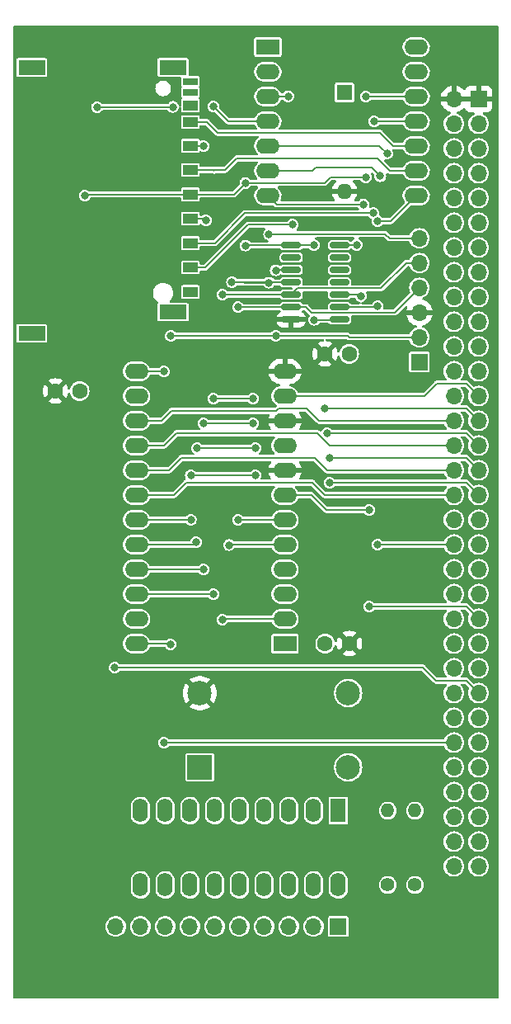
<source format=gtl>
G04 #@! TF.GenerationSoftware,KiCad,Pcbnew,(7.0.0)*
G04 #@! TF.CreationDate,2024-08-23T18:02:30-04:00*
G04 #@! TF.ProjectId,LB-68B50-01,4c422d36-3842-4353-902d-30312e6b6963,1*
G04 #@! TF.SameCoordinates,Original*
G04 #@! TF.FileFunction,Copper,L1,Top*
G04 #@! TF.FilePolarity,Positive*
%FSLAX46Y46*%
G04 Gerber Fmt 4.6, Leading zero omitted, Abs format (unit mm)*
G04 Created by KiCad (PCBNEW (7.0.0)) date 2024-08-23 18:02:30*
%MOMM*%
%LPD*%
G01*
G04 APERTURE LIST*
G04 Aperture macros list*
%AMRoundRect*
0 Rectangle with rounded corners*
0 $1 Rounding radius*
0 $2 $3 $4 $5 $6 $7 $8 $9 X,Y pos of 4 corners*
0 Add a 4 corners polygon primitive as box body*
4,1,4,$2,$3,$4,$5,$6,$7,$8,$9,$2,$3,0*
0 Add four circle primitives for the rounded corners*
1,1,$1+$1,$2,$3*
1,1,$1+$1,$4,$5*
1,1,$1+$1,$6,$7*
1,1,$1+$1,$8,$9*
0 Add four rect primitives between the rounded corners*
20,1,$1+$1,$2,$3,$4,$5,0*
20,1,$1+$1,$4,$5,$6,$7,0*
20,1,$1+$1,$6,$7,$8,$9,0*
20,1,$1+$1,$8,$9,$2,$3,0*%
G04 Aperture macros list end*
G04 #@! TA.AperFunction,SMDPad,CuDef*
%ADD10RoundRect,0.150000X0.825000X0.150000X-0.825000X0.150000X-0.825000X-0.150000X0.825000X-0.150000X0*%
G04 #@! TD*
G04 #@! TA.AperFunction,ComponentPad*
%ADD11R,1.700000X1.700000*%
G04 #@! TD*
G04 #@! TA.AperFunction,ComponentPad*
%ADD12O,1.700000X1.700000*%
G04 #@! TD*
G04 #@! TA.AperFunction,ComponentPad*
%ADD13R,2.400000X1.600000*%
G04 #@! TD*
G04 #@! TA.AperFunction,ComponentPad*
%ADD14O,2.400000X1.600000*%
G04 #@! TD*
G04 #@! TA.AperFunction,SMDPad,CuDef*
%ADD15R,1.500000X1.000000*%
G04 #@! TD*
G04 #@! TA.AperFunction,SMDPad,CuDef*
%ADD16R,1.500000X0.700000*%
G04 #@! TD*
G04 #@! TA.AperFunction,SMDPad,CuDef*
%ADD17R,2.800000X1.500000*%
G04 #@! TD*
G04 #@! TA.AperFunction,ComponentPad*
%ADD18R,1.600000X2.400000*%
G04 #@! TD*
G04 #@! TA.AperFunction,ComponentPad*
%ADD19O,1.600000X2.400000*%
G04 #@! TD*
G04 #@! TA.AperFunction,ComponentPad*
%ADD20C,1.600000*%
G04 #@! TD*
G04 #@! TA.AperFunction,ComponentPad*
%ADD21R,1.600000X1.600000*%
G04 #@! TD*
G04 #@! TA.AperFunction,ComponentPad*
%ADD22O,1.600000X1.600000*%
G04 #@! TD*
G04 #@! TA.AperFunction,ComponentPad*
%ADD23C,1.400000*%
G04 #@! TD*
G04 #@! TA.AperFunction,ComponentPad*
%ADD24O,1.400000X1.400000*%
G04 #@! TD*
G04 #@! TA.AperFunction,ComponentPad*
%ADD25R,2.500000X2.500000*%
G04 #@! TD*
G04 #@! TA.AperFunction,ComponentPad*
%ADD26C,2.500000*%
G04 #@! TD*
G04 #@! TA.AperFunction,ViaPad*
%ADD27C,0.800000*%
G04 #@! TD*
G04 #@! TA.AperFunction,Conductor*
%ADD28C,0.203200*%
G04 #@! TD*
G04 APERTURE END LIST*
D10*
X165593800Y-77241400D03*
X165593800Y-75971400D03*
X165593800Y-74701400D03*
X165593800Y-73431400D03*
X165593800Y-72161400D03*
X165593800Y-70891400D03*
X165593800Y-69621400D03*
X160643800Y-69621400D03*
X160643800Y-70891400D03*
X160643800Y-72161400D03*
X160643800Y-73431400D03*
X160643800Y-74701400D03*
X160643800Y-75971400D03*
X160643800Y-77241400D03*
D11*
X173812199Y-81610199D03*
D12*
X173812199Y-79070199D03*
X173812199Y-76530199D03*
X173812199Y-73990199D03*
X173812199Y-71450199D03*
X173812199Y-68910199D03*
D11*
X179889999Y-54614999D03*
D12*
X177349999Y-54614999D03*
X179889999Y-57154999D03*
X177349999Y-57154999D03*
X179889999Y-59694999D03*
X177349999Y-59694999D03*
X179889999Y-62234999D03*
X177349999Y-62234999D03*
X179889999Y-64774999D03*
X177349999Y-64774999D03*
X179889999Y-67314999D03*
X177349999Y-67314999D03*
X179889999Y-69854999D03*
X177349999Y-69854999D03*
X179889999Y-72394999D03*
X177349999Y-72394999D03*
X179889999Y-74934999D03*
X177349999Y-74934999D03*
X179889999Y-77474999D03*
X177349999Y-77474999D03*
X179889999Y-80014999D03*
X177349999Y-80014999D03*
X179889999Y-82554999D03*
X177349999Y-82554999D03*
X179889999Y-85094999D03*
X177349999Y-85094999D03*
X179889999Y-87634999D03*
X177349999Y-87634999D03*
X179889999Y-90174999D03*
X177349999Y-90174999D03*
X179889999Y-92714999D03*
X177349999Y-92714999D03*
X179889999Y-95254999D03*
X177349999Y-95254999D03*
X179889999Y-97794999D03*
X177349999Y-97794999D03*
X179889999Y-100334999D03*
X177349999Y-100334999D03*
X179889999Y-102874999D03*
X177349999Y-102874999D03*
X179889999Y-105414999D03*
X177349999Y-105414999D03*
X179889999Y-107954999D03*
X177349999Y-107954999D03*
X179889999Y-110494999D03*
X177349999Y-110494999D03*
X179889999Y-113034999D03*
X177349999Y-113034999D03*
X179889999Y-115574999D03*
X177349999Y-115574999D03*
X179889999Y-118114999D03*
X177349999Y-118114999D03*
X179889999Y-120654999D03*
X177349999Y-120654999D03*
X179889999Y-123194999D03*
X177349999Y-123194999D03*
X179889999Y-125734999D03*
X177349999Y-125734999D03*
X179889999Y-128274999D03*
X177349999Y-128274999D03*
X179889999Y-130814999D03*
X177349999Y-130814999D03*
X179889999Y-133354999D03*
X177349999Y-133354999D03*
D13*
X159999999Y-110494999D03*
D14*
X159999999Y-107954999D03*
X159999999Y-105414999D03*
X159999999Y-102874999D03*
X159999999Y-100334999D03*
X159999999Y-97794999D03*
X159999999Y-95254999D03*
X159999999Y-92714999D03*
X159999999Y-90174999D03*
X159999999Y-87634999D03*
X159999999Y-85094999D03*
X159999999Y-82554999D03*
X144759999Y-82554999D03*
X144759999Y-85094999D03*
X144759999Y-87634999D03*
X144759999Y-90174999D03*
X144759999Y-92714999D03*
X144759999Y-95254999D03*
X144759999Y-97794999D03*
X144759999Y-100334999D03*
X144759999Y-102874999D03*
X144759999Y-105414999D03*
X144759999Y-107954999D03*
X144759999Y-110494999D03*
D15*
X150287499Y-71903999D03*
X150287499Y-69403999D03*
X150287499Y-66903999D03*
X150287499Y-64403999D03*
X150287499Y-61903999D03*
X150287499Y-59403999D03*
X150287499Y-56983999D03*
X150287499Y-55283999D03*
X150287499Y-74403999D03*
D16*
X150287499Y-53943999D03*
X150287499Y-52803999D03*
D17*
X148487499Y-76473999D03*
X148487499Y-51373999D03*
X133987499Y-51373999D03*
X133987499Y-78673999D03*
D18*
X165470999Y-127619999D03*
D19*
X162930999Y-127619999D03*
X160390999Y-127619999D03*
X157850999Y-127619999D03*
X155310999Y-127619999D03*
X152770999Y-127619999D03*
X150230999Y-127619999D03*
X147690999Y-127619999D03*
X145150999Y-127619999D03*
X145150999Y-135239999D03*
X147690999Y-135239999D03*
X150230999Y-135239999D03*
X152770999Y-135239999D03*
X155310999Y-135239999D03*
X157850999Y-135239999D03*
X160390999Y-135239999D03*
X162930999Y-135239999D03*
X165470999Y-135239999D03*
D13*
X158241999Y-49275999D03*
D14*
X158241999Y-51815999D03*
X158241999Y-54355999D03*
X158241999Y-56895999D03*
X158241999Y-59435999D03*
X158241999Y-61975999D03*
X158241999Y-64515999D03*
X173481999Y-64515999D03*
X173481999Y-61975999D03*
X173481999Y-59435999D03*
X173481999Y-56895999D03*
X173481999Y-54355999D03*
X173481999Y-51815999D03*
X173481999Y-49275999D03*
D20*
X164124000Y-110490000D03*
X166624000Y-110490000D03*
X138918000Y-84582000D03*
X136418000Y-84582000D03*
D21*
X166115999Y-53949599D03*
D22*
X166115999Y-64109599D03*
D23*
X170561000Y-135255000D03*
D24*
X170560999Y-127634999D03*
D11*
X165475999Y-139515999D03*
D12*
X162935999Y-139515999D03*
X160395999Y-139515999D03*
X157855999Y-139515999D03*
X155315999Y-139515999D03*
X152775999Y-139515999D03*
X150235999Y-139515999D03*
X147695999Y-139515999D03*
X145155999Y-139515999D03*
X142615999Y-139515999D03*
D25*
X151256999Y-123189999D03*
D26*
X166497000Y-123190000D03*
X166497000Y-115570000D03*
X151257000Y-115570000D03*
D23*
X173355000Y-135255000D03*
D24*
X173354999Y-127634999D03*
D20*
X166604000Y-80772000D03*
X164104000Y-80772000D03*
D27*
X140690600Y-55448200D03*
X148488400Y-55422800D03*
X154559000Y-73406000D03*
X154254200Y-100380800D03*
X153568400Y-74676000D03*
X153568400Y-108026200D03*
X155175500Y-75971400D03*
X155175500Y-97790000D03*
X168046400Y-65430400D03*
X167792400Y-74828400D03*
X169526500Y-67146614D03*
X169526500Y-75871900D03*
X162966400Y-69596000D03*
X163017200Y-77266800D03*
X155930600Y-69646800D03*
X155930600Y-63220600D03*
X167360600Y-69570600D03*
X158369000Y-73456800D03*
X158369000Y-68478400D03*
X159054800Y-78917800D03*
X159054800Y-72186800D03*
X148285200Y-78917800D03*
X148227500Y-110566200D03*
X169786702Y-62532559D03*
X170484800Y-60223400D03*
X160782000Y-67513200D03*
X169055511Y-66319400D03*
X168300400Y-62636400D03*
X151638000Y-59436000D03*
X151892000Y-67056000D03*
X150331000Y-93218000D03*
X156972000Y-93218000D03*
X150331000Y-97790000D03*
X164592000Y-93980000D03*
X150984500Y-90424000D03*
X156972000Y-90424000D03*
X150876000Y-100076000D03*
X164592000Y-91440000D03*
X156718000Y-85344000D03*
X152654000Y-105410000D03*
X164084000Y-86360000D03*
X152654000Y-85344000D03*
X151638000Y-87884000D03*
X164338000Y-88900000D03*
X151638000Y-102870000D03*
X156718000Y-87884000D03*
X168656000Y-106680000D03*
X168656000Y-96774000D03*
X142519400Y-112953800D03*
X147574000Y-120650000D03*
X147574000Y-82550000D03*
X168300400Y-54356000D03*
X139446000Y-64516000D03*
X160324800Y-54330600D03*
X169164000Y-56896000D03*
X169526500Y-100330000D03*
X152654000Y-55372000D03*
D28*
X156232000Y-67513200D02*
X151841200Y-71904000D01*
X160782000Y-67513200D02*
X156232000Y-67513200D01*
X150287500Y-71904000D02*
X151841200Y-71904000D01*
X174315200Y-85095000D02*
X175590200Y-83820000D01*
X160000000Y-85095000D02*
X174315200Y-85095000D01*
X175590200Y-83820000D02*
X178615000Y-83820000D01*
X148463000Y-55448200D02*
X148488400Y-55422800D01*
X140690600Y-55448200D02*
X148463000Y-55448200D01*
X162717400Y-95255000D02*
X164236400Y-96774000D01*
X160000000Y-95255000D02*
X162717400Y-95255000D01*
X164236400Y-96774000D02*
X168656000Y-96774000D01*
X158318200Y-73406000D02*
X158369000Y-73456800D01*
X154559000Y-73406000D02*
X158318200Y-73406000D01*
X160000000Y-100335000D02*
X154300000Y-100335000D01*
X154300000Y-100335000D02*
X154254200Y-100380800D01*
X153568400Y-74676000D02*
X160618400Y-74676000D01*
X153639600Y-107955000D02*
X153568400Y-108026200D01*
X160000000Y-107955000D02*
X153639600Y-107955000D01*
X155175500Y-75971400D02*
X160643800Y-75971400D01*
X155180500Y-97795000D02*
X155175500Y-97790000D01*
X160000000Y-97795000D02*
X155180500Y-97795000D01*
X155859400Y-100335000D02*
X160000000Y-100335000D01*
X155829000Y-100304600D02*
X155859400Y-100335000D01*
X155905200Y-73456800D02*
X155829000Y-73380600D01*
X158369000Y-73456800D02*
X155905200Y-73456800D01*
X159156400Y-65430400D02*
X158242000Y-64516000D01*
X168046400Y-65430400D02*
X159156400Y-65430400D01*
X167665400Y-74701400D02*
X167792400Y-74828400D01*
X165593800Y-74701400D02*
X167665400Y-74701400D01*
X172440600Y-71450200D02*
X173812200Y-71450200D01*
X169849800Y-74041000D02*
X172440600Y-71450200D01*
X160643800Y-74701400D02*
X161304200Y-74041000D01*
X161304200Y-74041000D02*
X169849800Y-74041000D01*
X170851386Y-67146614D02*
X173482000Y-64516000D01*
X169526500Y-67146614D02*
X170851386Y-67146614D01*
X169427000Y-75971400D02*
X169526500Y-75871900D01*
X165593800Y-75971400D02*
X169427000Y-75971400D01*
X171277000Y-76525400D02*
X173812200Y-73990200D01*
X162179000Y-75971400D02*
X162733000Y-76525400D01*
X162733000Y-76525400D02*
X171277000Y-76525400D01*
X160643800Y-75971400D02*
X162179000Y-75971400D01*
X163017200Y-77266800D02*
X165568400Y-77266800D01*
X162941000Y-69621400D02*
X162966400Y-69596000D01*
X160643800Y-69621400D02*
X162941000Y-69621400D01*
X154747200Y-64404000D02*
X155930600Y-63220600D01*
X150287500Y-64404000D02*
X154747200Y-64404000D01*
X155930600Y-63220600D02*
X164058600Y-63220600D01*
X155956000Y-69621400D02*
X155930600Y-69646800D01*
X160643800Y-69621400D02*
X155956000Y-69621400D01*
X167309800Y-69621400D02*
X167360600Y-69570600D01*
X165593800Y-69621400D02*
X167309800Y-69621400D01*
X170307000Y-68478400D02*
X170738800Y-68910200D01*
X158369000Y-68478400D02*
X170307000Y-68478400D01*
X158394400Y-73431400D02*
X158369000Y-73456800D01*
X170738800Y-68910200D02*
X173812200Y-68910200D01*
X160643800Y-73431400D02*
X158394400Y-73431400D01*
X159054800Y-78917800D02*
X166446200Y-78917800D01*
X159080200Y-72161400D02*
X159054800Y-72186800D01*
X148285200Y-78917800D02*
X159054800Y-78917800D01*
X160643800Y-72161400D02*
X159080200Y-72161400D01*
X166598600Y-79070200D02*
X173812200Y-79070200D01*
X166446200Y-78917800D02*
X166598600Y-79070200D01*
X144760000Y-110495000D02*
X148156300Y-110495000D01*
X148156300Y-110495000D02*
X148227500Y-110566200D01*
X170738800Y-61976000D02*
X173482000Y-61976000D01*
X169468800Y-60706000D02*
X170738800Y-61976000D01*
X155041600Y-60706000D02*
X169468800Y-60706000D01*
X153843600Y-61904000D02*
X155041600Y-60706000D01*
X150287500Y-61904000D02*
X153843600Y-61904000D01*
X169697400Y-59436000D02*
X170484800Y-60223400D01*
X158242000Y-59436000D02*
X169697400Y-59436000D01*
X171119800Y-59436000D02*
X173482000Y-59436000D01*
X169773600Y-58089800D02*
X171119800Y-59436000D01*
X153085800Y-58089800D02*
X169773600Y-58089800D01*
X151980000Y-56984000D02*
X153085800Y-58089800D01*
X150287500Y-56984000D02*
X151980000Y-56984000D01*
X163144200Y-61645800D02*
X162814000Y-61976000D01*
X168899943Y-61645800D02*
X163144200Y-61645800D01*
X169786702Y-62532559D02*
X168899943Y-61645800D01*
X152795200Y-69404000D02*
X155879800Y-66319400D01*
X155879800Y-66319400D02*
X169055511Y-66319400D01*
X150287500Y-69404000D02*
X152795200Y-69404000D01*
X164058600Y-63220600D02*
X164642800Y-62636400D01*
X164642800Y-62636400D02*
X168300400Y-62636400D01*
X151740000Y-66904000D02*
X151892000Y-67056000D01*
X151606000Y-59404000D02*
X151638000Y-59436000D01*
X150287500Y-59404000D02*
X151606000Y-59404000D01*
X150287500Y-66904000D02*
X151740000Y-66904000D01*
X162814000Y-93980000D02*
X149860000Y-93980000D01*
X149860000Y-93980000D02*
X148585000Y-95255000D01*
X148585000Y-95255000D02*
X144760000Y-95255000D01*
X164089000Y-95255000D02*
X162814000Y-93980000D01*
X177350000Y-95255000D02*
X164089000Y-95255000D01*
X179890000Y-95255000D02*
X178615000Y-93980000D01*
X156972000Y-93218000D02*
X150331000Y-93218000D01*
X150331000Y-97790000D02*
X150326000Y-97795000D01*
X150326000Y-97795000D02*
X144760000Y-97795000D01*
X178615000Y-93980000D02*
X164592000Y-93980000D01*
X144760000Y-92715000D02*
X148077000Y-92715000D01*
X163068000Y-91440000D02*
X164343000Y-92715000D01*
X164343000Y-92715000D02*
X177350000Y-92715000D01*
X148077000Y-92715000D02*
X149352000Y-91440000D01*
X149352000Y-91440000D02*
X163068000Y-91440000D01*
X163322000Y-88900000D02*
X148844000Y-88900000D01*
X177350000Y-90175000D02*
X164597000Y-90175000D01*
X147569000Y-90175000D02*
X144760000Y-90175000D01*
X164597000Y-90175000D02*
X163322000Y-88900000D01*
X148844000Y-88900000D02*
X147569000Y-90175000D01*
X178615000Y-83820000D02*
X179890000Y-85095000D01*
X179890000Y-92715000D02*
X178615000Y-91440000D01*
X178615000Y-91440000D02*
X164592000Y-91440000D01*
X150617000Y-100335000D02*
X144760000Y-100335000D01*
X156972000Y-90424000D02*
X150984500Y-90424000D01*
X150876000Y-100076000D02*
X150617000Y-100335000D01*
X162255200Y-86360000D02*
X159385098Y-86360000D01*
X147315000Y-87635000D02*
X144760000Y-87635000D01*
X148336000Y-86614000D02*
X147315000Y-87635000D01*
X163530200Y-87635000D02*
X162255200Y-86360000D01*
X159131098Y-86614000D02*
X148336000Y-86614000D01*
X159385098Y-86360000D02*
X159131098Y-86614000D01*
X177350000Y-87635000D02*
X163530200Y-87635000D01*
X178615000Y-86360000D02*
X164084000Y-86360000D01*
X144760000Y-105415000D02*
X152649000Y-105415000D01*
X179890000Y-87635000D02*
X178615000Y-86360000D01*
X156718000Y-85344000D02*
X152654000Y-85344000D01*
X152649000Y-105415000D02*
X152654000Y-105410000D01*
X179890000Y-90175000D02*
X178615000Y-88900000D01*
X178615000Y-88900000D02*
X164338000Y-88900000D01*
X151633000Y-102875000D02*
X151638000Y-102870000D01*
X144760000Y-102875000D02*
X151633000Y-102875000D01*
X156718000Y-87884000D02*
X151638000Y-87884000D01*
X178615000Y-106680000D02*
X179890000Y-107955000D01*
X178615000Y-106680000D02*
X168656000Y-106680000D01*
X178615000Y-114300000D02*
X179890000Y-115575000D01*
X142519400Y-112953800D02*
X174193200Y-112953800D01*
X174193200Y-112953800D02*
X175539400Y-114300000D01*
X175539400Y-114300000D02*
X178615000Y-114300000D01*
X147574000Y-82550000D02*
X147569000Y-82555000D01*
X177350000Y-120655000D02*
X147579000Y-120655000D01*
X147579000Y-120655000D02*
X147574000Y-120650000D01*
X147569000Y-82555000D02*
X144760000Y-82555000D01*
X168300400Y-54356000D02*
X173482000Y-54356000D01*
X139446000Y-64516000D02*
X139558000Y-64404000D01*
X139558000Y-64404000D02*
X150287500Y-64404000D01*
X160248600Y-54330600D02*
X160274000Y-54356000D01*
X160324800Y-54330600D02*
X160248600Y-54330600D01*
X160274000Y-54356000D02*
X158242000Y-54356000D01*
X152690500Y-61904000D02*
X150287500Y-61904000D01*
X152762500Y-61976000D02*
X152690500Y-61904000D01*
X169164000Y-56896000D02*
X173482000Y-56896000D01*
X169531500Y-100335000D02*
X169526500Y-100330000D01*
X177350000Y-100335000D02*
X169531500Y-100335000D01*
X162814000Y-61976000D02*
X158242000Y-61976000D01*
X152654000Y-55372000D02*
X154178000Y-56896000D01*
X154178000Y-56896000D02*
X158242000Y-56896000D01*
G04 #@! TA.AperFunction,Conductor*
G36*
X181861500Y-47092381D02*
G01*
X181907619Y-47138500D01*
X181924500Y-47201500D01*
X181924500Y-146798500D01*
X181907619Y-146861500D01*
X181861500Y-146907619D01*
X181798500Y-146924500D01*
X132206000Y-146924500D01*
X132143000Y-146907619D01*
X132096881Y-146861500D01*
X132080000Y-146798500D01*
X132080000Y-139516000D01*
X141557202Y-139516000D01*
X141557809Y-139522163D01*
X141576939Y-139716397D01*
X141576940Y-139716405D01*
X141577547Y-139722561D01*
X141637798Y-139921184D01*
X141735642Y-140104237D01*
X141867317Y-140264683D01*
X142027763Y-140396358D01*
X142210816Y-140494202D01*
X142409439Y-140554453D01*
X142616000Y-140574798D01*
X142822561Y-140554453D01*
X143021184Y-140494202D01*
X143204237Y-140396358D01*
X143364683Y-140264683D01*
X143496358Y-140104237D01*
X143594202Y-139921184D01*
X143654453Y-139722561D01*
X143674798Y-139516000D01*
X144097202Y-139516000D01*
X144097809Y-139522163D01*
X144116939Y-139716397D01*
X144116940Y-139716405D01*
X144117547Y-139722561D01*
X144177798Y-139921184D01*
X144275642Y-140104237D01*
X144407317Y-140264683D01*
X144567763Y-140396358D01*
X144750816Y-140494202D01*
X144949439Y-140554453D01*
X145156000Y-140574798D01*
X145362561Y-140554453D01*
X145561184Y-140494202D01*
X145744237Y-140396358D01*
X145904683Y-140264683D01*
X146036358Y-140104237D01*
X146134202Y-139921184D01*
X146194453Y-139722561D01*
X146214798Y-139516000D01*
X146637202Y-139516000D01*
X146637809Y-139522163D01*
X146656939Y-139716397D01*
X146656940Y-139716405D01*
X146657547Y-139722561D01*
X146717798Y-139921184D01*
X146815642Y-140104237D01*
X146947317Y-140264683D01*
X147107763Y-140396358D01*
X147290816Y-140494202D01*
X147489439Y-140554453D01*
X147696000Y-140574798D01*
X147902561Y-140554453D01*
X148101184Y-140494202D01*
X148284237Y-140396358D01*
X148444683Y-140264683D01*
X148576358Y-140104237D01*
X148674202Y-139921184D01*
X148734453Y-139722561D01*
X148754798Y-139516000D01*
X149177202Y-139516000D01*
X149177809Y-139522163D01*
X149196939Y-139716397D01*
X149196940Y-139716405D01*
X149197547Y-139722561D01*
X149257798Y-139921184D01*
X149355642Y-140104237D01*
X149487317Y-140264683D01*
X149647763Y-140396358D01*
X149830816Y-140494202D01*
X150029439Y-140554453D01*
X150236000Y-140574798D01*
X150442561Y-140554453D01*
X150641184Y-140494202D01*
X150824237Y-140396358D01*
X150984683Y-140264683D01*
X151116358Y-140104237D01*
X151214202Y-139921184D01*
X151274453Y-139722561D01*
X151294798Y-139516000D01*
X151717202Y-139516000D01*
X151717809Y-139522163D01*
X151736939Y-139716397D01*
X151736940Y-139716405D01*
X151737547Y-139722561D01*
X151797798Y-139921184D01*
X151895642Y-140104237D01*
X152027317Y-140264683D01*
X152187763Y-140396358D01*
X152370816Y-140494202D01*
X152569439Y-140554453D01*
X152776000Y-140574798D01*
X152982561Y-140554453D01*
X153181184Y-140494202D01*
X153364237Y-140396358D01*
X153524683Y-140264683D01*
X153656358Y-140104237D01*
X153754202Y-139921184D01*
X153814453Y-139722561D01*
X153834798Y-139516000D01*
X154257202Y-139516000D01*
X154257809Y-139522163D01*
X154276939Y-139716397D01*
X154276940Y-139716405D01*
X154277547Y-139722561D01*
X154337798Y-139921184D01*
X154435642Y-140104237D01*
X154567317Y-140264683D01*
X154727763Y-140396358D01*
X154910816Y-140494202D01*
X155109439Y-140554453D01*
X155316000Y-140574798D01*
X155522561Y-140554453D01*
X155721184Y-140494202D01*
X155904237Y-140396358D01*
X156064683Y-140264683D01*
X156196358Y-140104237D01*
X156294202Y-139921184D01*
X156354453Y-139722561D01*
X156374798Y-139516000D01*
X156797202Y-139516000D01*
X156797809Y-139522163D01*
X156816939Y-139716397D01*
X156816940Y-139716405D01*
X156817547Y-139722561D01*
X156877798Y-139921184D01*
X156975642Y-140104237D01*
X157107317Y-140264683D01*
X157267763Y-140396358D01*
X157450816Y-140494202D01*
X157649439Y-140554453D01*
X157856000Y-140574798D01*
X158062561Y-140554453D01*
X158261184Y-140494202D01*
X158444237Y-140396358D01*
X158604683Y-140264683D01*
X158736358Y-140104237D01*
X158834202Y-139921184D01*
X158894453Y-139722561D01*
X158914798Y-139516000D01*
X159337202Y-139516000D01*
X159337809Y-139522163D01*
X159356939Y-139716397D01*
X159356940Y-139716405D01*
X159357547Y-139722561D01*
X159417798Y-139921184D01*
X159515642Y-140104237D01*
X159647317Y-140264683D01*
X159807763Y-140396358D01*
X159990816Y-140494202D01*
X160189439Y-140554453D01*
X160396000Y-140574798D01*
X160602561Y-140554453D01*
X160801184Y-140494202D01*
X160984237Y-140396358D01*
X161144683Y-140264683D01*
X161276358Y-140104237D01*
X161374202Y-139921184D01*
X161434453Y-139722561D01*
X161454798Y-139516000D01*
X161877202Y-139516000D01*
X161877809Y-139522163D01*
X161896939Y-139716397D01*
X161896940Y-139716405D01*
X161897547Y-139722561D01*
X161957798Y-139921184D01*
X162055642Y-140104237D01*
X162187317Y-140264683D01*
X162347763Y-140396358D01*
X162530816Y-140494202D01*
X162729439Y-140554453D01*
X162936000Y-140574798D01*
X163142561Y-140554453D01*
X163341184Y-140494202D01*
X163524237Y-140396358D01*
X163536780Y-140386064D01*
X164422300Y-140386064D01*
X164423505Y-140392123D01*
X164423506Y-140392130D01*
X164431697Y-140433309D01*
X164431698Y-140433313D01*
X164434119Y-140445480D01*
X164479140Y-140512860D01*
X164546520Y-140557881D01*
X164558689Y-140560301D01*
X164558690Y-140560302D01*
X164578901Y-140564322D01*
X164605936Y-140569700D01*
X166339877Y-140569700D01*
X166346064Y-140569700D01*
X166405480Y-140557881D01*
X166472860Y-140512860D01*
X166517881Y-140445480D01*
X166529700Y-140386064D01*
X166529700Y-138645936D01*
X166517881Y-138586520D01*
X166472860Y-138519140D01*
X166405480Y-138474119D01*
X166393313Y-138471698D01*
X166393309Y-138471697D01*
X166352130Y-138463506D01*
X166352123Y-138463505D01*
X166346064Y-138462300D01*
X164605936Y-138462300D01*
X164599877Y-138463505D01*
X164599869Y-138463506D01*
X164558690Y-138471697D01*
X164558684Y-138471699D01*
X164546520Y-138474119D01*
X164536202Y-138481012D01*
X164536202Y-138481013D01*
X164489455Y-138512247D01*
X164489452Y-138512249D01*
X164479140Y-138519140D01*
X164472249Y-138529452D01*
X164472247Y-138529455D01*
X164441013Y-138576202D01*
X164434119Y-138586520D01*
X164431699Y-138598684D01*
X164431697Y-138598690D01*
X164423506Y-138639869D01*
X164423505Y-138639877D01*
X164422300Y-138645936D01*
X164422300Y-140386064D01*
X163536780Y-140386064D01*
X163684683Y-140264683D01*
X163816358Y-140104237D01*
X163914202Y-139921184D01*
X163974453Y-139722561D01*
X163994798Y-139516000D01*
X163974453Y-139309439D01*
X163914202Y-139110816D01*
X163816358Y-138927763D01*
X163684683Y-138767317D01*
X163524237Y-138635642D01*
X163341184Y-138537798D01*
X163335263Y-138536002D01*
X163335261Y-138536001D01*
X163148483Y-138479343D01*
X163148479Y-138479342D01*
X163142561Y-138477547D01*
X163136405Y-138476940D01*
X163136397Y-138476939D01*
X162942163Y-138457809D01*
X162936000Y-138457202D01*
X162929837Y-138457809D01*
X162735602Y-138476939D01*
X162735592Y-138476940D01*
X162729439Y-138477547D01*
X162723522Y-138479341D01*
X162723516Y-138479343D01*
X162536738Y-138536001D01*
X162536732Y-138536003D01*
X162530816Y-138537798D01*
X162525358Y-138540715D01*
X162525354Y-138540717D01*
X162416895Y-138598690D01*
X162347763Y-138635642D01*
X162342984Y-138639563D01*
X162342978Y-138639568D01*
X162192096Y-138763394D01*
X162192090Y-138763399D01*
X162187317Y-138767317D01*
X162183399Y-138772090D01*
X162183394Y-138772096D01*
X162059568Y-138922978D01*
X162059563Y-138922984D01*
X162055642Y-138927763D01*
X162052724Y-138933221D01*
X162052724Y-138933222D01*
X161960717Y-139105354D01*
X161960715Y-139105358D01*
X161957798Y-139110816D01*
X161956003Y-139116732D01*
X161956001Y-139116738D01*
X161899343Y-139303516D01*
X161899341Y-139303522D01*
X161897547Y-139309439D01*
X161896940Y-139315592D01*
X161896939Y-139315602D01*
X161877809Y-139509837D01*
X161877202Y-139516000D01*
X161454798Y-139516000D01*
X161434453Y-139309439D01*
X161374202Y-139110816D01*
X161276358Y-138927763D01*
X161144683Y-138767317D01*
X160984237Y-138635642D01*
X160801184Y-138537798D01*
X160795263Y-138536002D01*
X160795261Y-138536001D01*
X160608483Y-138479343D01*
X160608479Y-138479342D01*
X160602561Y-138477547D01*
X160596405Y-138476940D01*
X160596397Y-138476939D01*
X160402163Y-138457809D01*
X160396000Y-138457202D01*
X160389837Y-138457809D01*
X160195602Y-138476939D01*
X160195592Y-138476940D01*
X160189439Y-138477547D01*
X160183522Y-138479341D01*
X160183516Y-138479343D01*
X159996738Y-138536001D01*
X159996732Y-138536003D01*
X159990816Y-138537798D01*
X159985358Y-138540715D01*
X159985354Y-138540717D01*
X159876895Y-138598690D01*
X159807763Y-138635642D01*
X159802984Y-138639563D01*
X159802978Y-138639568D01*
X159652096Y-138763394D01*
X159652090Y-138763399D01*
X159647317Y-138767317D01*
X159643399Y-138772090D01*
X159643394Y-138772096D01*
X159519568Y-138922978D01*
X159519563Y-138922984D01*
X159515642Y-138927763D01*
X159512724Y-138933221D01*
X159512724Y-138933222D01*
X159420717Y-139105354D01*
X159420715Y-139105358D01*
X159417798Y-139110816D01*
X159416003Y-139116732D01*
X159416001Y-139116738D01*
X159359343Y-139303516D01*
X159359341Y-139303522D01*
X159357547Y-139309439D01*
X159356940Y-139315592D01*
X159356939Y-139315602D01*
X159337809Y-139509837D01*
X159337202Y-139516000D01*
X158914798Y-139516000D01*
X158894453Y-139309439D01*
X158834202Y-139110816D01*
X158736358Y-138927763D01*
X158604683Y-138767317D01*
X158444237Y-138635642D01*
X158261184Y-138537798D01*
X158255263Y-138536002D01*
X158255261Y-138536001D01*
X158068483Y-138479343D01*
X158068479Y-138479342D01*
X158062561Y-138477547D01*
X158056405Y-138476940D01*
X158056397Y-138476939D01*
X157862163Y-138457809D01*
X157856000Y-138457202D01*
X157849837Y-138457809D01*
X157655602Y-138476939D01*
X157655592Y-138476940D01*
X157649439Y-138477547D01*
X157643522Y-138479341D01*
X157643516Y-138479343D01*
X157456738Y-138536001D01*
X157456732Y-138536003D01*
X157450816Y-138537798D01*
X157445358Y-138540715D01*
X157445354Y-138540717D01*
X157336895Y-138598690D01*
X157267763Y-138635642D01*
X157262984Y-138639563D01*
X157262978Y-138639568D01*
X157112096Y-138763394D01*
X157112090Y-138763399D01*
X157107317Y-138767317D01*
X157103399Y-138772090D01*
X157103394Y-138772096D01*
X156979568Y-138922978D01*
X156979563Y-138922984D01*
X156975642Y-138927763D01*
X156972724Y-138933221D01*
X156972724Y-138933222D01*
X156880717Y-139105354D01*
X156880715Y-139105358D01*
X156877798Y-139110816D01*
X156876003Y-139116732D01*
X156876001Y-139116738D01*
X156819343Y-139303516D01*
X156819341Y-139303522D01*
X156817547Y-139309439D01*
X156816940Y-139315592D01*
X156816939Y-139315602D01*
X156797809Y-139509837D01*
X156797202Y-139516000D01*
X156374798Y-139516000D01*
X156354453Y-139309439D01*
X156294202Y-139110816D01*
X156196358Y-138927763D01*
X156064683Y-138767317D01*
X155904237Y-138635642D01*
X155721184Y-138537798D01*
X155715263Y-138536002D01*
X155715261Y-138536001D01*
X155528483Y-138479343D01*
X155528479Y-138479342D01*
X155522561Y-138477547D01*
X155516405Y-138476940D01*
X155516397Y-138476939D01*
X155322163Y-138457809D01*
X155316000Y-138457202D01*
X155309837Y-138457809D01*
X155115602Y-138476939D01*
X155115592Y-138476940D01*
X155109439Y-138477547D01*
X155103522Y-138479341D01*
X155103516Y-138479343D01*
X154916738Y-138536001D01*
X154916732Y-138536003D01*
X154910816Y-138537798D01*
X154905358Y-138540715D01*
X154905354Y-138540717D01*
X154796895Y-138598690D01*
X154727763Y-138635642D01*
X154722984Y-138639563D01*
X154722978Y-138639568D01*
X154572096Y-138763394D01*
X154572090Y-138763399D01*
X154567317Y-138767317D01*
X154563399Y-138772090D01*
X154563394Y-138772096D01*
X154439568Y-138922978D01*
X154439563Y-138922984D01*
X154435642Y-138927763D01*
X154432724Y-138933221D01*
X154432724Y-138933222D01*
X154340717Y-139105354D01*
X154340715Y-139105358D01*
X154337798Y-139110816D01*
X154336003Y-139116732D01*
X154336001Y-139116738D01*
X154279343Y-139303516D01*
X154279341Y-139303522D01*
X154277547Y-139309439D01*
X154276940Y-139315592D01*
X154276939Y-139315602D01*
X154257809Y-139509837D01*
X154257202Y-139516000D01*
X153834798Y-139516000D01*
X153814453Y-139309439D01*
X153754202Y-139110816D01*
X153656358Y-138927763D01*
X153524683Y-138767317D01*
X153364237Y-138635642D01*
X153181184Y-138537798D01*
X153175263Y-138536002D01*
X153175261Y-138536001D01*
X152988483Y-138479343D01*
X152988479Y-138479342D01*
X152982561Y-138477547D01*
X152976405Y-138476940D01*
X152976397Y-138476939D01*
X152782163Y-138457809D01*
X152776000Y-138457202D01*
X152769837Y-138457809D01*
X152575602Y-138476939D01*
X152575592Y-138476940D01*
X152569439Y-138477547D01*
X152563522Y-138479341D01*
X152563516Y-138479343D01*
X152376738Y-138536001D01*
X152376732Y-138536003D01*
X152370816Y-138537798D01*
X152365358Y-138540715D01*
X152365354Y-138540717D01*
X152256895Y-138598690D01*
X152187763Y-138635642D01*
X152182984Y-138639563D01*
X152182978Y-138639568D01*
X152032096Y-138763394D01*
X152032090Y-138763399D01*
X152027317Y-138767317D01*
X152023399Y-138772090D01*
X152023394Y-138772096D01*
X151899568Y-138922978D01*
X151899563Y-138922984D01*
X151895642Y-138927763D01*
X151892724Y-138933221D01*
X151892724Y-138933222D01*
X151800717Y-139105354D01*
X151800715Y-139105358D01*
X151797798Y-139110816D01*
X151796003Y-139116732D01*
X151796001Y-139116738D01*
X151739343Y-139303516D01*
X151739341Y-139303522D01*
X151737547Y-139309439D01*
X151736940Y-139315592D01*
X151736939Y-139315602D01*
X151717809Y-139509837D01*
X151717202Y-139516000D01*
X151294798Y-139516000D01*
X151274453Y-139309439D01*
X151214202Y-139110816D01*
X151116358Y-138927763D01*
X150984683Y-138767317D01*
X150824237Y-138635642D01*
X150641184Y-138537798D01*
X150635263Y-138536002D01*
X150635261Y-138536001D01*
X150448483Y-138479343D01*
X150448479Y-138479342D01*
X150442561Y-138477547D01*
X150436405Y-138476940D01*
X150436397Y-138476939D01*
X150242163Y-138457809D01*
X150236000Y-138457202D01*
X150229837Y-138457809D01*
X150035602Y-138476939D01*
X150035592Y-138476940D01*
X150029439Y-138477547D01*
X150023522Y-138479341D01*
X150023516Y-138479343D01*
X149836738Y-138536001D01*
X149836732Y-138536003D01*
X149830816Y-138537798D01*
X149825358Y-138540715D01*
X149825354Y-138540717D01*
X149716895Y-138598690D01*
X149647763Y-138635642D01*
X149642984Y-138639563D01*
X149642978Y-138639568D01*
X149492096Y-138763394D01*
X149492090Y-138763399D01*
X149487317Y-138767317D01*
X149483399Y-138772090D01*
X149483394Y-138772096D01*
X149359568Y-138922978D01*
X149359563Y-138922984D01*
X149355642Y-138927763D01*
X149352724Y-138933221D01*
X149352724Y-138933222D01*
X149260717Y-139105354D01*
X149260715Y-139105358D01*
X149257798Y-139110816D01*
X149256003Y-139116732D01*
X149256001Y-139116738D01*
X149199343Y-139303516D01*
X149199341Y-139303522D01*
X149197547Y-139309439D01*
X149196940Y-139315592D01*
X149196939Y-139315602D01*
X149177809Y-139509837D01*
X149177202Y-139516000D01*
X148754798Y-139516000D01*
X148734453Y-139309439D01*
X148674202Y-139110816D01*
X148576358Y-138927763D01*
X148444683Y-138767317D01*
X148284237Y-138635642D01*
X148101184Y-138537798D01*
X148095263Y-138536002D01*
X148095261Y-138536001D01*
X147908483Y-138479343D01*
X147908479Y-138479342D01*
X147902561Y-138477547D01*
X147896405Y-138476940D01*
X147896397Y-138476939D01*
X147702163Y-138457809D01*
X147696000Y-138457202D01*
X147689837Y-138457809D01*
X147495602Y-138476939D01*
X147495592Y-138476940D01*
X147489439Y-138477547D01*
X147483522Y-138479341D01*
X147483516Y-138479343D01*
X147296738Y-138536001D01*
X147296732Y-138536003D01*
X147290816Y-138537798D01*
X147285358Y-138540715D01*
X147285354Y-138540717D01*
X147176895Y-138598690D01*
X147107763Y-138635642D01*
X147102984Y-138639563D01*
X147102978Y-138639568D01*
X146952096Y-138763394D01*
X146952090Y-138763399D01*
X146947317Y-138767317D01*
X146943399Y-138772090D01*
X146943394Y-138772096D01*
X146819568Y-138922978D01*
X146819563Y-138922984D01*
X146815642Y-138927763D01*
X146812724Y-138933221D01*
X146812724Y-138933222D01*
X146720717Y-139105354D01*
X146720715Y-139105358D01*
X146717798Y-139110816D01*
X146716003Y-139116732D01*
X146716001Y-139116738D01*
X146659343Y-139303516D01*
X146659341Y-139303522D01*
X146657547Y-139309439D01*
X146656940Y-139315592D01*
X146656939Y-139315602D01*
X146637809Y-139509837D01*
X146637202Y-139516000D01*
X146214798Y-139516000D01*
X146194453Y-139309439D01*
X146134202Y-139110816D01*
X146036358Y-138927763D01*
X145904683Y-138767317D01*
X145744237Y-138635642D01*
X145561184Y-138537798D01*
X145555263Y-138536002D01*
X145555261Y-138536001D01*
X145368483Y-138479343D01*
X145368479Y-138479342D01*
X145362561Y-138477547D01*
X145356405Y-138476940D01*
X145356397Y-138476939D01*
X145162163Y-138457809D01*
X145156000Y-138457202D01*
X145149837Y-138457809D01*
X144955602Y-138476939D01*
X144955592Y-138476940D01*
X144949439Y-138477547D01*
X144943522Y-138479341D01*
X144943516Y-138479343D01*
X144756738Y-138536001D01*
X144756732Y-138536003D01*
X144750816Y-138537798D01*
X144745358Y-138540715D01*
X144745354Y-138540717D01*
X144636895Y-138598690D01*
X144567763Y-138635642D01*
X144562984Y-138639563D01*
X144562978Y-138639568D01*
X144412096Y-138763394D01*
X144412090Y-138763399D01*
X144407317Y-138767317D01*
X144403399Y-138772090D01*
X144403394Y-138772096D01*
X144279568Y-138922978D01*
X144279563Y-138922984D01*
X144275642Y-138927763D01*
X144272724Y-138933221D01*
X144272724Y-138933222D01*
X144180717Y-139105354D01*
X144180715Y-139105358D01*
X144177798Y-139110816D01*
X144176003Y-139116732D01*
X144176001Y-139116738D01*
X144119343Y-139303516D01*
X144119341Y-139303522D01*
X144117547Y-139309439D01*
X144116940Y-139315592D01*
X144116939Y-139315602D01*
X144097809Y-139509837D01*
X144097202Y-139516000D01*
X143674798Y-139516000D01*
X143654453Y-139309439D01*
X143594202Y-139110816D01*
X143496358Y-138927763D01*
X143364683Y-138767317D01*
X143204237Y-138635642D01*
X143021184Y-138537798D01*
X143015263Y-138536002D01*
X143015261Y-138536001D01*
X142828483Y-138479343D01*
X142828479Y-138479342D01*
X142822561Y-138477547D01*
X142816405Y-138476940D01*
X142816397Y-138476939D01*
X142622163Y-138457809D01*
X142616000Y-138457202D01*
X142609837Y-138457809D01*
X142415602Y-138476939D01*
X142415592Y-138476940D01*
X142409439Y-138477547D01*
X142403522Y-138479341D01*
X142403516Y-138479343D01*
X142216738Y-138536001D01*
X142216732Y-138536003D01*
X142210816Y-138537798D01*
X142205358Y-138540715D01*
X142205354Y-138540717D01*
X142096895Y-138598690D01*
X142027763Y-138635642D01*
X142022984Y-138639563D01*
X142022978Y-138639568D01*
X141872096Y-138763394D01*
X141872090Y-138763399D01*
X141867317Y-138767317D01*
X141863399Y-138772090D01*
X141863394Y-138772096D01*
X141739568Y-138922978D01*
X141739563Y-138922984D01*
X141735642Y-138927763D01*
X141732724Y-138933221D01*
X141732724Y-138933222D01*
X141640717Y-139105354D01*
X141640715Y-139105358D01*
X141637798Y-139110816D01*
X141636003Y-139116732D01*
X141636001Y-139116738D01*
X141579343Y-139303516D01*
X141579341Y-139303522D01*
X141577547Y-139309439D01*
X141576940Y-139315592D01*
X141576939Y-139315602D01*
X141557809Y-139509837D01*
X141557202Y-139516000D01*
X132080000Y-139516000D01*
X132080000Y-135690899D01*
X144147300Y-135690899D01*
X144147622Y-135694072D01*
X144147623Y-135694078D01*
X144162129Y-135836730D01*
X144162130Y-135836737D01*
X144162776Y-135843085D01*
X144164685Y-135849171D01*
X144164687Y-135849178D01*
X144221974Y-136031764D01*
X144221976Y-136031769D01*
X144223886Y-136037856D01*
X144322951Y-136216339D01*
X144387828Y-136291911D01*
X144451752Y-136366374D01*
X144451755Y-136366377D01*
X144455918Y-136371226D01*
X144617341Y-136496177D01*
X144800612Y-136586076D01*
X144998228Y-136637242D01*
X145202099Y-136647581D01*
X145403877Y-136616670D01*
X145595303Y-136545773D01*
X145768539Y-136437795D01*
X145916493Y-136297154D01*
X146033107Y-136129610D01*
X146113608Y-135942020D01*
X146154700Y-135742066D01*
X146154700Y-135690899D01*
X146687300Y-135690899D01*
X146687622Y-135694072D01*
X146687623Y-135694078D01*
X146702129Y-135836730D01*
X146702130Y-135836737D01*
X146702776Y-135843085D01*
X146704685Y-135849171D01*
X146704687Y-135849178D01*
X146761974Y-136031764D01*
X146761976Y-136031769D01*
X146763886Y-136037856D01*
X146862951Y-136216339D01*
X146927828Y-136291911D01*
X146991752Y-136366374D01*
X146991755Y-136366377D01*
X146995918Y-136371226D01*
X147157341Y-136496177D01*
X147340612Y-136586076D01*
X147538228Y-136637242D01*
X147742099Y-136647581D01*
X147943877Y-136616670D01*
X148135303Y-136545773D01*
X148308539Y-136437795D01*
X148456493Y-136297154D01*
X148573107Y-136129610D01*
X148653608Y-135942020D01*
X148694700Y-135742066D01*
X148694700Y-135690899D01*
X149227300Y-135690899D01*
X149227622Y-135694072D01*
X149227623Y-135694078D01*
X149242129Y-135836730D01*
X149242130Y-135836737D01*
X149242776Y-135843085D01*
X149244685Y-135849171D01*
X149244687Y-135849178D01*
X149301974Y-136031764D01*
X149301976Y-136031769D01*
X149303886Y-136037856D01*
X149402951Y-136216339D01*
X149467828Y-136291911D01*
X149531752Y-136366374D01*
X149531755Y-136366377D01*
X149535918Y-136371226D01*
X149697341Y-136496177D01*
X149880612Y-136586076D01*
X150078228Y-136637242D01*
X150282099Y-136647581D01*
X150483877Y-136616670D01*
X150675303Y-136545773D01*
X150848539Y-136437795D01*
X150996493Y-136297154D01*
X151113107Y-136129610D01*
X151193608Y-135942020D01*
X151234700Y-135742066D01*
X151234700Y-135690899D01*
X151767300Y-135690899D01*
X151767622Y-135694072D01*
X151767623Y-135694078D01*
X151782129Y-135836730D01*
X151782130Y-135836737D01*
X151782776Y-135843085D01*
X151784685Y-135849171D01*
X151784687Y-135849178D01*
X151841974Y-136031764D01*
X151841976Y-136031769D01*
X151843886Y-136037856D01*
X151942951Y-136216339D01*
X152007828Y-136291911D01*
X152071752Y-136366374D01*
X152071755Y-136366377D01*
X152075918Y-136371226D01*
X152237341Y-136496177D01*
X152420612Y-136586076D01*
X152618228Y-136637242D01*
X152822099Y-136647581D01*
X153023877Y-136616670D01*
X153215303Y-136545773D01*
X153388539Y-136437795D01*
X153536493Y-136297154D01*
X153653107Y-136129610D01*
X153733608Y-135942020D01*
X153774700Y-135742066D01*
X153774700Y-135690899D01*
X154307300Y-135690899D01*
X154307622Y-135694072D01*
X154307623Y-135694078D01*
X154322129Y-135836730D01*
X154322130Y-135836737D01*
X154322776Y-135843085D01*
X154324685Y-135849171D01*
X154324687Y-135849178D01*
X154381974Y-136031764D01*
X154381976Y-136031769D01*
X154383886Y-136037856D01*
X154482951Y-136216339D01*
X154547828Y-136291911D01*
X154611752Y-136366374D01*
X154611755Y-136366377D01*
X154615918Y-136371226D01*
X154777341Y-136496177D01*
X154960612Y-136586076D01*
X155158228Y-136637242D01*
X155362099Y-136647581D01*
X155563877Y-136616670D01*
X155755303Y-136545773D01*
X155928539Y-136437795D01*
X156076493Y-136297154D01*
X156193107Y-136129610D01*
X156273608Y-135942020D01*
X156314700Y-135742066D01*
X156314700Y-135690899D01*
X156847300Y-135690899D01*
X156847622Y-135694072D01*
X156847623Y-135694078D01*
X156862129Y-135836730D01*
X156862130Y-135836737D01*
X156862776Y-135843085D01*
X156864685Y-135849171D01*
X156864687Y-135849178D01*
X156921974Y-136031764D01*
X156921976Y-136031769D01*
X156923886Y-136037856D01*
X157022951Y-136216339D01*
X157087828Y-136291911D01*
X157151752Y-136366374D01*
X157151755Y-136366377D01*
X157155918Y-136371226D01*
X157317341Y-136496177D01*
X157500612Y-136586076D01*
X157698228Y-136637242D01*
X157902099Y-136647581D01*
X158103877Y-136616670D01*
X158295303Y-136545773D01*
X158468539Y-136437795D01*
X158616493Y-136297154D01*
X158733107Y-136129610D01*
X158813608Y-135942020D01*
X158854700Y-135742066D01*
X158854700Y-135690899D01*
X159387300Y-135690899D01*
X159387622Y-135694072D01*
X159387623Y-135694078D01*
X159402129Y-135836730D01*
X159402130Y-135836737D01*
X159402776Y-135843085D01*
X159404685Y-135849171D01*
X159404687Y-135849178D01*
X159461974Y-136031764D01*
X159461976Y-136031769D01*
X159463886Y-136037856D01*
X159562951Y-136216339D01*
X159627828Y-136291911D01*
X159691752Y-136366374D01*
X159691755Y-136366377D01*
X159695918Y-136371226D01*
X159857341Y-136496177D01*
X160040612Y-136586076D01*
X160238228Y-136637242D01*
X160442099Y-136647581D01*
X160643877Y-136616670D01*
X160835303Y-136545773D01*
X161008539Y-136437795D01*
X161156493Y-136297154D01*
X161273107Y-136129610D01*
X161353608Y-135942020D01*
X161394700Y-135742066D01*
X161394700Y-135690899D01*
X161927300Y-135690899D01*
X161927622Y-135694072D01*
X161927623Y-135694078D01*
X161942129Y-135836730D01*
X161942130Y-135836737D01*
X161942776Y-135843085D01*
X161944685Y-135849171D01*
X161944687Y-135849178D01*
X162001974Y-136031764D01*
X162001976Y-136031769D01*
X162003886Y-136037856D01*
X162102951Y-136216339D01*
X162167828Y-136291911D01*
X162231752Y-136366374D01*
X162231755Y-136366377D01*
X162235918Y-136371226D01*
X162397341Y-136496177D01*
X162580612Y-136586076D01*
X162778228Y-136637242D01*
X162982099Y-136647581D01*
X163183877Y-136616670D01*
X163375303Y-136545773D01*
X163548539Y-136437795D01*
X163696493Y-136297154D01*
X163813107Y-136129610D01*
X163893608Y-135942020D01*
X163934700Y-135742066D01*
X163934700Y-135690899D01*
X164467300Y-135690899D01*
X164467622Y-135694072D01*
X164467623Y-135694078D01*
X164482129Y-135836730D01*
X164482130Y-135836737D01*
X164482776Y-135843085D01*
X164484685Y-135849171D01*
X164484687Y-135849178D01*
X164541974Y-136031764D01*
X164541976Y-136031769D01*
X164543886Y-136037856D01*
X164642951Y-136216339D01*
X164707828Y-136291911D01*
X164771752Y-136366374D01*
X164771755Y-136366377D01*
X164775918Y-136371226D01*
X164937341Y-136496177D01*
X165120612Y-136586076D01*
X165318228Y-136637242D01*
X165522099Y-136647581D01*
X165723877Y-136616670D01*
X165915303Y-136545773D01*
X166088539Y-136437795D01*
X166236493Y-136297154D01*
X166353107Y-136129610D01*
X166433608Y-135942020D01*
X166474700Y-135742066D01*
X166474700Y-135255000D01*
X169652322Y-135255000D01*
X169672179Y-135443925D01*
X169730881Y-135624593D01*
X169825864Y-135789108D01*
X169830280Y-135794013D01*
X169830282Y-135794015D01*
X169879951Y-135849178D01*
X169952976Y-135930279D01*
X170106661Y-136041938D01*
X170280203Y-136119204D01*
X170466017Y-136158700D01*
X170649380Y-136158700D01*
X170655983Y-136158700D01*
X170841797Y-136119204D01*
X171015339Y-136041938D01*
X171169024Y-135930279D01*
X171296136Y-135789108D01*
X171391119Y-135624593D01*
X171449821Y-135443925D01*
X171469678Y-135255000D01*
X172446322Y-135255000D01*
X172466179Y-135443925D01*
X172524881Y-135624593D01*
X172619864Y-135789108D01*
X172624280Y-135794013D01*
X172624282Y-135794015D01*
X172673951Y-135849178D01*
X172746976Y-135930279D01*
X172900661Y-136041938D01*
X173074203Y-136119204D01*
X173260017Y-136158700D01*
X173443380Y-136158700D01*
X173449983Y-136158700D01*
X173635797Y-136119204D01*
X173809339Y-136041938D01*
X173963024Y-135930279D01*
X174090136Y-135789108D01*
X174185119Y-135624593D01*
X174243821Y-135443925D01*
X174263678Y-135255000D01*
X174243821Y-135066075D01*
X174185119Y-134885407D01*
X174090136Y-134720892D01*
X174085717Y-134715984D01*
X173967439Y-134584624D01*
X173967437Y-134584622D01*
X173963024Y-134579721D01*
X173809339Y-134468062D01*
X173635797Y-134390796D01*
X173629344Y-134389424D01*
X173629340Y-134389423D01*
X173456439Y-134352672D01*
X173456436Y-134352671D01*
X173449983Y-134351300D01*
X173260017Y-134351300D01*
X173253564Y-134352671D01*
X173253560Y-134352672D01*
X173080659Y-134389423D01*
X173080652Y-134389425D01*
X173074203Y-134390796D01*
X173068173Y-134393480D01*
X173068172Y-134393481D01*
X172906691Y-134465377D01*
X172906688Y-134465378D01*
X172900661Y-134468062D01*
X172895320Y-134471942D01*
X172895319Y-134471943D01*
X172752315Y-134575841D01*
X172752309Y-134575846D01*
X172746976Y-134579721D01*
X172742566Y-134584617D01*
X172742560Y-134584624D01*
X172624282Y-134715984D01*
X172624276Y-134715991D01*
X172619864Y-134720892D01*
X172616563Y-134726608D01*
X172616561Y-134726612D01*
X172582319Y-134785921D01*
X172524881Y-134885407D01*
X172466179Y-135066075D01*
X172446322Y-135255000D01*
X171469678Y-135255000D01*
X171449821Y-135066075D01*
X171391119Y-134885407D01*
X171296136Y-134720892D01*
X171291717Y-134715984D01*
X171173439Y-134584624D01*
X171173437Y-134584622D01*
X171169024Y-134579721D01*
X171015339Y-134468062D01*
X170841797Y-134390796D01*
X170835344Y-134389424D01*
X170835340Y-134389423D01*
X170662439Y-134352672D01*
X170662436Y-134352671D01*
X170655983Y-134351300D01*
X170466017Y-134351300D01*
X170459564Y-134352671D01*
X170459560Y-134352672D01*
X170286659Y-134389423D01*
X170286652Y-134389425D01*
X170280203Y-134390796D01*
X170274173Y-134393480D01*
X170274172Y-134393481D01*
X170112691Y-134465377D01*
X170112688Y-134465378D01*
X170106661Y-134468062D01*
X170101320Y-134471942D01*
X170101319Y-134471943D01*
X169958315Y-134575841D01*
X169958309Y-134575846D01*
X169952976Y-134579721D01*
X169948566Y-134584617D01*
X169948560Y-134584624D01*
X169830282Y-134715984D01*
X169830276Y-134715991D01*
X169825864Y-134720892D01*
X169822563Y-134726608D01*
X169822561Y-134726612D01*
X169788319Y-134785921D01*
X169730881Y-134885407D01*
X169672179Y-135066075D01*
X169652322Y-135255000D01*
X166474700Y-135255000D01*
X166474700Y-134789101D01*
X166459224Y-134636915D01*
X166398114Y-134442144D01*
X166299049Y-134263661D01*
X166219009Y-134170426D01*
X166170247Y-134113625D01*
X166170244Y-134113622D01*
X166166082Y-134108774D01*
X166004659Y-133983823D01*
X165998920Y-133981007D01*
X165998917Y-133981006D01*
X165827124Y-133896737D01*
X165827118Y-133896734D01*
X165821388Y-133893924D01*
X165623772Y-133842758D01*
X165617397Y-133842434D01*
X165617393Y-133842434D01*
X165426281Y-133832742D01*
X165426275Y-133832742D01*
X165419901Y-133832419D01*
X165413589Y-133833385D01*
X165413587Y-133833386D01*
X165224437Y-133862362D01*
X165224430Y-133862363D01*
X165218123Y-133863330D01*
X165212137Y-133865546D01*
X165212133Y-133865548D01*
X165032689Y-133932007D01*
X165032682Y-133932010D01*
X165026697Y-133934227D01*
X165021274Y-133937606D01*
X165021270Y-133937609D01*
X164858888Y-134038821D01*
X164858879Y-134038827D01*
X164853461Y-134042205D01*
X164848832Y-134046604D01*
X164848827Y-134046609D01*
X164710135Y-134178446D01*
X164710131Y-134178450D01*
X164705507Y-134182846D01*
X164701860Y-134188085D01*
X164701858Y-134188088D01*
X164592545Y-134345142D01*
X164592542Y-134345147D01*
X164588893Y-134350390D01*
X164586375Y-134356257D01*
X164586372Y-134356263D01*
X164510912Y-134532106D01*
X164510910Y-134532112D01*
X164508392Y-134537980D01*
X164507106Y-134544235D01*
X164507105Y-134544240D01*
X164468586Y-134731673D01*
X164468585Y-134731679D01*
X164467300Y-134737934D01*
X164467300Y-135690899D01*
X163934700Y-135690899D01*
X163934700Y-134789101D01*
X163919224Y-134636915D01*
X163858114Y-134442144D01*
X163759049Y-134263661D01*
X163679009Y-134170426D01*
X163630247Y-134113625D01*
X163630244Y-134113622D01*
X163626082Y-134108774D01*
X163464659Y-133983823D01*
X163458920Y-133981007D01*
X163458917Y-133981006D01*
X163287124Y-133896737D01*
X163287118Y-133896734D01*
X163281388Y-133893924D01*
X163083772Y-133842758D01*
X163077397Y-133842434D01*
X163077393Y-133842434D01*
X162886281Y-133832742D01*
X162886275Y-133832742D01*
X162879901Y-133832419D01*
X162873589Y-133833385D01*
X162873587Y-133833386D01*
X162684437Y-133862362D01*
X162684430Y-133862363D01*
X162678123Y-133863330D01*
X162672137Y-133865546D01*
X162672133Y-133865548D01*
X162492689Y-133932007D01*
X162492682Y-133932010D01*
X162486697Y-133934227D01*
X162481274Y-133937606D01*
X162481270Y-133937609D01*
X162318888Y-134038821D01*
X162318879Y-134038827D01*
X162313461Y-134042205D01*
X162308832Y-134046604D01*
X162308827Y-134046609D01*
X162170135Y-134178446D01*
X162170131Y-134178450D01*
X162165507Y-134182846D01*
X162161860Y-134188085D01*
X162161858Y-134188088D01*
X162052545Y-134345142D01*
X162052542Y-134345147D01*
X162048893Y-134350390D01*
X162046375Y-134356257D01*
X162046372Y-134356263D01*
X161970912Y-134532106D01*
X161970910Y-134532112D01*
X161968392Y-134537980D01*
X161967106Y-134544235D01*
X161967105Y-134544240D01*
X161928586Y-134731673D01*
X161928585Y-134731679D01*
X161927300Y-134737934D01*
X161927300Y-135690899D01*
X161394700Y-135690899D01*
X161394700Y-134789101D01*
X161379224Y-134636915D01*
X161318114Y-134442144D01*
X161219049Y-134263661D01*
X161139009Y-134170426D01*
X161090247Y-134113625D01*
X161090244Y-134113622D01*
X161086082Y-134108774D01*
X160924659Y-133983823D01*
X160918920Y-133981007D01*
X160918917Y-133981006D01*
X160747124Y-133896737D01*
X160747118Y-133896734D01*
X160741388Y-133893924D01*
X160543772Y-133842758D01*
X160537397Y-133842434D01*
X160537393Y-133842434D01*
X160346281Y-133832742D01*
X160346275Y-133832742D01*
X160339901Y-133832419D01*
X160333589Y-133833385D01*
X160333587Y-133833386D01*
X160144437Y-133862362D01*
X160144430Y-133862363D01*
X160138123Y-133863330D01*
X160132137Y-133865546D01*
X160132133Y-133865548D01*
X159952689Y-133932007D01*
X159952682Y-133932010D01*
X159946697Y-133934227D01*
X159941274Y-133937606D01*
X159941270Y-133937609D01*
X159778888Y-134038821D01*
X159778879Y-134038827D01*
X159773461Y-134042205D01*
X159768832Y-134046604D01*
X159768827Y-134046609D01*
X159630135Y-134178446D01*
X159630131Y-134178450D01*
X159625507Y-134182846D01*
X159621860Y-134188085D01*
X159621858Y-134188088D01*
X159512545Y-134345142D01*
X159512542Y-134345147D01*
X159508893Y-134350390D01*
X159506375Y-134356257D01*
X159506372Y-134356263D01*
X159430912Y-134532106D01*
X159430910Y-134532112D01*
X159428392Y-134537980D01*
X159427106Y-134544235D01*
X159427105Y-134544240D01*
X159388586Y-134731673D01*
X159388585Y-134731679D01*
X159387300Y-134737934D01*
X159387300Y-135690899D01*
X158854700Y-135690899D01*
X158854700Y-134789101D01*
X158839224Y-134636915D01*
X158778114Y-134442144D01*
X158679049Y-134263661D01*
X158599009Y-134170426D01*
X158550247Y-134113625D01*
X158550244Y-134113622D01*
X158546082Y-134108774D01*
X158384659Y-133983823D01*
X158378920Y-133981007D01*
X158378917Y-133981006D01*
X158207124Y-133896737D01*
X158207118Y-133896734D01*
X158201388Y-133893924D01*
X158003772Y-133842758D01*
X157997397Y-133842434D01*
X157997393Y-133842434D01*
X157806281Y-133832742D01*
X157806275Y-133832742D01*
X157799901Y-133832419D01*
X157793589Y-133833385D01*
X157793587Y-133833386D01*
X157604437Y-133862362D01*
X157604430Y-133862363D01*
X157598123Y-133863330D01*
X157592137Y-133865546D01*
X157592133Y-133865548D01*
X157412689Y-133932007D01*
X157412682Y-133932010D01*
X157406697Y-133934227D01*
X157401274Y-133937606D01*
X157401270Y-133937609D01*
X157238888Y-134038821D01*
X157238879Y-134038827D01*
X157233461Y-134042205D01*
X157228832Y-134046604D01*
X157228827Y-134046609D01*
X157090135Y-134178446D01*
X157090131Y-134178450D01*
X157085507Y-134182846D01*
X157081860Y-134188085D01*
X157081858Y-134188088D01*
X156972545Y-134345142D01*
X156972542Y-134345147D01*
X156968893Y-134350390D01*
X156966375Y-134356257D01*
X156966372Y-134356263D01*
X156890912Y-134532106D01*
X156890910Y-134532112D01*
X156888392Y-134537980D01*
X156887106Y-134544235D01*
X156887105Y-134544240D01*
X156848586Y-134731673D01*
X156848585Y-134731679D01*
X156847300Y-134737934D01*
X156847300Y-135690899D01*
X156314700Y-135690899D01*
X156314700Y-134789101D01*
X156299224Y-134636915D01*
X156238114Y-134442144D01*
X156139049Y-134263661D01*
X156059009Y-134170426D01*
X156010247Y-134113625D01*
X156010244Y-134113622D01*
X156006082Y-134108774D01*
X155844659Y-133983823D01*
X155838920Y-133981007D01*
X155838917Y-133981006D01*
X155667124Y-133896737D01*
X155667118Y-133896734D01*
X155661388Y-133893924D01*
X155463772Y-133842758D01*
X155457397Y-133842434D01*
X155457393Y-133842434D01*
X155266281Y-133832742D01*
X155266275Y-133832742D01*
X155259901Y-133832419D01*
X155253589Y-133833385D01*
X155253587Y-133833386D01*
X155064437Y-133862362D01*
X155064430Y-133862363D01*
X155058123Y-133863330D01*
X155052137Y-133865546D01*
X155052133Y-133865548D01*
X154872689Y-133932007D01*
X154872682Y-133932010D01*
X154866697Y-133934227D01*
X154861274Y-133937606D01*
X154861270Y-133937609D01*
X154698888Y-134038821D01*
X154698879Y-134038827D01*
X154693461Y-134042205D01*
X154688832Y-134046604D01*
X154688827Y-134046609D01*
X154550135Y-134178446D01*
X154550131Y-134178450D01*
X154545507Y-134182846D01*
X154541860Y-134188085D01*
X154541858Y-134188088D01*
X154432545Y-134345142D01*
X154432542Y-134345147D01*
X154428893Y-134350390D01*
X154426375Y-134356257D01*
X154426372Y-134356263D01*
X154350912Y-134532106D01*
X154350910Y-134532112D01*
X154348392Y-134537980D01*
X154347106Y-134544235D01*
X154347105Y-134544240D01*
X154308586Y-134731673D01*
X154308585Y-134731679D01*
X154307300Y-134737934D01*
X154307300Y-135690899D01*
X153774700Y-135690899D01*
X153774700Y-134789101D01*
X153759224Y-134636915D01*
X153698114Y-134442144D01*
X153599049Y-134263661D01*
X153519009Y-134170426D01*
X153470247Y-134113625D01*
X153470244Y-134113622D01*
X153466082Y-134108774D01*
X153304659Y-133983823D01*
X153298920Y-133981007D01*
X153298917Y-133981006D01*
X153127124Y-133896737D01*
X153127118Y-133896734D01*
X153121388Y-133893924D01*
X152923772Y-133842758D01*
X152917397Y-133842434D01*
X152917393Y-133842434D01*
X152726281Y-133832742D01*
X152726275Y-133832742D01*
X152719901Y-133832419D01*
X152713589Y-133833385D01*
X152713587Y-133833386D01*
X152524437Y-133862362D01*
X152524430Y-133862363D01*
X152518123Y-133863330D01*
X152512137Y-133865546D01*
X152512133Y-133865548D01*
X152332689Y-133932007D01*
X152332682Y-133932010D01*
X152326697Y-133934227D01*
X152321274Y-133937606D01*
X152321270Y-133937609D01*
X152158888Y-134038821D01*
X152158879Y-134038827D01*
X152153461Y-134042205D01*
X152148832Y-134046604D01*
X152148827Y-134046609D01*
X152010135Y-134178446D01*
X152010131Y-134178450D01*
X152005507Y-134182846D01*
X152001860Y-134188085D01*
X152001858Y-134188088D01*
X151892545Y-134345142D01*
X151892542Y-134345147D01*
X151888893Y-134350390D01*
X151886375Y-134356257D01*
X151886372Y-134356263D01*
X151810912Y-134532106D01*
X151810910Y-134532112D01*
X151808392Y-134537980D01*
X151807106Y-134544235D01*
X151807105Y-134544240D01*
X151768586Y-134731673D01*
X151768585Y-134731679D01*
X151767300Y-134737934D01*
X151767300Y-135690899D01*
X151234700Y-135690899D01*
X151234700Y-134789101D01*
X151219224Y-134636915D01*
X151158114Y-134442144D01*
X151059049Y-134263661D01*
X150979009Y-134170426D01*
X150930247Y-134113625D01*
X150930244Y-134113622D01*
X150926082Y-134108774D01*
X150764659Y-133983823D01*
X150758920Y-133981007D01*
X150758917Y-133981006D01*
X150587124Y-133896737D01*
X150587118Y-133896734D01*
X150581388Y-133893924D01*
X150383772Y-133842758D01*
X150377397Y-133842434D01*
X150377393Y-133842434D01*
X150186281Y-133832742D01*
X150186275Y-133832742D01*
X150179901Y-133832419D01*
X150173589Y-133833385D01*
X150173587Y-133833386D01*
X149984437Y-133862362D01*
X149984430Y-133862363D01*
X149978123Y-133863330D01*
X149972137Y-133865546D01*
X149972133Y-133865548D01*
X149792689Y-133932007D01*
X149792682Y-133932010D01*
X149786697Y-133934227D01*
X149781274Y-133937606D01*
X149781270Y-133937609D01*
X149618888Y-134038821D01*
X149618879Y-134038827D01*
X149613461Y-134042205D01*
X149608832Y-134046604D01*
X149608827Y-134046609D01*
X149470135Y-134178446D01*
X149470131Y-134178450D01*
X149465507Y-134182846D01*
X149461860Y-134188085D01*
X149461858Y-134188088D01*
X149352545Y-134345142D01*
X149352542Y-134345147D01*
X149348893Y-134350390D01*
X149346375Y-134356257D01*
X149346372Y-134356263D01*
X149270912Y-134532106D01*
X149270910Y-134532112D01*
X149268392Y-134537980D01*
X149267106Y-134544235D01*
X149267105Y-134544240D01*
X149228586Y-134731673D01*
X149228585Y-134731679D01*
X149227300Y-134737934D01*
X149227300Y-135690899D01*
X148694700Y-135690899D01*
X148694700Y-134789101D01*
X148679224Y-134636915D01*
X148618114Y-134442144D01*
X148519049Y-134263661D01*
X148439009Y-134170426D01*
X148390247Y-134113625D01*
X148390244Y-134113622D01*
X148386082Y-134108774D01*
X148224659Y-133983823D01*
X148218920Y-133981007D01*
X148218917Y-133981006D01*
X148047124Y-133896737D01*
X148047118Y-133896734D01*
X148041388Y-133893924D01*
X147843772Y-133842758D01*
X147837397Y-133842434D01*
X147837393Y-133842434D01*
X147646281Y-133832742D01*
X147646275Y-133832742D01*
X147639901Y-133832419D01*
X147633589Y-133833385D01*
X147633587Y-133833386D01*
X147444437Y-133862362D01*
X147444430Y-133862363D01*
X147438123Y-133863330D01*
X147432137Y-133865546D01*
X147432133Y-133865548D01*
X147252689Y-133932007D01*
X147252682Y-133932010D01*
X147246697Y-133934227D01*
X147241274Y-133937606D01*
X147241270Y-133937609D01*
X147078888Y-134038821D01*
X147078879Y-134038827D01*
X147073461Y-134042205D01*
X147068832Y-134046604D01*
X147068827Y-134046609D01*
X146930135Y-134178446D01*
X146930131Y-134178450D01*
X146925507Y-134182846D01*
X146921860Y-134188085D01*
X146921858Y-134188088D01*
X146812545Y-134345142D01*
X146812542Y-134345147D01*
X146808893Y-134350390D01*
X146806375Y-134356257D01*
X146806372Y-134356263D01*
X146730912Y-134532106D01*
X146730910Y-134532112D01*
X146728392Y-134537980D01*
X146727106Y-134544235D01*
X146727105Y-134544240D01*
X146688586Y-134731673D01*
X146688585Y-134731679D01*
X146687300Y-134737934D01*
X146687300Y-135690899D01*
X146154700Y-135690899D01*
X146154700Y-134789101D01*
X146139224Y-134636915D01*
X146078114Y-134442144D01*
X145979049Y-134263661D01*
X145899009Y-134170426D01*
X145850247Y-134113625D01*
X145850244Y-134113622D01*
X145846082Y-134108774D01*
X145684659Y-133983823D01*
X145678920Y-133981007D01*
X145678917Y-133981006D01*
X145507124Y-133896737D01*
X145507118Y-133896734D01*
X145501388Y-133893924D01*
X145303772Y-133842758D01*
X145297397Y-133842434D01*
X145297393Y-133842434D01*
X145106281Y-133832742D01*
X145106275Y-133832742D01*
X145099901Y-133832419D01*
X145093589Y-133833385D01*
X145093587Y-133833386D01*
X144904437Y-133862362D01*
X144904430Y-133862363D01*
X144898123Y-133863330D01*
X144892137Y-133865546D01*
X144892133Y-133865548D01*
X144712689Y-133932007D01*
X144712682Y-133932010D01*
X144706697Y-133934227D01*
X144701274Y-133937606D01*
X144701270Y-133937609D01*
X144538888Y-134038821D01*
X144538879Y-134038827D01*
X144533461Y-134042205D01*
X144528832Y-134046604D01*
X144528827Y-134046609D01*
X144390135Y-134178446D01*
X144390131Y-134178450D01*
X144385507Y-134182846D01*
X144381860Y-134188085D01*
X144381858Y-134188088D01*
X144272545Y-134345142D01*
X144272542Y-134345147D01*
X144268893Y-134350390D01*
X144266375Y-134356257D01*
X144266372Y-134356263D01*
X144190912Y-134532106D01*
X144190910Y-134532112D01*
X144188392Y-134537980D01*
X144187106Y-134544235D01*
X144187105Y-134544240D01*
X144148586Y-134731673D01*
X144148585Y-134731679D01*
X144147300Y-134737934D01*
X144147300Y-135690899D01*
X132080000Y-135690899D01*
X132080000Y-133355000D01*
X176291202Y-133355000D01*
X176291809Y-133361163D01*
X176310939Y-133555397D01*
X176310940Y-133555405D01*
X176311547Y-133561561D01*
X176371798Y-133760184D01*
X176469642Y-133943237D01*
X176601317Y-134103683D01*
X176761763Y-134235358D01*
X176944816Y-134333202D01*
X177143439Y-134393453D01*
X177350000Y-134413798D01*
X177556561Y-134393453D01*
X177755184Y-134333202D01*
X177938237Y-134235358D01*
X178098683Y-134103683D01*
X178230358Y-133943237D01*
X178328202Y-133760184D01*
X178388453Y-133561561D01*
X178408798Y-133355000D01*
X178831202Y-133355000D01*
X178831809Y-133361163D01*
X178850939Y-133555397D01*
X178850940Y-133555405D01*
X178851547Y-133561561D01*
X178911798Y-133760184D01*
X179009642Y-133943237D01*
X179141317Y-134103683D01*
X179301763Y-134235358D01*
X179484816Y-134333202D01*
X179683439Y-134393453D01*
X179890000Y-134413798D01*
X180096561Y-134393453D01*
X180295184Y-134333202D01*
X180478237Y-134235358D01*
X180638683Y-134103683D01*
X180770358Y-133943237D01*
X180868202Y-133760184D01*
X180928453Y-133561561D01*
X180948798Y-133355000D01*
X180928453Y-133148439D01*
X180868202Y-132949816D01*
X180770358Y-132766763D01*
X180638683Y-132606317D01*
X180478237Y-132474642D01*
X180295184Y-132376798D01*
X180289263Y-132375002D01*
X180289261Y-132375001D01*
X180102483Y-132318343D01*
X180102479Y-132318342D01*
X180096561Y-132316547D01*
X180090405Y-132315940D01*
X180090397Y-132315939D01*
X179896163Y-132296809D01*
X179890000Y-132296202D01*
X179883837Y-132296809D01*
X179689602Y-132315939D01*
X179689592Y-132315940D01*
X179683439Y-132316547D01*
X179677522Y-132318341D01*
X179677516Y-132318343D01*
X179490738Y-132375001D01*
X179490732Y-132375003D01*
X179484816Y-132376798D01*
X179479358Y-132379715D01*
X179479354Y-132379717D01*
X179307222Y-132471724D01*
X179301763Y-132474642D01*
X179296984Y-132478563D01*
X179296978Y-132478568D01*
X179146096Y-132602394D01*
X179146090Y-132602399D01*
X179141317Y-132606317D01*
X179137399Y-132611090D01*
X179137394Y-132611096D01*
X179013568Y-132761978D01*
X179013563Y-132761984D01*
X179009642Y-132766763D01*
X179006724Y-132772221D01*
X179006724Y-132772222D01*
X178914717Y-132944354D01*
X178914715Y-132944358D01*
X178911798Y-132949816D01*
X178910003Y-132955732D01*
X178910001Y-132955738D01*
X178853343Y-133142516D01*
X178853341Y-133142522D01*
X178851547Y-133148439D01*
X178850940Y-133154592D01*
X178850939Y-133154602D01*
X178831809Y-133348837D01*
X178831202Y-133355000D01*
X178408798Y-133355000D01*
X178388453Y-133148439D01*
X178328202Y-132949816D01*
X178230358Y-132766763D01*
X178098683Y-132606317D01*
X177938237Y-132474642D01*
X177755184Y-132376798D01*
X177749263Y-132375002D01*
X177749261Y-132375001D01*
X177562483Y-132318343D01*
X177562479Y-132318342D01*
X177556561Y-132316547D01*
X177550405Y-132315940D01*
X177550397Y-132315939D01*
X177356163Y-132296809D01*
X177350000Y-132296202D01*
X177343837Y-132296809D01*
X177149602Y-132315939D01*
X177149592Y-132315940D01*
X177143439Y-132316547D01*
X177137522Y-132318341D01*
X177137516Y-132318343D01*
X176950738Y-132375001D01*
X176950732Y-132375003D01*
X176944816Y-132376798D01*
X176939358Y-132379715D01*
X176939354Y-132379717D01*
X176767222Y-132471724D01*
X176761763Y-132474642D01*
X176756984Y-132478563D01*
X176756978Y-132478568D01*
X176606096Y-132602394D01*
X176606090Y-132602399D01*
X176601317Y-132606317D01*
X176597399Y-132611090D01*
X176597394Y-132611096D01*
X176473568Y-132761978D01*
X176473563Y-132761984D01*
X176469642Y-132766763D01*
X176466724Y-132772221D01*
X176466724Y-132772222D01*
X176374717Y-132944354D01*
X176374715Y-132944358D01*
X176371798Y-132949816D01*
X176370003Y-132955732D01*
X176370001Y-132955738D01*
X176313343Y-133142516D01*
X176313341Y-133142522D01*
X176311547Y-133148439D01*
X176310940Y-133154592D01*
X176310939Y-133154602D01*
X176291809Y-133348837D01*
X176291202Y-133355000D01*
X132080000Y-133355000D01*
X132080000Y-130815000D01*
X176291202Y-130815000D01*
X176291809Y-130821163D01*
X176310939Y-131015397D01*
X176310940Y-131015405D01*
X176311547Y-131021561D01*
X176371798Y-131220184D01*
X176469642Y-131403237D01*
X176601317Y-131563683D01*
X176761763Y-131695358D01*
X176944816Y-131793202D01*
X177143439Y-131853453D01*
X177350000Y-131873798D01*
X177556561Y-131853453D01*
X177755184Y-131793202D01*
X177938237Y-131695358D01*
X178098683Y-131563683D01*
X178230358Y-131403237D01*
X178328202Y-131220184D01*
X178388453Y-131021561D01*
X178408798Y-130815000D01*
X178831202Y-130815000D01*
X178831809Y-130821163D01*
X178850939Y-131015397D01*
X178850940Y-131015405D01*
X178851547Y-131021561D01*
X178911798Y-131220184D01*
X179009642Y-131403237D01*
X179141317Y-131563683D01*
X179301763Y-131695358D01*
X179484816Y-131793202D01*
X179683439Y-131853453D01*
X179890000Y-131873798D01*
X180096561Y-131853453D01*
X180295184Y-131793202D01*
X180478237Y-131695358D01*
X180638683Y-131563683D01*
X180770358Y-131403237D01*
X180868202Y-131220184D01*
X180928453Y-131021561D01*
X180948798Y-130815000D01*
X180928453Y-130608439D01*
X180868202Y-130409816D01*
X180770358Y-130226763D01*
X180638683Y-130066317D01*
X180478237Y-129934642D01*
X180295184Y-129836798D01*
X180289263Y-129835002D01*
X180289261Y-129835001D01*
X180102483Y-129778343D01*
X180102479Y-129778342D01*
X180096561Y-129776547D01*
X180090405Y-129775940D01*
X180090397Y-129775939D01*
X179896163Y-129756809D01*
X179890000Y-129756202D01*
X179883837Y-129756809D01*
X179689602Y-129775939D01*
X179689592Y-129775940D01*
X179683439Y-129776547D01*
X179677522Y-129778341D01*
X179677516Y-129778343D01*
X179490738Y-129835001D01*
X179490732Y-129835003D01*
X179484816Y-129836798D01*
X179479358Y-129839715D01*
X179479354Y-129839717D01*
X179307222Y-129931724D01*
X179301763Y-129934642D01*
X179296984Y-129938563D01*
X179296978Y-129938568D01*
X179146096Y-130062394D01*
X179146090Y-130062399D01*
X179141317Y-130066317D01*
X179137399Y-130071090D01*
X179137394Y-130071096D01*
X179013568Y-130221978D01*
X179013563Y-130221984D01*
X179009642Y-130226763D01*
X179006724Y-130232221D01*
X179006724Y-130232222D01*
X178914717Y-130404354D01*
X178914715Y-130404358D01*
X178911798Y-130409816D01*
X178910003Y-130415732D01*
X178910001Y-130415738D01*
X178853343Y-130602516D01*
X178853341Y-130602522D01*
X178851547Y-130608439D01*
X178850940Y-130614592D01*
X178850939Y-130614602D01*
X178831809Y-130808837D01*
X178831202Y-130815000D01*
X178408798Y-130815000D01*
X178388453Y-130608439D01*
X178328202Y-130409816D01*
X178230358Y-130226763D01*
X178098683Y-130066317D01*
X177938237Y-129934642D01*
X177755184Y-129836798D01*
X177749263Y-129835002D01*
X177749261Y-129835001D01*
X177562483Y-129778343D01*
X177562479Y-129778342D01*
X177556561Y-129776547D01*
X177550405Y-129775940D01*
X177550397Y-129775939D01*
X177356163Y-129756809D01*
X177350000Y-129756202D01*
X177343837Y-129756809D01*
X177149602Y-129775939D01*
X177149592Y-129775940D01*
X177143439Y-129776547D01*
X177137522Y-129778341D01*
X177137516Y-129778343D01*
X176950738Y-129835001D01*
X176950732Y-129835003D01*
X176944816Y-129836798D01*
X176939358Y-129839715D01*
X176939354Y-129839717D01*
X176767222Y-129931724D01*
X176761763Y-129934642D01*
X176756984Y-129938563D01*
X176756978Y-129938568D01*
X176606096Y-130062394D01*
X176606090Y-130062399D01*
X176601317Y-130066317D01*
X176597399Y-130071090D01*
X176597394Y-130071096D01*
X176473568Y-130221978D01*
X176473563Y-130221984D01*
X176469642Y-130226763D01*
X176466724Y-130232221D01*
X176466724Y-130232222D01*
X176374717Y-130404354D01*
X176374715Y-130404358D01*
X176371798Y-130409816D01*
X176370003Y-130415732D01*
X176370001Y-130415738D01*
X176313343Y-130602516D01*
X176313341Y-130602522D01*
X176311547Y-130608439D01*
X176310940Y-130614592D01*
X176310939Y-130614602D01*
X176291809Y-130808837D01*
X176291202Y-130815000D01*
X132080000Y-130815000D01*
X132080000Y-128070899D01*
X144147300Y-128070899D01*
X144147622Y-128074072D01*
X144147623Y-128074078D01*
X144162129Y-128216730D01*
X144162130Y-128216737D01*
X144162776Y-128223085D01*
X144164685Y-128229171D01*
X144164687Y-128229178D01*
X144221974Y-128411764D01*
X144221976Y-128411769D01*
X144223886Y-128417856D01*
X144322951Y-128596339D01*
X144387828Y-128671911D01*
X144451752Y-128746374D01*
X144451755Y-128746377D01*
X144455918Y-128751226D01*
X144617341Y-128876177D01*
X144800612Y-128966076D01*
X144998228Y-129017242D01*
X145202099Y-129027581D01*
X145403877Y-128996670D01*
X145595303Y-128925773D01*
X145768539Y-128817795D01*
X145916493Y-128677154D01*
X146033107Y-128509610D01*
X146113608Y-128322020D01*
X146154700Y-128122066D01*
X146154700Y-128070899D01*
X146687300Y-128070899D01*
X146687622Y-128074072D01*
X146687623Y-128074078D01*
X146702129Y-128216730D01*
X146702130Y-128216737D01*
X146702776Y-128223085D01*
X146704685Y-128229171D01*
X146704687Y-128229178D01*
X146761974Y-128411764D01*
X146761976Y-128411769D01*
X146763886Y-128417856D01*
X146862951Y-128596339D01*
X146927828Y-128671911D01*
X146991752Y-128746374D01*
X146991755Y-128746377D01*
X146995918Y-128751226D01*
X147157341Y-128876177D01*
X147340612Y-128966076D01*
X147538228Y-129017242D01*
X147742099Y-129027581D01*
X147943877Y-128996670D01*
X148135303Y-128925773D01*
X148308539Y-128817795D01*
X148456493Y-128677154D01*
X148573107Y-128509610D01*
X148653608Y-128322020D01*
X148694700Y-128122066D01*
X148694700Y-128070899D01*
X149227300Y-128070899D01*
X149227622Y-128074072D01*
X149227623Y-128074078D01*
X149242129Y-128216730D01*
X149242130Y-128216737D01*
X149242776Y-128223085D01*
X149244685Y-128229171D01*
X149244687Y-128229178D01*
X149301974Y-128411764D01*
X149301976Y-128411769D01*
X149303886Y-128417856D01*
X149402951Y-128596339D01*
X149467828Y-128671911D01*
X149531752Y-128746374D01*
X149531755Y-128746377D01*
X149535918Y-128751226D01*
X149697341Y-128876177D01*
X149880612Y-128966076D01*
X150078228Y-129017242D01*
X150282099Y-129027581D01*
X150483877Y-128996670D01*
X150675303Y-128925773D01*
X150848539Y-128817795D01*
X150996493Y-128677154D01*
X151113107Y-128509610D01*
X151193608Y-128322020D01*
X151234700Y-128122066D01*
X151234700Y-128070899D01*
X151767300Y-128070899D01*
X151767622Y-128074072D01*
X151767623Y-128074078D01*
X151782129Y-128216730D01*
X151782130Y-128216737D01*
X151782776Y-128223085D01*
X151784685Y-128229171D01*
X151784687Y-128229178D01*
X151841974Y-128411764D01*
X151841976Y-128411769D01*
X151843886Y-128417856D01*
X151942951Y-128596339D01*
X152007828Y-128671911D01*
X152071752Y-128746374D01*
X152071755Y-128746377D01*
X152075918Y-128751226D01*
X152237341Y-128876177D01*
X152420612Y-128966076D01*
X152618228Y-129017242D01*
X152822099Y-129027581D01*
X153023877Y-128996670D01*
X153215303Y-128925773D01*
X153388539Y-128817795D01*
X153536493Y-128677154D01*
X153653107Y-128509610D01*
X153733608Y-128322020D01*
X153774700Y-128122066D01*
X153774700Y-128070899D01*
X154307300Y-128070899D01*
X154307622Y-128074072D01*
X154307623Y-128074078D01*
X154322129Y-128216730D01*
X154322130Y-128216737D01*
X154322776Y-128223085D01*
X154324685Y-128229171D01*
X154324687Y-128229178D01*
X154381974Y-128411764D01*
X154381976Y-128411769D01*
X154383886Y-128417856D01*
X154482951Y-128596339D01*
X154547828Y-128671911D01*
X154611752Y-128746374D01*
X154611755Y-128746377D01*
X154615918Y-128751226D01*
X154777341Y-128876177D01*
X154960612Y-128966076D01*
X155158228Y-129017242D01*
X155362099Y-129027581D01*
X155563877Y-128996670D01*
X155755303Y-128925773D01*
X155928539Y-128817795D01*
X156076493Y-128677154D01*
X156193107Y-128509610D01*
X156273608Y-128322020D01*
X156314700Y-128122066D01*
X156314700Y-128070899D01*
X156847300Y-128070899D01*
X156847622Y-128074072D01*
X156847623Y-128074078D01*
X156862129Y-128216730D01*
X156862130Y-128216737D01*
X156862776Y-128223085D01*
X156864685Y-128229171D01*
X156864687Y-128229178D01*
X156921974Y-128411764D01*
X156921976Y-128411769D01*
X156923886Y-128417856D01*
X157022951Y-128596339D01*
X157087828Y-128671911D01*
X157151752Y-128746374D01*
X157151755Y-128746377D01*
X157155918Y-128751226D01*
X157317341Y-128876177D01*
X157500612Y-128966076D01*
X157698228Y-129017242D01*
X157902099Y-129027581D01*
X158103877Y-128996670D01*
X158295303Y-128925773D01*
X158468539Y-128817795D01*
X158616493Y-128677154D01*
X158733107Y-128509610D01*
X158813608Y-128322020D01*
X158854700Y-128122066D01*
X158854700Y-128070899D01*
X159387300Y-128070899D01*
X159387622Y-128074072D01*
X159387623Y-128074078D01*
X159402129Y-128216730D01*
X159402130Y-128216737D01*
X159402776Y-128223085D01*
X159404685Y-128229171D01*
X159404687Y-128229178D01*
X159461974Y-128411764D01*
X159461976Y-128411769D01*
X159463886Y-128417856D01*
X159562951Y-128596339D01*
X159627828Y-128671911D01*
X159691752Y-128746374D01*
X159691755Y-128746377D01*
X159695918Y-128751226D01*
X159857341Y-128876177D01*
X160040612Y-128966076D01*
X160238228Y-129017242D01*
X160442099Y-129027581D01*
X160643877Y-128996670D01*
X160835303Y-128925773D01*
X161008539Y-128817795D01*
X161156493Y-128677154D01*
X161273107Y-128509610D01*
X161353608Y-128322020D01*
X161394700Y-128122066D01*
X161394700Y-128070899D01*
X161927300Y-128070899D01*
X161927622Y-128074072D01*
X161927623Y-128074078D01*
X161942129Y-128216730D01*
X161942130Y-128216737D01*
X161942776Y-128223085D01*
X161944685Y-128229171D01*
X161944687Y-128229178D01*
X162001974Y-128411764D01*
X162001976Y-128411769D01*
X162003886Y-128417856D01*
X162102951Y-128596339D01*
X162167828Y-128671911D01*
X162231752Y-128746374D01*
X162231755Y-128746377D01*
X162235918Y-128751226D01*
X162397341Y-128876177D01*
X162580612Y-128966076D01*
X162778228Y-129017242D01*
X162982099Y-129027581D01*
X163183877Y-128996670D01*
X163375303Y-128925773D01*
X163512811Y-128840064D01*
X164467300Y-128840064D01*
X164468505Y-128846123D01*
X164468506Y-128846130D01*
X164476697Y-128887309D01*
X164476698Y-128887313D01*
X164479119Y-128899480D01*
X164524140Y-128966860D01*
X164591520Y-129011881D01*
X164603689Y-129014301D01*
X164603690Y-129014302D01*
X164620094Y-129017565D01*
X164650936Y-129023700D01*
X166284877Y-129023700D01*
X166291064Y-129023700D01*
X166350480Y-129011881D01*
X166417860Y-128966860D01*
X166462881Y-128899480D01*
X166474700Y-128840064D01*
X166474700Y-127635000D01*
X169652322Y-127635000D01*
X169672179Y-127823925D01*
X169730881Y-128004593D01*
X169825864Y-128169108D01*
X169830280Y-128174013D01*
X169830282Y-128174015D01*
X169926759Y-128281163D01*
X169952976Y-128310279D01*
X170106661Y-128421938D01*
X170280203Y-128499204D01*
X170466017Y-128538700D01*
X170649380Y-128538700D01*
X170655983Y-128538700D01*
X170841797Y-128499204D01*
X171015339Y-128421938D01*
X171169024Y-128310279D01*
X171296136Y-128169108D01*
X171391119Y-128004593D01*
X171449821Y-127823925D01*
X171469678Y-127635000D01*
X172446322Y-127635000D01*
X172466179Y-127823925D01*
X172524881Y-128004593D01*
X172619864Y-128169108D01*
X172624280Y-128174013D01*
X172624282Y-128174015D01*
X172720759Y-128281163D01*
X172746976Y-128310279D01*
X172900661Y-128421938D01*
X173074203Y-128499204D01*
X173260017Y-128538700D01*
X173443380Y-128538700D01*
X173449983Y-128538700D01*
X173635797Y-128499204D01*
X173809339Y-128421938D01*
X173963024Y-128310279D01*
X173994790Y-128275000D01*
X176291202Y-128275000D01*
X176291809Y-128281163D01*
X176310939Y-128475397D01*
X176310940Y-128475405D01*
X176311547Y-128481561D01*
X176313342Y-128487479D01*
X176313343Y-128487483D01*
X176344671Y-128590757D01*
X176371798Y-128680184D01*
X176469642Y-128863237D01*
X176473567Y-128868020D01*
X176473568Y-128868021D01*
X176579941Y-128997637D01*
X176601317Y-129023683D01*
X176761763Y-129155358D01*
X176944816Y-129253202D01*
X177143439Y-129313453D01*
X177350000Y-129333798D01*
X177556561Y-129313453D01*
X177755184Y-129253202D01*
X177938237Y-129155358D01*
X178098683Y-129023683D01*
X178230358Y-128863237D01*
X178328202Y-128680184D01*
X178388453Y-128481561D01*
X178408798Y-128275000D01*
X178831202Y-128275000D01*
X178831809Y-128281163D01*
X178850939Y-128475397D01*
X178850940Y-128475405D01*
X178851547Y-128481561D01*
X178853342Y-128487479D01*
X178853343Y-128487483D01*
X178884671Y-128590757D01*
X178911798Y-128680184D01*
X179009642Y-128863237D01*
X179013567Y-128868020D01*
X179013568Y-128868021D01*
X179119941Y-128997637D01*
X179141317Y-129023683D01*
X179301763Y-129155358D01*
X179484816Y-129253202D01*
X179683439Y-129313453D01*
X179890000Y-129333798D01*
X180096561Y-129313453D01*
X180295184Y-129253202D01*
X180478237Y-129155358D01*
X180638683Y-129023683D01*
X180770358Y-128863237D01*
X180868202Y-128680184D01*
X180928453Y-128481561D01*
X180948798Y-128275000D01*
X180928453Y-128068439D01*
X180868202Y-127869816D01*
X180770358Y-127686763D01*
X180638683Y-127526317D01*
X180478237Y-127394642D01*
X180295184Y-127296798D01*
X180289263Y-127295002D01*
X180289261Y-127295001D01*
X180102483Y-127238343D01*
X180102479Y-127238342D01*
X180096561Y-127236547D01*
X180090405Y-127235940D01*
X180090397Y-127235939D01*
X179896163Y-127216809D01*
X179890000Y-127216202D01*
X179883837Y-127216809D01*
X179689602Y-127235939D01*
X179689592Y-127235940D01*
X179683439Y-127236547D01*
X179677522Y-127238341D01*
X179677516Y-127238343D01*
X179490738Y-127295001D01*
X179490732Y-127295003D01*
X179484816Y-127296798D01*
X179479358Y-127299715D01*
X179479354Y-127299717D01*
X179307222Y-127391724D01*
X179301763Y-127394642D01*
X179296984Y-127398563D01*
X179296978Y-127398568D01*
X179146096Y-127522394D01*
X179146090Y-127522399D01*
X179141317Y-127526317D01*
X179137399Y-127531090D01*
X179137394Y-127531096D01*
X179013568Y-127681978D01*
X179013563Y-127681984D01*
X179009642Y-127686763D01*
X179006724Y-127692221D01*
X179006724Y-127692222D01*
X178914717Y-127864354D01*
X178914715Y-127864358D01*
X178911798Y-127869816D01*
X178910003Y-127875732D01*
X178910001Y-127875738D01*
X178853343Y-128062516D01*
X178853341Y-128062522D01*
X178851547Y-128068439D01*
X178850940Y-128074592D01*
X178850939Y-128074602D01*
X178841148Y-128174015D01*
X178831202Y-128275000D01*
X178408798Y-128275000D01*
X178388453Y-128068439D01*
X178328202Y-127869816D01*
X178230358Y-127686763D01*
X178098683Y-127526317D01*
X177938237Y-127394642D01*
X177755184Y-127296798D01*
X177749263Y-127295002D01*
X177749261Y-127295001D01*
X177562483Y-127238343D01*
X177562479Y-127238342D01*
X177556561Y-127236547D01*
X177550405Y-127235940D01*
X177550397Y-127235939D01*
X177356163Y-127216809D01*
X177350000Y-127216202D01*
X177343837Y-127216809D01*
X177149602Y-127235939D01*
X177149592Y-127235940D01*
X177143439Y-127236547D01*
X177137522Y-127238341D01*
X177137516Y-127238343D01*
X176950738Y-127295001D01*
X176950732Y-127295003D01*
X176944816Y-127296798D01*
X176939358Y-127299715D01*
X176939354Y-127299717D01*
X176767222Y-127391724D01*
X176761763Y-127394642D01*
X176756984Y-127398563D01*
X176756978Y-127398568D01*
X176606096Y-127522394D01*
X176606090Y-127522399D01*
X176601317Y-127526317D01*
X176597399Y-127531090D01*
X176597394Y-127531096D01*
X176473568Y-127681978D01*
X176473563Y-127681984D01*
X176469642Y-127686763D01*
X176466724Y-127692221D01*
X176466724Y-127692222D01*
X176374717Y-127864354D01*
X176374715Y-127864358D01*
X176371798Y-127869816D01*
X176370003Y-127875732D01*
X176370001Y-127875738D01*
X176313343Y-128062516D01*
X176313341Y-128062522D01*
X176311547Y-128068439D01*
X176310940Y-128074592D01*
X176310939Y-128074602D01*
X176301148Y-128174015D01*
X176291202Y-128275000D01*
X173994790Y-128275000D01*
X174090136Y-128169108D01*
X174185119Y-128004593D01*
X174243821Y-127823925D01*
X174263678Y-127635000D01*
X174243821Y-127446075D01*
X174185119Y-127265407D01*
X174090136Y-127100892D01*
X174085717Y-127095984D01*
X173967439Y-126964624D01*
X173967437Y-126964622D01*
X173963024Y-126959721D01*
X173809339Y-126848062D01*
X173635797Y-126770796D01*
X173629344Y-126769424D01*
X173629340Y-126769423D01*
X173456439Y-126732672D01*
X173456436Y-126732671D01*
X173449983Y-126731300D01*
X173260017Y-126731300D01*
X173253564Y-126732671D01*
X173253560Y-126732672D01*
X173080659Y-126769423D01*
X173080652Y-126769425D01*
X173074203Y-126770796D01*
X173068173Y-126773480D01*
X173068172Y-126773481D01*
X172906691Y-126845377D01*
X172906688Y-126845378D01*
X172900661Y-126848062D01*
X172895320Y-126851942D01*
X172895319Y-126851943D01*
X172752315Y-126955841D01*
X172752309Y-126955846D01*
X172746976Y-126959721D01*
X172742566Y-126964617D01*
X172742560Y-126964624D01*
X172624282Y-127095984D01*
X172624276Y-127095991D01*
X172619864Y-127100892D01*
X172616563Y-127106608D01*
X172616561Y-127106612D01*
X172552939Y-127216809D01*
X172524881Y-127265407D01*
X172522839Y-127271689D01*
X172522839Y-127271691D01*
X172481615Y-127398568D01*
X172466179Y-127446075D01*
X172446322Y-127635000D01*
X171469678Y-127635000D01*
X171449821Y-127446075D01*
X171391119Y-127265407D01*
X171296136Y-127100892D01*
X171291717Y-127095984D01*
X171173439Y-126964624D01*
X171173437Y-126964622D01*
X171169024Y-126959721D01*
X171015339Y-126848062D01*
X170841797Y-126770796D01*
X170835344Y-126769424D01*
X170835340Y-126769423D01*
X170662439Y-126732672D01*
X170662436Y-126732671D01*
X170655983Y-126731300D01*
X170466017Y-126731300D01*
X170459564Y-126732671D01*
X170459560Y-126732672D01*
X170286659Y-126769423D01*
X170286652Y-126769425D01*
X170280203Y-126770796D01*
X170274173Y-126773480D01*
X170274172Y-126773481D01*
X170112691Y-126845377D01*
X170112688Y-126845378D01*
X170106661Y-126848062D01*
X170101320Y-126851942D01*
X170101319Y-126851943D01*
X169958315Y-126955841D01*
X169958309Y-126955846D01*
X169952976Y-126959721D01*
X169948566Y-126964617D01*
X169948560Y-126964624D01*
X169830282Y-127095984D01*
X169830276Y-127095991D01*
X169825864Y-127100892D01*
X169822563Y-127106608D01*
X169822561Y-127106612D01*
X169758939Y-127216809D01*
X169730881Y-127265407D01*
X169728839Y-127271689D01*
X169728839Y-127271691D01*
X169687615Y-127398568D01*
X169672179Y-127446075D01*
X169652322Y-127635000D01*
X166474700Y-127635000D01*
X166474700Y-126399936D01*
X166462881Y-126340520D01*
X166417860Y-126273140D01*
X166350480Y-126228119D01*
X166338313Y-126225698D01*
X166338309Y-126225697D01*
X166297130Y-126217506D01*
X166297123Y-126217505D01*
X166291064Y-126216300D01*
X164650936Y-126216300D01*
X164644877Y-126217505D01*
X164644869Y-126217506D01*
X164603690Y-126225697D01*
X164603684Y-126225699D01*
X164591520Y-126228119D01*
X164581202Y-126235012D01*
X164581202Y-126235013D01*
X164534455Y-126266247D01*
X164534452Y-126266249D01*
X164524140Y-126273140D01*
X164517249Y-126283452D01*
X164517247Y-126283455D01*
X164498170Y-126312007D01*
X164479119Y-126340520D01*
X164476699Y-126352684D01*
X164476697Y-126352690D01*
X164468506Y-126393869D01*
X164468505Y-126393877D01*
X164467300Y-126399936D01*
X164467300Y-128840064D01*
X163512811Y-128840064D01*
X163548539Y-128817795D01*
X163696493Y-128677154D01*
X163813107Y-128509610D01*
X163893608Y-128322020D01*
X163934700Y-128122066D01*
X163934700Y-127169101D01*
X163919224Y-127016915D01*
X163858114Y-126822144D01*
X163759049Y-126643661D01*
X163679009Y-126550426D01*
X163630247Y-126493625D01*
X163630244Y-126493622D01*
X163626082Y-126488774D01*
X163464659Y-126363823D01*
X163458920Y-126361007D01*
X163458917Y-126361006D01*
X163287124Y-126276737D01*
X163287118Y-126276734D01*
X163281388Y-126273924D01*
X163104478Y-126228119D01*
X163089952Y-126224358D01*
X163089951Y-126224357D01*
X163083772Y-126222758D01*
X163077397Y-126222434D01*
X163077393Y-126222434D01*
X162886281Y-126212742D01*
X162886275Y-126212742D01*
X162879901Y-126212419D01*
X162873589Y-126213385D01*
X162873587Y-126213386D01*
X162684437Y-126242362D01*
X162684430Y-126242363D01*
X162678123Y-126243330D01*
X162672137Y-126245546D01*
X162672133Y-126245548D01*
X162492689Y-126312007D01*
X162492682Y-126312010D01*
X162486697Y-126314227D01*
X162481274Y-126317606D01*
X162481270Y-126317609D01*
X162318888Y-126418821D01*
X162318879Y-126418827D01*
X162313461Y-126422205D01*
X162308832Y-126426604D01*
X162308827Y-126426609D01*
X162170135Y-126558446D01*
X162170131Y-126558450D01*
X162165507Y-126562846D01*
X162161860Y-126568085D01*
X162161858Y-126568088D01*
X162052545Y-126725142D01*
X162052542Y-126725147D01*
X162048893Y-126730390D01*
X162046375Y-126736257D01*
X162046372Y-126736263D01*
X161970912Y-126912106D01*
X161970910Y-126912112D01*
X161968392Y-126917980D01*
X161967106Y-126924235D01*
X161967105Y-126924240D01*
X161928586Y-127111673D01*
X161928585Y-127111679D01*
X161927300Y-127117934D01*
X161927300Y-128070899D01*
X161394700Y-128070899D01*
X161394700Y-127169101D01*
X161379224Y-127016915D01*
X161318114Y-126822144D01*
X161219049Y-126643661D01*
X161139009Y-126550426D01*
X161090247Y-126493625D01*
X161090244Y-126493622D01*
X161086082Y-126488774D01*
X160924659Y-126363823D01*
X160918920Y-126361007D01*
X160918917Y-126361006D01*
X160747124Y-126276737D01*
X160747118Y-126276734D01*
X160741388Y-126273924D01*
X160564478Y-126228119D01*
X160549952Y-126224358D01*
X160549951Y-126224357D01*
X160543772Y-126222758D01*
X160537397Y-126222434D01*
X160537393Y-126222434D01*
X160346281Y-126212742D01*
X160346275Y-126212742D01*
X160339901Y-126212419D01*
X160333589Y-126213385D01*
X160333587Y-126213386D01*
X160144437Y-126242362D01*
X160144430Y-126242363D01*
X160138123Y-126243330D01*
X160132137Y-126245546D01*
X160132133Y-126245548D01*
X159952689Y-126312007D01*
X159952682Y-126312010D01*
X159946697Y-126314227D01*
X159941274Y-126317606D01*
X159941270Y-126317609D01*
X159778888Y-126418821D01*
X159778879Y-126418827D01*
X159773461Y-126422205D01*
X159768832Y-126426604D01*
X159768827Y-126426609D01*
X159630135Y-126558446D01*
X159630131Y-126558450D01*
X159625507Y-126562846D01*
X159621860Y-126568085D01*
X159621858Y-126568088D01*
X159512545Y-126725142D01*
X159512542Y-126725147D01*
X159508893Y-126730390D01*
X159506375Y-126736257D01*
X159506372Y-126736263D01*
X159430912Y-126912106D01*
X159430910Y-126912112D01*
X159428392Y-126917980D01*
X159427106Y-126924235D01*
X159427105Y-126924240D01*
X159388586Y-127111673D01*
X159388585Y-127111679D01*
X159387300Y-127117934D01*
X159387300Y-128070899D01*
X158854700Y-128070899D01*
X158854700Y-127169101D01*
X158839224Y-127016915D01*
X158778114Y-126822144D01*
X158679049Y-126643661D01*
X158599009Y-126550426D01*
X158550247Y-126493625D01*
X158550244Y-126493622D01*
X158546082Y-126488774D01*
X158384659Y-126363823D01*
X158378920Y-126361007D01*
X158378917Y-126361006D01*
X158207124Y-126276737D01*
X158207118Y-126276734D01*
X158201388Y-126273924D01*
X158024478Y-126228119D01*
X158009952Y-126224358D01*
X158009951Y-126224357D01*
X158003772Y-126222758D01*
X157997397Y-126222434D01*
X157997393Y-126222434D01*
X157806281Y-126212742D01*
X157806275Y-126212742D01*
X157799901Y-126212419D01*
X157793589Y-126213385D01*
X157793587Y-126213386D01*
X157604437Y-126242362D01*
X157604430Y-126242363D01*
X157598123Y-126243330D01*
X157592137Y-126245546D01*
X157592133Y-126245548D01*
X157412689Y-126312007D01*
X157412682Y-126312010D01*
X157406697Y-126314227D01*
X157401274Y-126317606D01*
X157401270Y-126317609D01*
X157238888Y-126418821D01*
X157238879Y-126418827D01*
X157233461Y-126422205D01*
X157228832Y-126426604D01*
X157228827Y-126426609D01*
X157090135Y-126558446D01*
X157090131Y-126558450D01*
X157085507Y-126562846D01*
X157081860Y-126568085D01*
X157081858Y-126568088D01*
X156972545Y-126725142D01*
X156972542Y-126725147D01*
X156968893Y-126730390D01*
X156966375Y-126736257D01*
X156966372Y-126736263D01*
X156890912Y-126912106D01*
X156890910Y-126912112D01*
X156888392Y-126917980D01*
X156887106Y-126924235D01*
X156887105Y-126924240D01*
X156848586Y-127111673D01*
X156848585Y-127111679D01*
X156847300Y-127117934D01*
X156847300Y-128070899D01*
X156314700Y-128070899D01*
X156314700Y-127169101D01*
X156299224Y-127016915D01*
X156238114Y-126822144D01*
X156139049Y-126643661D01*
X156059009Y-126550426D01*
X156010247Y-126493625D01*
X156010244Y-126493622D01*
X156006082Y-126488774D01*
X155844659Y-126363823D01*
X155838920Y-126361007D01*
X155838917Y-126361006D01*
X155667124Y-126276737D01*
X155667118Y-126276734D01*
X155661388Y-126273924D01*
X155484478Y-126228119D01*
X155469952Y-126224358D01*
X155469951Y-126224357D01*
X155463772Y-126222758D01*
X155457397Y-126222434D01*
X155457393Y-126222434D01*
X155266281Y-126212742D01*
X155266275Y-126212742D01*
X155259901Y-126212419D01*
X155253589Y-126213385D01*
X155253587Y-126213386D01*
X155064437Y-126242362D01*
X155064430Y-126242363D01*
X155058123Y-126243330D01*
X155052137Y-126245546D01*
X155052133Y-126245548D01*
X154872689Y-126312007D01*
X154872682Y-126312010D01*
X154866697Y-126314227D01*
X154861274Y-126317606D01*
X154861270Y-126317609D01*
X154698888Y-126418821D01*
X154698879Y-126418827D01*
X154693461Y-126422205D01*
X154688832Y-126426604D01*
X154688827Y-126426609D01*
X154550135Y-126558446D01*
X154550131Y-126558450D01*
X154545507Y-126562846D01*
X154541860Y-126568085D01*
X154541858Y-126568088D01*
X154432545Y-126725142D01*
X154432542Y-126725147D01*
X154428893Y-126730390D01*
X154426375Y-126736257D01*
X154426372Y-126736263D01*
X154350912Y-126912106D01*
X154350910Y-126912112D01*
X154348392Y-126917980D01*
X154347106Y-126924235D01*
X154347105Y-126924240D01*
X154308586Y-127111673D01*
X154308585Y-127111679D01*
X154307300Y-127117934D01*
X154307300Y-128070899D01*
X153774700Y-128070899D01*
X153774700Y-127169101D01*
X153759224Y-127016915D01*
X153698114Y-126822144D01*
X153599049Y-126643661D01*
X153519009Y-126550426D01*
X153470247Y-126493625D01*
X153470244Y-126493622D01*
X153466082Y-126488774D01*
X153304659Y-126363823D01*
X153298920Y-126361007D01*
X153298917Y-126361006D01*
X153127124Y-126276737D01*
X153127118Y-126276734D01*
X153121388Y-126273924D01*
X152944478Y-126228119D01*
X152929952Y-126224358D01*
X152929951Y-126224357D01*
X152923772Y-126222758D01*
X152917397Y-126222434D01*
X152917393Y-126222434D01*
X152726281Y-126212742D01*
X152726275Y-126212742D01*
X152719901Y-126212419D01*
X152713589Y-126213385D01*
X152713587Y-126213386D01*
X152524437Y-126242362D01*
X152524430Y-126242363D01*
X152518123Y-126243330D01*
X152512137Y-126245546D01*
X152512133Y-126245548D01*
X152332689Y-126312007D01*
X152332682Y-126312010D01*
X152326697Y-126314227D01*
X152321274Y-126317606D01*
X152321270Y-126317609D01*
X152158888Y-126418821D01*
X152158879Y-126418827D01*
X152153461Y-126422205D01*
X152148832Y-126426604D01*
X152148827Y-126426609D01*
X152010135Y-126558446D01*
X152010131Y-126558450D01*
X152005507Y-126562846D01*
X152001860Y-126568085D01*
X152001858Y-126568088D01*
X151892545Y-126725142D01*
X151892542Y-126725147D01*
X151888893Y-126730390D01*
X151886375Y-126736257D01*
X151886372Y-126736263D01*
X151810912Y-126912106D01*
X151810910Y-126912112D01*
X151808392Y-126917980D01*
X151807106Y-126924235D01*
X151807105Y-126924240D01*
X151768586Y-127111673D01*
X151768585Y-127111679D01*
X151767300Y-127117934D01*
X151767300Y-128070899D01*
X151234700Y-128070899D01*
X151234700Y-127169101D01*
X151219224Y-127016915D01*
X151158114Y-126822144D01*
X151059049Y-126643661D01*
X150979009Y-126550426D01*
X150930247Y-126493625D01*
X150930244Y-126493622D01*
X150926082Y-126488774D01*
X150764659Y-126363823D01*
X150758920Y-126361007D01*
X150758917Y-126361006D01*
X150587124Y-126276737D01*
X150587118Y-126276734D01*
X150581388Y-126273924D01*
X150404478Y-126228119D01*
X150389952Y-126224358D01*
X150389951Y-126224357D01*
X150383772Y-126222758D01*
X150377397Y-126222434D01*
X150377393Y-126222434D01*
X150186281Y-126212742D01*
X150186275Y-126212742D01*
X150179901Y-126212419D01*
X150173589Y-126213385D01*
X150173587Y-126213386D01*
X149984437Y-126242362D01*
X149984430Y-126242363D01*
X149978123Y-126243330D01*
X149972137Y-126245546D01*
X149972133Y-126245548D01*
X149792689Y-126312007D01*
X149792682Y-126312010D01*
X149786697Y-126314227D01*
X149781274Y-126317606D01*
X149781270Y-126317609D01*
X149618888Y-126418821D01*
X149618879Y-126418827D01*
X149613461Y-126422205D01*
X149608832Y-126426604D01*
X149608827Y-126426609D01*
X149470135Y-126558446D01*
X149470131Y-126558450D01*
X149465507Y-126562846D01*
X149461860Y-126568085D01*
X149461858Y-126568088D01*
X149352545Y-126725142D01*
X149352542Y-126725147D01*
X149348893Y-126730390D01*
X149346375Y-126736257D01*
X149346372Y-126736263D01*
X149270912Y-126912106D01*
X149270910Y-126912112D01*
X149268392Y-126917980D01*
X149267106Y-126924235D01*
X149267105Y-126924240D01*
X149228586Y-127111673D01*
X149228585Y-127111679D01*
X149227300Y-127117934D01*
X149227300Y-128070899D01*
X148694700Y-128070899D01*
X148694700Y-127169101D01*
X148679224Y-127016915D01*
X148618114Y-126822144D01*
X148519049Y-126643661D01*
X148439009Y-126550426D01*
X148390247Y-126493625D01*
X148390244Y-126493622D01*
X148386082Y-126488774D01*
X148224659Y-126363823D01*
X148218920Y-126361007D01*
X148218917Y-126361006D01*
X148047124Y-126276737D01*
X148047118Y-126276734D01*
X148041388Y-126273924D01*
X147864478Y-126228119D01*
X147849952Y-126224358D01*
X147849951Y-126224357D01*
X147843772Y-126222758D01*
X147837397Y-126222434D01*
X147837393Y-126222434D01*
X147646281Y-126212742D01*
X147646275Y-126212742D01*
X147639901Y-126212419D01*
X147633589Y-126213385D01*
X147633587Y-126213386D01*
X147444437Y-126242362D01*
X147444430Y-126242363D01*
X147438123Y-126243330D01*
X147432137Y-126245546D01*
X147432133Y-126245548D01*
X147252689Y-126312007D01*
X147252682Y-126312010D01*
X147246697Y-126314227D01*
X147241274Y-126317606D01*
X147241270Y-126317609D01*
X147078888Y-126418821D01*
X147078879Y-126418827D01*
X147073461Y-126422205D01*
X147068832Y-126426604D01*
X147068827Y-126426609D01*
X146930135Y-126558446D01*
X146930131Y-126558450D01*
X146925507Y-126562846D01*
X146921860Y-126568085D01*
X146921858Y-126568088D01*
X146812545Y-126725142D01*
X146812542Y-126725147D01*
X146808893Y-126730390D01*
X146806375Y-126736257D01*
X146806372Y-126736263D01*
X146730912Y-126912106D01*
X146730910Y-126912112D01*
X146728392Y-126917980D01*
X146727106Y-126924235D01*
X146727105Y-126924240D01*
X146688586Y-127111673D01*
X146688585Y-127111679D01*
X146687300Y-127117934D01*
X146687300Y-128070899D01*
X146154700Y-128070899D01*
X146154700Y-127169101D01*
X146139224Y-127016915D01*
X146078114Y-126822144D01*
X145979049Y-126643661D01*
X145899009Y-126550426D01*
X145850247Y-126493625D01*
X145850244Y-126493622D01*
X145846082Y-126488774D01*
X145684659Y-126363823D01*
X145678920Y-126361007D01*
X145678917Y-126361006D01*
X145507124Y-126276737D01*
X145507118Y-126276734D01*
X145501388Y-126273924D01*
X145324478Y-126228119D01*
X145309952Y-126224358D01*
X145309951Y-126224357D01*
X145303772Y-126222758D01*
X145297397Y-126222434D01*
X145297393Y-126222434D01*
X145106281Y-126212742D01*
X145106275Y-126212742D01*
X145099901Y-126212419D01*
X145093589Y-126213385D01*
X145093587Y-126213386D01*
X144904437Y-126242362D01*
X144904430Y-126242363D01*
X144898123Y-126243330D01*
X144892137Y-126245546D01*
X144892133Y-126245548D01*
X144712689Y-126312007D01*
X144712682Y-126312010D01*
X144706697Y-126314227D01*
X144701274Y-126317606D01*
X144701270Y-126317609D01*
X144538888Y-126418821D01*
X144538879Y-126418827D01*
X144533461Y-126422205D01*
X144528832Y-126426604D01*
X144528827Y-126426609D01*
X144390135Y-126558446D01*
X144390131Y-126558450D01*
X144385507Y-126562846D01*
X144381860Y-126568085D01*
X144381858Y-126568088D01*
X144272545Y-126725142D01*
X144272542Y-126725147D01*
X144268893Y-126730390D01*
X144266375Y-126736257D01*
X144266372Y-126736263D01*
X144190912Y-126912106D01*
X144190910Y-126912112D01*
X144188392Y-126917980D01*
X144187106Y-126924235D01*
X144187105Y-126924240D01*
X144148586Y-127111673D01*
X144148585Y-127111679D01*
X144147300Y-127117934D01*
X144147300Y-128070899D01*
X132080000Y-128070899D01*
X132080000Y-125735000D01*
X176291202Y-125735000D01*
X176291809Y-125741163D01*
X176310939Y-125935397D01*
X176310940Y-125935405D01*
X176311547Y-125941561D01*
X176371798Y-126140184D01*
X176469642Y-126323237D01*
X176473567Y-126328020D01*
X176473568Y-126328021D01*
X176493813Y-126352690D01*
X176601317Y-126483683D01*
X176761763Y-126615358D01*
X176944816Y-126713202D01*
X177143439Y-126773453D01*
X177350000Y-126793798D01*
X177556561Y-126773453D01*
X177755184Y-126713202D01*
X177938237Y-126615358D01*
X178098683Y-126483683D01*
X178230358Y-126323237D01*
X178328202Y-126140184D01*
X178388453Y-125941561D01*
X178408798Y-125735000D01*
X178831202Y-125735000D01*
X178831809Y-125741163D01*
X178850939Y-125935397D01*
X178850940Y-125935405D01*
X178851547Y-125941561D01*
X178911798Y-126140184D01*
X179009642Y-126323237D01*
X179013567Y-126328020D01*
X179013568Y-126328021D01*
X179033813Y-126352690D01*
X179141317Y-126483683D01*
X179301763Y-126615358D01*
X179484816Y-126713202D01*
X179683439Y-126773453D01*
X179890000Y-126793798D01*
X180096561Y-126773453D01*
X180295184Y-126713202D01*
X180478237Y-126615358D01*
X180638683Y-126483683D01*
X180770358Y-126323237D01*
X180868202Y-126140184D01*
X180928453Y-125941561D01*
X180948798Y-125735000D01*
X180928453Y-125528439D01*
X180868202Y-125329816D01*
X180770358Y-125146763D01*
X180638683Y-124986317D01*
X180478237Y-124854642D01*
X180295184Y-124756798D01*
X180289263Y-124755002D01*
X180289261Y-124755001D01*
X180102483Y-124698343D01*
X180102479Y-124698342D01*
X180096561Y-124696547D01*
X180090405Y-124695940D01*
X180090397Y-124695939D01*
X179896163Y-124676809D01*
X179890000Y-124676202D01*
X179883837Y-124676809D01*
X179689602Y-124695939D01*
X179689592Y-124695940D01*
X179683439Y-124696547D01*
X179677522Y-124698341D01*
X179677516Y-124698343D01*
X179490738Y-124755001D01*
X179490732Y-124755003D01*
X179484816Y-124756798D01*
X179479358Y-124759715D01*
X179479354Y-124759717D01*
X179307222Y-124851724D01*
X179301763Y-124854642D01*
X179296984Y-124858563D01*
X179296978Y-124858568D01*
X179146096Y-124982394D01*
X179146090Y-124982399D01*
X179141317Y-124986317D01*
X179137399Y-124991090D01*
X179137394Y-124991096D01*
X179013568Y-125141978D01*
X179013563Y-125141984D01*
X179009642Y-125146763D01*
X179006724Y-125152221D01*
X179006724Y-125152222D01*
X178914717Y-125324354D01*
X178914715Y-125324358D01*
X178911798Y-125329816D01*
X178910003Y-125335732D01*
X178910001Y-125335738D01*
X178853343Y-125522516D01*
X178853341Y-125522522D01*
X178851547Y-125528439D01*
X178850940Y-125534592D01*
X178850939Y-125534602D01*
X178831809Y-125728837D01*
X178831202Y-125735000D01*
X178408798Y-125735000D01*
X178388453Y-125528439D01*
X178328202Y-125329816D01*
X178230358Y-125146763D01*
X178098683Y-124986317D01*
X177938237Y-124854642D01*
X177755184Y-124756798D01*
X177749263Y-124755002D01*
X177749261Y-124755001D01*
X177562483Y-124698343D01*
X177562479Y-124698342D01*
X177556561Y-124696547D01*
X177550405Y-124695940D01*
X177550397Y-124695939D01*
X177356163Y-124676809D01*
X177350000Y-124676202D01*
X177343837Y-124676809D01*
X177149602Y-124695939D01*
X177149592Y-124695940D01*
X177143439Y-124696547D01*
X177137522Y-124698341D01*
X177137516Y-124698343D01*
X176950738Y-124755001D01*
X176950732Y-124755003D01*
X176944816Y-124756798D01*
X176939358Y-124759715D01*
X176939354Y-124759717D01*
X176767222Y-124851724D01*
X176761763Y-124854642D01*
X176756984Y-124858563D01*
X176756978Y-124858568D01*
X176606096Y-124982394D01*
X176606090Y-124982399D01*
X176601317Y-124986317D01*
X176597399Y-124991090D01*
X176597394Y-124991096D01*
X176473568Y-125141978D01*
X176473563Y-125141984D01*
X176469642Y-125146763D01*
X176466724Y-125152221D01*
X176466724Y-125152222D01*
X176374717Y-125324354D01*
X176374715Y-125324358D01*
X176371798Y-125329816D01*
X176370003Y-125335732D01*
X176370001Y-125335738D01*
X176313343Y-125522516D01*
X176313341Y-125522522D01*
X176311547Y-125528439D01*
X176310940Y-125534592D01*
X176310939Y-125534602D01*
X176291809Y-125728837D01*
X176291202Y-125735000D01*
X132080000Y-125735000D01*
X132080000Y-124460064D01*
X149803300Y-124460064D01*
X149804505Y-124466123D01*
X149804506Y-124466130D01*
X149812697Y-124507309D01*
X149812698Y-124507313D01*
X149815119Y-124519480D01*
X149860140Y-124586860D01*
X149927520Y-124631881D01*
X149939689Y-124634301D01*
X149939690Y-124634302D01*
X149959901Y-124638322D01*
X149986936Y-124643700D01*
X152520877Y-124643700D01*
X152527064Y-124643700D01*
X152586480Y-124631881D01*
X152653860Y-124586860D01*
X152698881Y-124519480D01*
X152710700Y-124460064D01*
X152710700Y-123190000D01*
X165038318Y-123190000D01*
X165038748Y-123195189D01*
X165057782Y-123424898D01*
X165057783Y-123424906D01*
X165058213Y-123430091D01*
X165059489Y-123435131D01*
X165059491Y-123435141D01*
X165116075Y-123658587D01*
X165117353Y-123663633D01*
X165119443Y-123668399D01*
X165119445Y-123668403D01*
X165195877Y-123842650D01*
X165214127Y-123884256D01*
X165216975Y-123888615D01*
X165216976Y-123888617D01*
X165343045Y-124081579D01*
X165345895Y-124085941D01*
X165349424Y-124089774D01*
X165505532Y-124259353D01*
X165505535Y-124259356D01*
X165509062Y-124263187D01*
X165699177Y-124411160D01*
X165911054Y-124525822D01*
X165915983Y-124527514D01*
X165915985Y-124527515D01*
X166024984Y-124564934D01*
X166138915Y-124604047D01*
X166376543Y-124643700D01*
X166612246Y-124643700D01*
X166617457Y-124643700D01*
X166855085Y-124604047D01*
X167082946Y-124525822D01*
X167294823Y-124411160D01*
X167484938Y-124263187D01*
X167648105Y-124085941D01*
X167779873Y-123884256D01*
X167876647Y-123663633D01*
X167935787Y-123430091D01*
X167955268Y-123195000D01*
X176291202Y-123195000D01*
X176291809Y-123201163D01*
X176310939Y-123395397D01*
X176310940Y-123395405D01*
X176311547Y-123401561D01*
X176371798Y-123600184D01*
X176469642Y-123783237D01*
X176601317Y-123943683D01*
X176761763Y-124075358D01*
X176944816Y-124173202D01*
X177143439Y-124233453D01*
X177350000Y-124253798D01*
X177556561Y-124233453D01*
X177755184Y-124173202D01*
X177938237Y-124075358D01*
X178098683Y-123943683D01*
X178230358Y-123783237D01*
X178328202Y-123600184D01*
X178388453Y-123401561D01*
X178408798Y-123195000D01*
X178831202Y-123195000D01*
X178831809Y-123201163D01*
X178850939Y-123395397D01*
X178850940Y-123395405D01*
X178851547Y-123401561D01*
X178911798Y-123600184D01*
X179009642Y-123783237D01*
X179141317Y-123943683D01*
X179301763Y-124075358D01*
X179484816Y-124173202D01*
X179683439Y-124233453D01*
X179890000Y-124253798D01*
X180096561Y-124233453D01*
X180295184Y-124173202D01*
X180478237Y-124075358D01*
X180638683Y-123943683D01*
X180770358Y-123783237D01*
X180868202Y-123600184D01*
X180928453Y-123401561D01*
X180948798Y-123195000D01*
X180928453Y-122988439D01*
X180868202Y-122789816D01*
X180770358Y-122606763D01*
X180638683Y-122446317D01*
X180478237Y-122314642D01*
X180295184Y-122216798D01*
X180289263Y-122215002D01*
X180289261Y-122215001D01*
X180102483Y-122158343D01*
X180102479Y-122158342D01*
X180096561Y-122156547D01*
X180090405Y-122155940D01*
X180090397Y-122155939D01*
X179896163Y-122136809D01*
X179890000Y-122136202D01*
X179883837Y-122136809D01*
X179689602Y-122155939D01*
X179689592Y-122155940D01*
X179683439Y-122156547D01*
X179677522Y-122158341D01*
X179677516Y-122158343D01*
X179490738Y-122215001D01*
X179490732Y-122215003D01*
X179484816Y-122216798D01*
X179479358Y-122219715D01*
X179479354Y-122219717D01*
X179347444Y-122290225D01*
X179301763Y-122314642D01*
X179296984Y-122318563D01*
X179296978Y-122318568D01*
X179146096Y-122442394D01*
X179146090Y-122442399D01*
X179141317Y-122446317D01*
X179137399Y-122451090D01*
X179137394Y-122451096D01*
X179013568Y-122601978D01*
X179013563Y-122601984D01*
X179009642Y-122606763D01*
X179006724Y-122612221D01*
X179006724Y-122612222D01*
X178914717Y-122784354D01*
X178914715Y-122784358D01*
X178911798Y-122789816D01*
X178910003Y-122795732D01*
X178910001Y-122795738D01*
X178853343Y-122982516D01*
X178853341Y-122982522D01*
X178851547Y-122988439D01*
X178850940Y-122994592D01*
X178850939Y-122994602D01*
X178832206Y-123184811D01*
X178831202Y-123195000D01*
X178408798Y-123195000D01*
X178388453Y-122988439D01*
X178328202Y-122789816D01*
X178230358Y-122606763D01*
X178098683Y-122446317D01*
X177938237Y-122314642D01*
X177755184Y-122216798D01*
X177749263Y-122215002D01*
X177749261Y-122215001D01*
X177562483Y-122158343D01*
X177562479Y-122158342D01*
X177556561Y-122156547D01*
X177550405Y-122155940D01*
X177550397Y-122155939D01*
X177356163Y-122136809D01*
X177350000Y-122136202D01*
X177343837Y-122136809D01*
X177149602Y-122155939D01*
X177149592Y-122155940D01*
X177143439Y-122156547D01*
X177137522Y-122158341D01*
X177137516Y-122158343D01*
X176950738Y-122215001D01*
X176950732Y-122215003D01*
X176944816Y-122216798D01*
X176939358Y-122219715D01*
X176939354Y-122219717D01*
X176807444Y-122290225D01*
X176761763Y-122314642D01*
X176756984Y-122318563D01*
X176756978Y-122318568D01*
X176606096Y-122442394D01*
X176606090Y-122442399D01*
X176601317Y-122446317D01*
X176597399Y-122451090D01*
X176597394Y-122451096D01*
X176473568Y-122601978D01*
X176473563Y-122601984D01*
X176469642Y-122606763D01*
X176466724Y-122612221D01*
X176466724Y-122612222D01*
X176374717Y-122784354D01*
X176374715Y-122784358D01*
X176371798Y-122789816D01*
X176370003Y-122795732D01*
X176370001Y-122795738D01*
X176313343Y-122982516D01*
X176313341Y-122982522D01*
X176311547Y-122988439D01*
X176310940Y-122994592D01*
X176310939Y-122994602D01*
X176292206Y-123184811D01*
X176291202Y-123195000D01*
X167955268Y-123195000D01*
X167955682Y-123190000D01*
X167935787Y-122949909D01*
X167876647Y-122716367D01*
X167779873Y-122495744D01*
X167648105Y-122294059D01*
X167484938Y-122116813D01*
X167480829Y-122113615D01*
X167480826Y-122113612D01*
X167298933Y-121972039D01*
X167294823Y-121968840D01*
X167193245Y-121913869D01*
X167087531Y-121856659D01*
X167087528Y-121856657D01*
X167082946Y-121854178D01*
X167078022Y-121852487D01*
X167078014Y-121852484D01*
X166860015Y-121777645D01*
X166860009Y-121777643D01*
X166855085Y-121775953D01*
X166849948Y-121775095D01*
X166849945Y-121775095D01*
X166622594Y-121737157D01*
X166622591Y-121737156D01*
X166617457Y-121736300D01*
X166376543Y-121736300D01*
X166371409Y-121737156D01*
X166371405Y-121737157D01*
X166144054Y-121775095D01*
X166144048Y-121775096D01*
X166138915Y-121775953D01*
X166133993Y-121777642D01*
X166133984Y-121777645D01*
X165915985Y-121852484D01*
X165915972Y-121852489D01*
X165911054Y-121854178D01*
X165906475Y-121856655D01*
X165906468Y-121856659D01*
X165703759Y-121966360D01*
X165703755Y-121966362D01*
X165699177Y-121968840D01*
X165695071Y-121972035D01*
X165695066Y-121972039D01*
X165513173Y-122113612D01*
X165513164Y-122113620D01*
X165509062Y-122116813D01*
X165505541Y-122120637D01*
X165505532Y-122120646D01*
X165349424Y-122290225D01*
X165345895Y-122294059D01*
X165343049Y-122298413D01*
X165343045Y-122298420D01*
X165216976Y-122491382D01*
X165216971Y-122491389D01*
X165214127Y-122495744D01*
X165212034Y-122500513D01*
X165212033Y-122500517D01*
X165119445Y-122711596D01*
X165119442Y-122711603D01*
X165117353Y-122716367D01*
X165116076Y-122721406D01*
X165116075Y-122721412D01*
X165059491Y-122944858D01*
X165059488Y-122944870D01*
X165058213Y-122949909D01*
X165057783Y-122955091D01*
X165057782Y-122955101D01*
X165039149Y-123179963D01*
X165038318Y-123190000D01*
X152710700Y-123190000D01*
X152710700Y-121919936D01*
X152698881Y-121860520D01*
X152653860Y-121793140D01*
X152586480Y-121748119D01*
X152574313Y-121745698D01*
X152574309Y-121745697D01*
X152533130Y-121737506D01*
X152533123Y-121737505D01*
X152527064Y-121736300D01*
X149986936Y-121736300D01*
X149980877Y-121737505D01*
X149980869Y-121737506D01*
X149939690Y-121745697D01*
X149939684Y-121745699D01*
X149927520Y-121748119D01*
X149917202Y-121755012D01*
X149917202Y-121755013D01*
X149870455Y-121786247D01*
X149870452Y-121786249D01*
X149860140Y-121793140D01*
X149853249Y-121803452D01*
X149853247Y-121803455D01*
X149822013Y-121850202D01*
X149815119Y-121860520D01*
X149812699Y-121872684D01*
X149812697Y-121872690D01*
X149804506Y-121913869D01*
X149804505Y-121913877D01*
X149803300Y-121919936D01*
X149803300Y-124460064D01*
X132080000Y-124460064D01*
X132080000Y-120650000D01*
X146965091Y-120650000D01*
X146966169Y-120658188D01*
X146984760Y-120799408D01*
X146984761Y-120799414D01*
X146985839Y-120807597D01*
X146988998Y-120815225D01*
X146988999Y-120815226D01*
X147043508Y-120946825D01*
X147043510Y-120946828D01*
X147046669Y-120954455D01*
X147051696Y-120961006D01*
X147051697Y-120961008D01*
X147131988Y-121065645D01*
X147143436Y-121080564D01*
X147269545Y-121177331D01*
X147416403Y-121238161D01*
X147574000Y-121258909D01*
X147731597Y-121238161D01*
X147878455Y-121177331D01*
X148004564Y-121080564D01*
X148059019Y-121009596D01*
X148103254Y-120973294D01*
X148158982Y-120960300D01*
X176248050Y-120960300D01*
X176300050Y-120971531D01*
X176342780Y-121003221D01*
X176368624Y-121049721D01*
X176370002Y-121054265D01*
X176370003Y-121054269D01*
X176371798Y-121060184D01*
X176374710Y-121065632D01*
X176374713Y-121065639D01*
X176431726Y-121172302D01*
X176469642Y-121243237D01*
X176601317Y-121403683D01*
X176761763Y-121535358D01*
X176944816Y-121633202D01*
X177143439Y-121693453D01*
X177350000Y-121713798D01*
X177556561Y-121693453D01*
X177755184Y-121633202D01*
X177938237Y-121535358D01*
X178098683Y-121403683D01*
X178230358Y-121243237D01*
X178328202Y-121060184D01*
X178388453Y-120861561D01*
X178408798Y-120655000D01*
X178831202Y-120655000D01*
X178831809Y-120661163D01*
X178850939Y-120855397D01*
X178850940Y-120855405D01*
X178851547Y-120861561D01*
X178853342Y-120867479D01*
X178853343Y-120867483D01*
X178896452Y-121009596D01*
X178911798Y-121060184D01*
X179009642Y-121243237D01*
X179141317Y-121403683D01*
X179301763Y-121535358D01*
X179484816Y-121633202D01*
X179683439Y-121693453D01*
X179890000Y-121713798D01*
X180096561Y-121693453D01*
X180295184Y-121633202D01*
X180478237Y-121535358D01*
X180638683Y-121403683D01*
X180770358Y-121243237D01*
X180868202Y-121060184D01*
X180928453Y-120861561D01*
X180948798Y-120655000D01*
X180928453Y-120448439D01*
X180868202Y-120249816D01*
X180770358Y-120066763D01*
X180638683Y-119906317D01*
X180478237Y-119774642D01*
X180295184Y-119676798D01*
X180289263Y-119675002D01*
X180289261Y-119675001D01*
X180102483Y-119618343D01*
X180102479Y-119618342D01*
X180096561Y-119616547D01*
X180090405Y-119615940D01*
X180090397Y-119615939D01*
X179896163Y-119596809D01*
X179890000Y-119596202D01*
X179883837Y-119596809D01*
X179689602Y-119615939D01*
X179689592Y-119615940D01*
X179683439Y-119616547D01*
X179677522Y-119618341D01*
X179677516Y-119618343D01*
X179490738Y-119675001D01*
X179490732Y-119675003D01*
X179484816Y-119676798D01*
X179479358Y-119679715D01*
X179479354Y-119679717D01*
X179307222Y-119771724D01*
X179301763Y-119774642D01*
X179296984Y-119778563D01*
X179296978Y-119778568D01*
X179146096Y-119902394D01*
X179146090Y-119902399D01*
X179141317Y-119906317D01*
X179137399Y-119911090D01*
X179137394Y-119911096D01*
X179013568Y-120061978D01*
X179013563Y-120061984D01*
X179009642Y-120066763D01*
X179006724Y-120072221D01*
X179006724Y-120072222D01*
X178914717Y-120244354D01*
X178914715Y-120244358D01*
X178911798Y-120249816D01*
X178910003Y-120255732D01*
X178910001Y-120255738D01*
X178853343Y-120442516D01*
X178853341Y-120442522D01*
X178851547Y-120448439D01*
X178850940Y-120454592D01*
X178850939Y-120454602D01*
X178846410Y-120500591D01*
X178831202Y-120655000D01*
X178408798Y-120655000D01*
X178388453Y-120448439D01*
X178328202Y-120249816D01*
X178230358Y-120066763D01*
X178098683Y-119906317D01*
X177938237Y-119774642D01*
X177755184Y-119676798D01*
X177749263Y-119675002D01*
X177749261Y-119675001D01*
X177562483Y-119618343D01*
X177562479Y-119618342D01*
X177556561Y-119616547D01*
X177550405Y-119615940D01*
X177550397Y-119615939D01*
X177356163Y-119596809D01*
X177350000Y-119596202D01*
X177343837Y-119596809D01*
X177149602Y-119615939D01*
X177149592Y-119615940D01*
X177143439Y-119616547D01*
X177137522Y-119618341D01*
X177137516Y-119618343D01*
X176950738Y-119675001D01*
X176950732Y-119675003D01*
X176944816Y-119676798D01*
X176939358Y-119679715D01*
X176939354Y-119679717D01*
X176767222Y-119771724D01*
X176761763Y-119774642D01*
X176756984Y-119778563D01*
X176756978Y-119778568D01*
X176606096Y-119902394D01*
X176606090Y-119902399D01*
X176601317Y-119906317D01*
X176597399Y-119911090D01*
X176597394Y-119911096D01*
X176473568Y-120061978D01*
X176473563Y-120061984D01*
X176469642Y-120066763D01*
X176466724Y-120072221D01*
X176466724Y-120072222D01*
X176374713Y-120244360D01*
X176374708Y-120244370D01*
X176371798Y-120249816D01*
X176370005Y-120255726D01*
X176370002Y-120255734D01*
X176368624Y-120260279D01*
X176342780Y-120306779D01*
X176300050Y-120338469D01*
X176248050Y-120349700D01*
X148166656Y-120349700D01*
X148110928Y-120336706D01*
X148066694Y-120300404D01*
X148009595Y-120225991D01*
X148009589Y-120225985D01*
X148004564Y-120219436D01*
X147878455Y-120122669D01*
X147870828Y-120119510D01*
X147870825Y-120119508D01*
X147739226Y-120064999D01*
X147739225Y-120064998D01*
X147731597Y-120061839D01*
X147723414Y-120060761D01*
X147723408Y-120060760D01*
X147582188Y-120042169D01*
X147574000Y-120041091D01*
X147565812Y-120042169D01*
X147424591Y-120060760D01*
X147424583Y-120060762D01*
X147416403Y-120061839D01*
X147408776Y-120064998D01*
X147408773Y-120064999D01*
X147277175Y-120119508D01*
X147277169Y-120119511D01*
X147269546Y-120122669D01*
X147263001Y-120127690D01*
X147262994Y-120127695D01*
X147149981Y-120214413D01*
X147149977Y-120214416D01*
X147143436Y-120219436D01*
X147138416Y-120225977D01*
X147138413Y-120225981D01*
X147051695Y-120338994D01*
X147051690Y-120339001D01*
X147046669Y-120345546D01*
X147043511Y-120353169D01*
X147043508Y-120353175D01*
X146988999Y-120484773D01*
X146985839Y-120492403D01*
X146984762Y-120500583D01*
X146984760Y-120500591D01*
X146966717Y-120637644D01*
X146965091Y-120650000D01*
X132080000Y-120650000D01*
X132080000Y-118115000D01*
X176291202Y-118115000D01*
X176291809Y-118121163D01*
X176310939Y-118315397D01*
X176310940Y-118315405D01*
X176311547Y-118321561D01*
X176371798Y-118520184D01*
X176469642Y-118703237D01*
X176601317Y-118863683D01*
X176761763Y-118995358D01*
X176944816Y-119093202D01*
X177143439Y-119153453D01*
X177350000Y-119173798D01*
X177556561Y-119153453D01*
X177755184Y-119093202D01*
X177938237Y-118995358D01*
X178098683Y-118863683D01*
X178230358Y-118703237D01*
X178328202Y-118520184D01*
X178388453Y-118321561D01*
X178408798Y-118115000D01*
X178831202Y-118115000D01*
X178831809Y-118121163D01*
X178850939Y-118315397D01*
X178850940Y-118315405D01*
X178851547Y-118321561D01*
X178911798Y-118520184D01*
X179009642Y-118703237D01*
X179141317Y-118863683D01*
X179301763Y-118995358D01*
X179484816Y-119093202D01*
X179683439Y-119153453D01*
X179890000Y-119173798D01*
X180096561Y-119153453D01*
X180295184Y-119093202D01*
X180478237Y-118995358D01*
X180638683Y-118863683D01*
X180770358Y-118703237D01*
X180868202Y-118520184D01*
X180928453Y-118321561D01*
X180948798Y-118115000D01*
X180928453Y-117908439D01*
X180868202Y-117709816D01*
X180770358Y-117526763D01*
X180638683Y-117366317D01*
X180544997Y-117289431D01*
X180483021Y-117238568D01*
X180483020Y-117238567D01*
X180478237Y-117234642D01*
X180295184Y-117136798D01*
X180289263Y-117135002D01*
X180289261Y-117135001D01*
X180102483Y-117078343D01*
X180102479Y-117078342D01*
X180096561Y-117076547D01*
X180090405Y-117075940D01*
X180090397Y-117075939D01*
X179896163Y-117056809D01*
X179890000Y-117056202D01*
X179883837Y-117056809D01*
X179689602Y-117075939D01*
X179689592Y-117075940D01*
X179683439Y-117076547D01*
X179677522Y-117078341D01*
X179677516Y-117078343D01*
X179490738Y-117135001D01*
X179490732Y-117135003D01*
X179484816Y-117136798D01*
X179479358Y-117139715D01*
X179479354Y-117139717D01*
X179349702Y-117209018D01*
X179301763Y-117234642D01*
X179296984Y-117238563D01*
X179296978Y-117238568D01*
X179146096Y-117362394D01*
X179146090Y-117362399D01*
X179141317Y-117366317D01*
X179137399Y-117371090D01*
X179137394Y-117371096D01*
X179013568Y-117521978D01*
X179013563Y-117521984D01*
X179009642Y-117526763D01*
X179006724Y-117532221D01*
X179006724Y-117532222D01*
X178914717Y-117704354D01*
X178914715Y-117704358D01*
X178911798Y-117709816D01*
X178910003Y-117715732D01*
X178910001Y-117715738D01*
X178853343Y-117902516D01*
X178853341Y-117902522D01*
X178851547Y-117908439D01*
X178850940Y-117914592D01*
X178850939Y-117914602D01*
X178831809Y-118108837D01*
X178831202Y-118115000D01*
X178408798Y-118115000D01*
X178388453Y-117908439D01*
X178328202Y-117709816D01*
X178230358Y-117526763D01*
X178098683Y-117366317D01*
X178004997Y-117289431D01*
X177943021Y-117238568D01*
X177943020Y-117238567D01*
X177938237Y-117234642D01*
X177755184Y-117136798D01*
X177749263Y-117135002D01*
X177749261Y-117135001D01*
X177562483Y-117078343D01*
X177562479Y-117078342D01*
X177556561Y-117076547D01*
X177550405Y-117075940D01*
X177550397Y-117075939D01*
X177356163Y-117056809D01*
X177350000Y-117056202D01*
X177343837Y-117056809D01*
X177149602Y-117075939D01*
X177149592Y-117075940D01*
X177143439Y-117076547D01*
X177137522Y-117078341D01*
X177137516Y-117078343D01*
X176950738Y-117135001D01*
X176950732Y-117135003D01*
X176944816Y-117136798D01*
X176939358Y-117139715D01*
X176939354Y-117139717D01*
X176809702Y-117209018D01*
X176761763Y-117234642D01*
X176756984Y-117238563D01*
X176756978Y-117238568D01*
X176606096Y-117362394D01*
X176606090Y-117362399D01*
X176601317Y-117366317D01*
X176597399Y-117371090D01*
X176597394Y-117371096D01*
X176473568Y-117521978D01*
X176473563Y-117521984D01*
X176469642Y-117526763D01*
X176466724Y-117532221D01*
X176466724Y-117532222D01*
X176374717Y-117704354D01*
X176374715Y-117704358D01*
X176371798Y-117709816D01*
X176370003Y-117715732D01*
X176370001Y-117715738D01*
X176313343Y-117902516D01*
X176313341Y-117902522D01*
X176311547Y-117908439D01*
X176310940Y-117914592D01*
X176310939Y-117914602D01*
X176291809Y-118108837D01*
X176291202Y-118115000D01*
X132080000Y-118115000D01*
X132080000Y-116980414D01*
X150209253Y-116980414D01*
X150216919Y-116988598D01*
X150371640Y-117094086D01*
X150379784Y-117098788D01*
X150608679Y-117209018D01*
X150617436Y-117212455D01*
X150860209Y-117287341D01*
X150869366Y-117289431D01*
X151120594Y-117327297D01*
X151129972Y-117328000D01*
X151384028Y-117328000D01*
X151393405Y-117327297D01*
X151644633Y-117289431D01*
X151653790Y-117287341D01*
X151896563Y-117212455D01*
X151905320Y-117209018D01*
X152134215Y-117098788D01*
X152142359Y-117094086D01*
X152297079Y-116988598D01*
X152304745Y-116980414D01*
X152298731Y-116970941D01*
X151268729Y-115940939D01*
X151257000Y-115934167D01*
X151245270Y-115940939D01*
X150215267Y-116970941D01*
X150209253Y-116980414D01*
X132080000Y-116980414D01*
X132080000Y-115574697D01*
X149494422Y-115574697D01*
X149513407Y-115828045D01*
X149514810Y-115837352D01*
X149571342Y-116085033D01*
X149574116Y-116094026D01*
X149666931Y-116330514D01*
X149671014Y-116338994D01*
X149798038Y-116559005D01*
X149803342Y-116566785D01*
X149835579Y-116607209D01*
X149846997Y-116615310D01*
X149859250Y-116608538D01*
X150886060Y-115581729D01*
X150892832Y-115570000D01*
X150892831Y-115569999D01*
X151621167Y-115569999D01*
X151627939Y-115581729D01*
X152654749Y-116608539D01*
X152667001Y-116615311D01*
X152678419Y-116607209D01*
X152710657Y-116566784D01*
X152715960Y-116559007D01*
X152842985Y-116338994D01*
X152847068Y-116330514D01*
X152939883Y-116094026D01*
X152942657Y-116085033D01*
X152999189Y-115837352D01*
X153000592Y-115828045D01*
X153019578Y-115574697D01*
X153019578Y-115570000D01*
X165038318Y-115570000D01*
X165038748Y-115575189D01*
X165057782Y-115804898D01*
X165057783Y-115804906D01*
X165058213Y-115810091D01*
X165059489Y-115815131D01*
X165059491Y-115815141D01*
X165116075Y-116038587D01*
X165117353Y-116043633D01*
X165119443Y-116048399D01*
X165119445Y-116048403D01*
X165195877Y-116222650D01*
X165214127Y-116264256D01*
X165216975Y-116268615D01*
X165216976Y-116268617D01*
X165343045Y-116461579D01*
X165345895Y-116465941D01*
X165349424Y-116469774D01*
X165505532Y-116639353D01*
X165505535Y-116639356D01*
X165509062Y-116643187D01*
X165699177Y-116791160D01*
X165911054Y-116905822D01*
X165915983Y-116907514D01*
X165915985Y-116907515D01*
X166024984Y-116944934D01*
X166138915Y-116984047D01*
X166376543Y-117023700D01*
X166612246Y-117023700D01*
X166617457Y-117023700D01*
X166855085Y-116984047D01*
X167082946Y-116905822D01*
X167294823Y-116791160D01*
X167484938Y-116643187D01*
X167648105Y-116465941D01*
X167779873Y-116264256D01*
X167876647Y-116043633D01*
X167935787Y-115810091D01*
X167955682Y-115570000D01*
X167935787Y-115329909D01*
X167876647Y-115096367D01*
X167779873Y-114875744D01*
X167648105Y-114674059D01*
X167520905Y-114535883D01*
X167488467Y-114500646D01*
X167488463Y-114500643D01*
X167484938Y-114496813D01*
X167480829Y-114493615D01*
X167480826Y-114493612D01*
X167298933Y-114352039D01*
X167294823Y-114348840D01*
X167206672Y-114301135D01*
X167087531Y-114236659D01*
X167087528Y-114236657D01*
X167082946Y-114234178D01*
X167078022Y-114232487D01*
X167078014Y-114232484D01*
X166860015Y-114157645D01*
X166860009Y-114157643D01*
X166855085Y-114155953D01*
X166849948Y-114155095D01*
X166849945Y-114155095D01*
X166622594Y-114117157D01*
X166622591Y-114117156D01*
X166617457Y-114116300D01*
X166376543Y-114116300D01*
X166371409Y-114117156D01*
X166371405Y-114117157D01*
X166144054Y-114155095D01*
X166144048Y-114155096D01*
X166138915Y-114155953D01*
X166133993Y-114157642D01*
X166133984Y-114157645D01*
X165915985Y-114232484D01*
X165915972Y-114232489D01*
X165911054Y-114234178D01*
X165906475Y-114236655D01*
X165906468Y-114236659D01*
X165703759Y-114346360D01*
X165703755Y-114346362D01*
X165699177Y-114348840D01*
X165695071Y-114352035D01*
X165695066Y-114352039D01*
X165513173Y-114493612D01*
X165513164Y-114493620D01*
X165509062Y-114496813D01*
X165505541Y-114500637D01*
X165505532Y-114500646D01*
X165349424Y-114670225D01*
X165345895Y-114674059D01*
X165343049Y-114678413D01*
X165343045Y-114678420D01*
X165216976Y-114871382D01*
X165216971Y-114871389D01*
X165214127Y-114875744D01*
X165212034Y-114880513D01*
X165212033Y-114880517D01*
X165119445Y-115091596D01*
X165119442Y-115091603D01*
X165117353Y-115096367D01*
X165116076Y-115101406D01*
X165116075Y-115101412D01*
X165059491Y-115324858D01*
X165059488Y-115324870D01*
X165058213Y-115329909D01*
X165057783Y-115335091D01*
X165057782Y-115335101D01*
X165039290Y-115558270D01*
X165038318Y-115570000D01*
X153019578Y-115570000D01*
X153019578Y-115565303D01*
X153000592Y-115311954D01*
X152999189Y-115302647D01*
X152942657Y-115054966D01*
X152939883Y-115045973D01*
X152847068Y-114809485D01*
X152842985Y-114801005D01*
X152715961Y-114580994D01*
X152710657Y-114573214D01*
X152678420Y-114532790D01*
X152667000Y-114524688D01*
X152654749Y-114531459D01*
X151627939Y-115558270D01*
X151621167Y-115569999D01*
X150892831Y-115569999D01*
X150886060Y-115558270D01*
X149859250Y-114531460D01*
X149846997Y-114524688D01*
X149835579Y-114532789D01*
X149803339Y-114573219D01*
X149798040Y-114580990D01*
X149671014Y-114801005D01*
X149666931Y-114809485D01*
X149574116Y-115045973D01*
X149571342Y-115054966D01*
X149514810Y-115302647D01*
X149513407Y-115311954D01*
X149494422Y-115565303D01*
X149494422Y-115574697D01*
X132080000Y-115574697D01*
X132080000Y-114159585D01*
X150209253Y-114159585D01*
X150215267Y-114169057D01*
X151245270Y-115199060D01*
X151257000Y-115205832D01*
X151268729Y-115199060D01*
X152298731Y-114169057D01*
X152304745Y-114159585D01*
X152297076Y-114151397D01*
X152142359Y-114045913D01*
X152134215Y-114041211D01*
X151905320Y-113930981D01*
X151896563Y-113927544D01*
X151653790Y-113852658D01*
X151644633Y-113850568D01*
X151393405Y-113812702D01*
X151384028Y-113812000D01*
X151129972Y-113812000D01*
X151120594Y-113812702D01*
X150869366Y-113850568D01*
X150860209Y-113852658D01*
X150617436Y-113927544D01*
X150608679Y-113930981D01*
X150379783Y-114041212D01*
X150371638Y-114045914D01*
X150216920Y-114151399D01*
X150209253Y-114159585D01*
X132080000Y-114159585D01*
X132080000Y-112953800D01*
X141910491Y-112953800D01*
X141911569Y-112961988D01*
X141930160Y-113103208D01*
X141930161Y-113103214D01*
X141931239Y-113111397D01*
X141934398Y-113119025D01*
X141934399Y-113119026D01*
X141988908Y-113250625D01*
X141988910Y-113250628D01*
X141992069Y-113258255D01*
X141997096Y-113264806D01*
X141997097Y-113264808D01*
X142030543Y-113308395D01*
X142088836Y-113384364D01*
X142214945Y-113481131D01*
X142361803Y-113541961D01*
X142519400Y-113562709D01*
X142676997Y-113541961D01*
X142823855Y-113481131D01*
X142949964Y-113384364D01*
X143008258Y-113308394D01*
X143052491Y-113272094D01*
X143108219Y-113259100D01*
X174014551Y-113259100D01*
X174062769Y-113268691D01*
X174103646Y-113296005D01*
X175286263Y-114478623D01*
X175288659Y-114481376D01*
X175291545Y-114487171D01*
X175323391Y-114516202D01*
X175326348Y-114518898D01*
X175330558Y-114522918D01*
X175343523Y-114535883D01*
X175348331Y-114539177D01*
X175349044Y-114539769D01*
X175353399Y-114543559D01*
X175375896Y-114564067D01*
X175386783Y-114568284D01*
X175393369Y-114572362D01*
X175397234Y-114574399D01*
X175404312Y-114577524D01*
X175413946Y-114584124D01*
X175425312Y-114586797D01*
X175440359Y-114590336D01*
X175457024Y-114595496D01*
X175482330Y-114605300D01*
X175494006Y-114605300D01*
X175501586Y-114606717D01*
X175505970Y-114607226D01*
X175513690Y-114607582D01*
X175525056Y-114610256D01*
X175551924Y-114606508D01*
X175569332Y-114605300D01*
X176519001Y-114605300D01*
X176576204Y-114619033D01*
X176620937Y-114657239D01*
X176643450Y-114711589D01*
X176638834Y-114770236D01*
X176608096Y-114820395D01*
X176606097Y-114822394D01*
X176601317Y-114826317D01*
X176597399Y-114831090D01*
X176597394Y-114831096D01*
X176473568Y-114981978D01*
X176473563Y-114981984D01*
X176469642Y-114986763D01*
X176466724Y-114992221D01*
X176466724Y-114992222D01*
X176374717Y-115164354D01*
X176374715Y-115164358D01*
X176371798Y-115169816D01*
X176370003Y-115175732D01*
X176370001Y-115175738D01*
X176313343Y-115362516D01*
X176313341Y-115362522D01*
X176311547Y-115368439D01*
X176310940Y-115374592D01*
X176310939Y-115374602D01*
X176292850Y-115558270D01*
X176291202Y-115575000D01*
X176291809Y-115581163D01*
X176310939Y-115775397D01*
X176310940Y-115775405D01*
X176311547Y-115781561D01*
X176313342Y-115787479D01*
X176313343Y-115787483D01*
X176357839Y-115934167D01*
X176371798Y-115980184D01*
X176469642Y-116163237D01*
X176601317Y-116323683D01*
X176761763Y-116455358D01*
X176944816Y-116553202D01*
X177143439Y-116613453D01*
X177350000Y-116633798D01*
X177556561Y-116613453D01*
X177755184Y-116553202D01*
X177938237Y-116455358D01*
X178098683Y-116323683D01*
X178230358Y-116163237D01*
X178328202Y-115980184D01*
X178388453Y-115781561D01*
X178408798Y-115575000D01*
X178388453Y-115368439D01*
X178328202Y-115169816D01*
X178230358Y-114986763D01*
X178098683Y-114826317D01*
X178093903Y-114822394D01*
X178091904Y-114820395D01*
X178061166Y-114770236D01*
X178056550Y-114711589D01*
X178079063Y-114657239D01*
X178123796Y-114619033D01*
X178180999Y-114605300D01*
X178436351Y-114605300D01*
X178484569Y-114614891D01*
X178525446Y-114642205D01*
X178894924Y-115011683D01*
X178923752Y-115056392D01*
X178931560Y-115109014D01*
X178916955Y-115160167D01*
X178914717Y-115164353D01*
X178914717Y-115164354D01*
X178911798Y-115169816D01*
X178910003Y-115175732D01*
X178910001Y-115175738D01*
X178853343Y-115362516D01*
X178853341Y-115362522D01*
X178851547Y-115368439D01*
X178850940Y-115374592D01*
X178850939Y-115374602D01*
X178832850Y-115558270D01*
X178831202Y-115575000D01*
X178831809Y-115581163D01*
X178850939Y-115775397D01*
X178850940Y-115775405D01*
X178851547Y-115781561D01*
X178853342Y-115787479D01*
X178853343Y-115787483D01*
X178897839Y-115934167D01*
X178911798Y-115980184D01*
X179009642Y-116163237D01*
X179141317Y-116323683D01*
X179301763Y-116455358D01*
X179484816Y-116553202D01*
X179683439Y-116613453D01*
X179890000Y-116633798D01*
X180096561Y-116613453D01*
X180295184Y-116553202D01*
X180478237Y-116455358D01*
X180638683Y-116323683D01*
X180770358Y-116163237D01*
X180868202Y-115980184D01*
X180928453Y-115781561D01*
X180948798Y-115575000D01*
X180928453Y-115368439D01*
X180868202Y-115169816D01*
X180770358Y-114986763D01*
X180638683Y-114826317D01*
X180607840Y-114801005D01*
X180483021Y-114698568D01*
X180483020Y-114698567D01*
X180478237Y-114694642D01*
X180295184Y-114596798D01*
X180289263Y-114595002D01*
X180289261Y-114595001D01*
X180102483Y-114538343D01*
X180102479Y-114538342D01*
X180096561Y-114536547D01*
X180090405Y-114535940D01*
X180090397Y-114535939D01*
X179896163Y-114516809D01*
X179890000Y-114516202D01*
X179883837Y-114516809D01*
X179689602Y-114535939D01*
X179689592Y-114535940D01*
X179683439Y-114536547D01*
X179677522Y-114538341D01*
X179677516Y-114538343D01*
X179490738Y-114595001D01*
X179490732Y-114595003D01*
X179484816Y-114596798D01*
X179479361Y-114599713D01*
X179479353Y-114599717D01*
X179475167Y-114601955D01*
X179424014Y-114616560D01*
X179371392Y-114608752D01*
X179326683Y-114579924D01*
X178868138Y-114121379D01*
X178865740Y-114118624D01*
X178862855Y-114112829D01*
X178854226Y-114104963D01*
X178854225Y-114104961D01*
X178828027Y-114081079D01*
X178823818Y-114077059D01*
X178814997Y-114068238D01*
X178810876Y-114064117D01*
X178806066Y-114060822D01*
X178805379Y-114060251D01*
X178801004Y-114056444D01*
X178778504Y-114035933D01*
X178767621Y-114031717D01*
X178761068Y-114027659D01*
X178757140Y-114025589D01*
X178750083Y-114022473D01*
X178740453Y-114015876D01*
X178729090Y-114013203D01*
X178729085Y-114013201D01*
X178714034Y-114009661D01*
X178697371Y-114004501D01*
X178682958Y-113998917D01*
X178682952Y-113998916D01*
X178672070Y-113994700D01*
X178660401Y-113994700D01*
X178652805Y-113993280D01*
X178648421Y-113992772D01*
X178640705Y-113992415D01*
X178629344Y-113989743D01*
X178617787Y-113991355D01*
X178617784Y-113991355D01*
X178602469Y-113993492D01*
X178585061Y-113994700D01*
X178190999Y-113994700D01*
X178133796Y-113980967D01*
X178089063Y-113942761D01*
X178066550Y-113888411D01*
X178071166Y-113829764D01*
X178099163Y-113784077D01*
X178098683Y-113783683D01*
X178098683Y-113783682D01*
X178230358Y-113623237D01*
X178328202Y-113440184D01*
X178388453Y-113241561D01*
X178408798Y-113035000D01*
X178831202Y-113035000D01*
X178831809Y-113041163D01*
X178850939Y-113235397D01*
X178850940Y-113235405D01*
X178851547Y-113241561D01*
X178853342Y-113247479D01*
X178853343Y-113247483D01*
X178892878Y-113377813D01*
X178911798Y-113440184D01*
X179009642Y-113623237D01*
X179141317Y-113783683D01*
X179301763Y-113915358D01*
X179484816Y-114013202D01*
X179683439Y-114073453D01*
X179890000Y-114093798D01*
X180096561Y-114073453D01*
X180295184Y-114013202D01*
X180478237Y-113915358D01*
X180638683Y-113783683D01*
X180770358Y-113623237D01*
X180868202Y-113440184D01*
X180928453Y-113241561D01*
X180948798Y-113035000D01*
X180928453Y-112828439D01*
X180868202Y-112629816D01*
X180770358Y-112446763D01*
X180638683Y-112286317D01*
X180478237Y-112154642D01*
X180295184Y-112056798D01*
X180289263Y-112055002D01*
X180289261Y-112055001D01*
X180102483Y-111998343D01*
X180102479Y-111998342D01*
X180096561Y-111996547D01*
X180090405Y-111995940D01*
X180090397Y-111995939D01*
X179896163Y-111976809D01*
X179890000Y-111976202D01*
X179883837Y-111976809D01*
X179689602Y-111995939D01*
X179689592Y-111995940D01*
X179683439Y-111996547D01*
X179677522Y-111998341D01*
X179677516Y-111998343D01*
X179490738Y-112055001D01*
X179490732Y-112055003D01*
X179484816Y-112056798D01*
X179479358Y-112059715D01*
X179479354Y-112059717D01*
X179307222Y-112151724D01*
X179301763Y-112154642D01*
X179296984Y-112158563D01*
X179296978Y-112158568D01*
X179146096Y-112282394D01*
X179146090Y-112282399D01*
X179141317Y-112286317D01*
X179137399Y-112291090D01*
X179137394Y-112291096D01*
X179013568Y-112441978D01*
X179013563Y-112441984D01*
X179009642Y-112446763D01*
X179006724Y-112452221D01*
X179006724Y-112452222D01*
X178914717Y-112624354D01*
X178914715Y-112624358D01*
X178911798Y-112629816D01*
X178910003Y-112635732D01*
X178910001Y-112635738D01*
X178853343Y-112822516D01*
X178853341Y-112822522D01*
X178851547Y-112828439D01*
X178850940Y-112834592D01*
X178850939Y-112834602D01*
X178838393Y-112961988D01*
X178831202Y-113035000D01*
X178408798Y-113035000D01*
X178388453Y-112828439D01*
X178328202Y-112629816D01*
X178230358Y-112446763D01*
X178098683Y-112286317D01*
X177938237Y-112154642D01*
X177755184Y-112056798D01*
X177749263Y-112055002D01*
X177749261Y-112055001D01*
X177562483Y-111998343D01*
X177562479Y-111998342D01*
X177556561Y-111996547D01*
X177550405Y-111995940D01*
X177550397Y-111995939D01*
X177356163Y-111976809D01*
X177350000Y-111976202D01*
X177343837Y-111976809D01*
X177149602Y-111995939D01*
X177149592Y-111995940D01*
X177143439Y-111996547D01*
X177137522Y-111998341D01*
X177137516Y-111998343D01*
X176950738Y-112055001D01*
X176950732Y-112055003D01*
X176944816Y-112056798D01*
X176939358Y-112059715D01*
X176939354Y-112059717D01*
X176767222Y-112151724D01*
X176761763Y-112154642D01*
X176756984Y-112158563D01*
X176756978Y-112158568D01*
X176606096Y-112282394D01*
X176606090Y-112282399D01*
X176601317Y-112286317D01*
X176597399Y-112291090D01*
X176597394Y-112291096D01*
X176473568Y-112441978D01*
X176473563Y-112441984D01*
X176469642Y-112446763D01*
X176466724Y-112452221D01*
X176466724Y-112452222D01*
X176374717Y-112624354D01*
X176374715Y-112624358D01*
X176371798Y-112629816D01*
X176370003Y-112635732D01*
X176370001Y-112635738D01*
X176313343Y-112822516D01*
X176313341Y-112822522D01*
X176311547Y-112828439D01*
X176310940Y-112834592D01*
X176310939Y-112834602D01*
X176298393Y-112961988D01*
X176291202Y-113035000D01*
X176291809Y-113041163D01*
X176310939Y-113235397D01*
X176310940Y-113235405D01*
X176311547Y-113241561D01*
X176313342Y-113247479D01*
X176313343Y-113247483D01*
X176352878Y-113377813D01*
X176371798Y-113440184D01*
X176469642Y-113623237D01*
X176598466Y-113780209D01*
X176601317Y-113783683D01*
X176600836Y-113784077D01*
X176628834Y-113829764D01*
X176633450Y-113888411D01*
X176610937Y-113942761D01*
X176566204Y-113980967D01*
X176509001Y-113994700D01*
X175718049Y-113994700D01*
X175669831Y-113985109D01*
X175628954Y-113957795D01*
X174446338Y-112775179D01*
X174443940Y-112772424D01*
X174441055Y-112766629D01*
X174432426Y-112758763D01*
X174432425Y-112758761D01*
X174406227Y-112734879D01*
X174402018Y-112730859D01*
X174393197Y-112722038D01*
X174393197Y-112722037D01*
X174389076Y-112717917D01*
X174384266Y-112714622D01*
X174383579Y-112714051D01*
X174379204Y-112710244D01*
X174356704Y-112689733D01*
X174345821Y-112685517D01*
X174339268Y-112681459D01*
X174335340Y-112679389D01*
X174328283Y-112676273D01*
X174318653Y-112669676D01*
X174307290Y-112667003D01*
X174307285Y-112667001D01*
X174292234Y-112663461D01*
X174275571Y-112658301D01*
X174261158Y-112652717D01*
X174261152Y-112652716D01*
X174250270Y-112648500D01*
X174238601Y-112648500D01*
X174231005Y-112647080D01*
X174226621Y-112646572D01*
X174218905Y-112646215D01*
X174207544Y-112643543D01*
X174195987Y-112645155D01*
X174195984Y-112645155D01*
X174180669Y-112647292D01*
X174163261Y-112648500D01*
X143108219Y-112648500D01*
X143052490Y-112635506D01*
X143008256Y-112599204D01*
X142954990Y-112529786D01*
X142954989Y-112529785D01*
X142949964Y-112523236D01*
X142823855Y-112426469D01*
X142816228Y-112423310D01*
X142816225Y-112423308D01*
X142684626Y-112368799D01*
X142684625Y-112368798D01*
X142676997Y-112365639D01*
X142668814Y-112364561D01*
X142668808Y-112364560D01*
X142527588Y-112345969D01*
X142519400Y-112344891D01*
X142511212Y-112345969D01*
X142369991Y-112364560D01*
X142369983Y-112364562D01*
X142361803Y-112365639D01*
X142354176Y-112368798D01*
X142354173Y-112368799D01*
X142222575Y-112423308D01*
X142222569Y-112423311D01*
X142214946Y-112426469D01*
X142208401Y-112431490D01*
X142208394Y-112431495D01*
X142095381Y-112518213D01*
X142095377Y-112518216D01*
X142088836Y-112523236D01*
X142083816Y-112529777D01*
X142083813Y-112529781D01*
X141997095Y-112642794D01*
X141997090Y-112642801D01*
X141992069Y-112649346D01*
X141988911Y-112656969D01*
X141988908Y-112656975D01*
X141939947Y-112775179D01*
X141931239Y-112796203D01*
X141930162Y-112804383D01*
X141930160Y-112804391D01*
X141912117Y-112941444D01*
X141910491Y-112953800D01*
X132080000Y-112953800D01*
X132080000Y-111576770D01*
X165899860Y-111576770D01*
X165907414Y-111585014D01*
X165962996Y-111623933D01*
X165972482Y-111629410D01*
X166169946Y-111721489D01*
X166180238Y-111725235D01*
X166390687Y-111781625D01*
X166401480Y-111783528D01*
X166618525Y-111802517D01*
X166629475Y-111802517D01*
X166846519Y-111783528D01*
X166857312Y-111781625D01*
X167067761Y-111725235D01*
X167078053Y-111721489D01*
X167275510Y-111629413D01*
X167285006Y-111623931D01*
X167340586Y-111585013D01*
X167348138Y-111576771D01*
X167342128Y-111567338D01*
X166635729Y-110860939D01*
X166623999Y-110854167D01*
X166612271Y-110860938D01*
X165905867Y-111567341D01*
X165899860Y-111576770D01*
X132080000Y-111576770D01*
X132080000Y-110546099D01*
X143352419Y-110546099D01*
X143353385Y-110552410D01*
X143353386Y-110552412D01*
X143382362Y-110741562D01*
X143382363Y-110741567D01*
X143383330Y-110747877D01*
X143385547Y-110753865D01*
X143385548Y-110753866D01*
X143439738Y-110900184D01*
X143454227Y-110939303D01*
X143457608Y-110944728D01*
X143457609Y-110944729D01*
X143558821Y-111107111D01*
X143558824Y-111107115D01*
X143562205Y-111112539D01*
X143702846Y-111260493D01*
X143870390Y-111377107D01*
X144057980Y-111457608D01*
X144257934Y-111498700D01*
X145207699Y-111498700D01*
X145210899Y-111498700D01*
X145363085Y-111483224D01*
X145557856Y-111422114D01*
X145736339Y-111323049D01*
X145745640Y-111315064D01*
X158596300Y-111315064D01*
X158597505Y-111321123D01*
X158597506Y-111321130D01*
X158605697Y-111362309D01*
X158605698Y-111362313D01*
X158608119Y-111374480D01*
X158653140Y-111441860D01*
X158720520Y-111486881D01*
X158732689Y-111489301D01*
X158732690Y-111489302D01*
X158752901Y-111493322D01*
X158779936Y-111498700D01*
X161213877Y-111498700D01*
X161220064Y-111498700D01*
X161279480Y-111486881D01*
X161346860Y-111441860D01*
X161391881Y-111374480D01*
X161403700Y-111315064D01*
X161403700Y-110490000D01*
X163115444Y-110490000D01*
X163116051Y-110496163D01*
X163134215Y-110680594D01*
X163134216Y-110680601D01*
X163134823Y-110686760D01*
X163136619Y-110692683D01*
X163136621Y-110692689D01*
X163190418Y-110870033D01*
X163190420Y-110870038D01*
X163192216Y-110875958D01*
X163195131Y-110881413D01*
X163195133Y-110881416D01*
X163253286Y-110990213D01*
X163285416Y-111050324D01*
X163289341Y-111055107D01*
X163289342Y-111055108D01*
X163400112Y-111190082D01*
X163410843Y-111203157D01*
X163563676Y-111328584D01*
X163738042Y-111421784D01*
X163927240Y-111479177D01*
X164124000Y-111498556D01*
X164320760Y-111479177D01*
X164509958Y-111421784D01*
X164684324Y-111328584D01*
X164837157Y-111203157D01*
X164962584Y-111050324D01*
X165055784Y-110875958D01*
X165096284Y-110742445D01*
X165130124Y-110687628D01*
X165186641Y-110656702D01*
X165251058Y-110657756D01*
X165306533Y-110690514D01*
X165338564Y-110746413D01*
X165388765Y-110933763D01*
X165392510Y-110944053D01*
X165484587Y-111141513D01*
X165490066Y-111151002D01*
X165528985Y-111206586D01*
X165537228Y-111214138D01*
X165546656Y-111208132D01*
X166253059Y-110501730D01*
X166259832Y-110489999D01*
X166988167Y-110489999D01*
X166994939Y-110501729D01*
X167701338Y-111208128D01*
X167710771Y-111214138D01*
X167719013Y-111206586D01*
X167757931Y-111151006D01*
X167763413Y-111141510D01*
X167855489Y-110944053D01*
X167859235Y-110933761D01*
X167915625Y-110723312D01*
X167917528Y-110712519D01*
X167936517Y-110495475D01*
X167936517Y-110495000D01*
X176291202Y-110495000D01*
X176291809Y-110501163D01*
X176310939Y-110695397D01*
X176310940Y-110695405D01*
X176311547Y-110701561D01*
X176313342Y-110707479D01*
X176313343Y-110707483D01*
X176364449Y-110875958D01*
X176371798Y-110900184D01*
X176469642Y-111083237D01*
X176473567Y-111088020D01*
X176473568Y-111088021D01*
X176545039Y-111175109D01*
X176601317Y-111243683D01*
X176761763Y-111375358D01*
X176944816Y-111473202D01*
X177143439Y-111533453D01*
X177350000Y-111553798D01*
X177556561Y-111533453D01*
X177755184Y-111473202D01*
X177938237Y-111375358D01*
X178098683Y-111243683D01*
X178230358Y-111083237D01*
X178328202Y-110900184D01*
X178388453Y-110701561D01*
X178408798Y-110495000D01*
X178831202Y-110495000D01*
X178831809Y-110501163D01*
X178850939Y-110695397D01*
X178850940Y-110695405D01*
X178851547Y-110701561D01*
X178853342Y-110707479D01*
X178853343Y-110707483D01*
X178904449Y-110875958D01*
X178911798Y-110900184D01*
X179009642Y-111083237D01*
X179013567Y-111088020D01*
X179013568Y-111088021D01*
X179085039Y-111175109D01*
X179141317Y-111243683D01*
X179301763Y-111375358D01*
X179484816Y-111473202D01*
X179683439Y-111533453D01*
X179890000Y-111553798D01*
X180096561Y-111533453D01*
X180295184Y-111473202D01*
X180478237Y-111375358D01*
X180638683Y-111243683D01*
X180770358Y-111083237D01*
X180868202Y-110900184D01*
X180928453Y-110701561D01*
X180948798Y-110495000D01*
X180928453Y-110288439D01*
X180868202Y-110089816D01*
X180770358Y-109906763D01*
X180638683Y-109746317D01*
X180547044Y-109671111D01*
X180483021Y-109618568D01*
X180483020Y-109618567D01*
X180478237Y-109614642D01*
X180295184Y-109516798D01*
X180289263Y-109515002D01*
X180289261Y-109515001D01*
X180102483Y-109458343D01*
X180102479Y-109458342D01*
X180096561Y-109456547D01*
X180090405Y-109455940D01*
X180090397Y-109455939D01*
X179896163Y-109436809D01*
X179890000Y-109436202D01*
X179883837Y-109436809D01*
X179689602Y-109455939D01*
X179689592Y-109455940D01*
X179683439Y-109456547D01*
X179677522Y-109458341D01*
X179677516Y-109458343D01*
X179490738Y-109515001D01*
X179490732Y-109515003D01*
X179484816Y-109516798D01*
X179479358Y-109519715D01*
X179479354Y-109519717D01*
X179307222Y-109611724D01*
X179301763Y-109614642D01*
X179296984Y-109618563D01*
X179296978Y-109618568D01*
X179146096Y-109742394D01*
X179146090Y-109742399D01*
X179141317Y-109746317D01*
X179137399Y-109751090D01*
X179137394Y-109751096D01*
X179013568Y-109901978D01*
X179013563Y-109901984D01*
X179009642Y-109906763D01*
X179006724Y-109912221D01*
X179006724Y-109912222D01*
X178914717Y-110084354D01*
X178914715Y-110084358D01*
X178911798Y-110089816D01*
X178910003Y-110095732D01*
X178910001Y-110095738D01*
X178853343Y-110282516D01*
X178853341Y-110282522D01*
X178851547Y-110288439D01*
X178850940Y-110294592D01*
X178850939Y-110294602D01*
X178838905Y-110416791D01*
X178831202Y-110495000D01*
X178408798Y-110495000D01*
X178388453Y-110288439D01*
X178328202Y-110089816D01*
X178230358Y-109906763D01*
X178098683Y-109746317D01*
X178007044Y-109671111D01*
X177943021Y-109618568D01*
X177943020Y-109618567D01*
X177938237Y-109614642D01*
X177755184Y-109516798D01*
X177749263Y-109515002D01*
X177749261Y-109515001D01*
X177562483Y-109458343D01*
X177562479Y-109458342D01*
X177556561Y-109456547D01*
X177550405Y-109455940D01*
X177550397Y-109455939D01*
X177356163Y-109436809D01*
X177350000Y-109436202D01*
X177343837Y-109436809D01*
X177149602Y-109455939D01*
X177149592Y-109455940D01*
X177143439Y-109456547D01*
X177137522Y-109458341D01*
X177137516Y-109458343D01*
X176950738Y-109515001D01*
X176950732Y-109515003D01*
X176944816Y-109516798D01*
X176939358Y-109519715D01*
X176939354Y-109519717D01*
X176767222Y-109611724D01*
X176761763Y-109614642D01*
X176756984Y-109618563D01*
X176756978Y-109618568D01*
X176606096Y-109742394D01*
X176606090Y-109742399D01*
X176601317Y-109746317D01*
X176597399Y-109751090D01*
X176597394Y-109751096D01*
X176473568Y-109901978D01*
X176473563Y-109901984D01*
X176469642Y-109906763D01*
X176466724Y-109912221D01*
X176466724Y-109912222D01*
X176374717Y-110084354D01*
X176374715Y-110084358D01*
X176371798Y-110089816D01*
X176370003Y-110095732D01*
X176370001Y-110095738D01*
X176313343Y-110282516D01*
X176313341Y-110282522D01*
X176311547Y-110288439D01*
X176310940Y-110294592D01*
X176310939Y-110294602D01*
X176298905Y-110416791D01*
X176291202Y-110495000D01*
X167936517Y-110495000D01*
X167936517Y-110484525D01*
X167917528Y-110267480D01*
X167915625Y-110256687D01*
X167859235Y-110046238D01*
X167855489Y-110035946D01*
X167763410Y-109838482D01*
X167757933Y-109828996D01*
X167719014Y-109773414D01*
X167710770Y-109765860D01*
X167701341Y-109771867D01*
X166994938Y-110478271D01*
X166988167Y-110489999D01*
X166259832Y-110489999D01*
X166253060Y-110478270D01*
X165546659Y-109771869D01*
X165537227Y-109765860D01*
X165528985Y-109773413D01*
X165490067Y-109828995D01*
X165484587Y-109838485D01*
X165392510Y-110035946D01*
X165388761Y-110046246D01*
X165338563Y-110233586D01*
X165306533Y-110289485D01*
X165251058Y-110322243D01*
X165186641Y-110323297D01*
X165130124Y-110292371D01*
X165096284Y-110237554D01*
X165055784Y-110104042D01*
X164962584Y-109929676D01*
X164837157Y-109776843D01*
X164708322Y-109671111D01*
X164689108Y-109655342D01*
X164689107Y-109655341D01*
X164684324Y-109651416D01*
X164639936Y-109627690D01*
X164515416Y-109561133D01*
X164515413Y-109561131D01*
X164509958Y-109558216D01*
X164504038Y-109556420D01*
X164504033Y-109556418D01*
X164326689Y-109502621D01*
X164326683Y-109502619D01*
X164320760Y-109500823D01*
X164314601Y-109500216D01*
X164314594Y-109500215D01*
X164130163Y-109482051D01*
X164124000Y-109481444D01*
X164117837Y-109482051D01*
X163933405Y-109500215D01*
X163933396Y-109500216D01*
X163927240Y-109500823D01*
X163921318Y-109502619D01*
X163921310Y-109502621D01*
X163743966Y-109556418D01*
X163743957Y-109556421D01*
X163738042Y-109558216D01*
X163732590Y-109561129D01*
X163732583Y-109561133D01*
X163569134Y-109648498D01*
X163569129Y-109648501D01*
X163563676Y-109651416D01*
X163558897Y-109655337D01*
X163558891Y-109655342D01*
X163415622Y-109772920D01*
X163415616Y-109772925D01*
X163410843Y-109776843D01*
X163406925Y-109781616D01*
X163406920Y-109781622D01*
X163289342Y-109924891D01*
X163289337Y-109924897D01*
X163285416Y-109929676D01*
X163282501Y-109935129D01*
X163282498Y-109935134D01*
X163195133Y-110098583D01*
X163195129Y-110098590D01*
X163192216Y-110104042D01*
X163190422Y-110109956D01*
X163190418Y-110109966D01*
X163136621Y-110287310D01*
X163136619Y-110287318D01*
X163134823Y-110293240D01*
X163134216Y-110299396D01*
X163134215Y-110299405D01*
X163124212Y-110400973D01*
X163115444Y-110490000D01*
X161403700Y-110490000D01*
X161403700Y-109674936D01*
X161391881Y-109615520D01*
X161346860Y-109548140D01*
X161279480Y-109503119D01*
X161267313Y-109500698D01*
X161267309Y-109500697D01*
X161226130Y-109492506D01*
X161226123Y-109492505D01*
X161220064Y-109491300D01*
X158779936Y-109491300D01*
X158773877Y-109492505D01*
X158773869Y-109492506D01*
X158732690Y-109500697D01*
X158732684Y-109500699D01*
X158720520Y-109503119D01*
X158710202Y-109510012D01*
X158710202Y-109510013D01*
X158663455Y-109541247D01*
X158663452Y-109541249D01*
X158653140Y-109548140D01*
X158646249Y-109558452D01*
X158646247Y-109558455D01*
X158639946Y-109567886D01*
X158608119Y-109615520D01*
X158605699Y-109627684D01*
X158605697Y-109627690D01*
X158597506Y-109668869D01*
X158597505Y-109668877D01*
X158596300Y-109674936D01*
X158596300Y-111315064D01*
X145745640Y-111315064D01*
X145891226Y-111190082D01*
X146016177Y-111028659D01*
X146088403Y-110881416D01*
X146093606Y-110870810D01*
X146140080Y-110819371D01*
X146206729Y-110800300D01*
X147588048Y-110800300D01*
X147651047Y-110817180D01*
X147697090Y-110863222D01*
X147700169Y-110870655D01*
X147705196Y-110877206D01*
X147705197Y-110877208D01*
X147756489Y-110944053D01*
X147796936Y-110996764D01*
X147923045Y-111093531D01*
X148069903Y-111154361D01*
X148227500Y-111175109D01*
X148385097Y-111154361D01*
X148531955Y-111093531D01*
X148658064Y-110996764D01*
X148754831Y-110870655D01*
X148815661Y-110723797D01*
X148836409Y-110566200D01*
X148815661Y-110408603D01*
X148754831Y-110261746D01*
X148733223Y-110233586D01*
X148663090Y-110142186D01*
X148663089Y-110142185D01*
X148658064Y-110135636D01*
X148591232Y-110084354D01*
X148538508Y-110043897D01*
X148538505Y-110043895D01*
X148531955Y-110038869D01*
X148524328Y-110035710D01*
X148524325Y-110035708D01*
X148392726Y-109981199D01*
X148392725Y-109981198D01*
X148385097Y-109978039D01*
X148376914Y-109976961D01*
X148376908Y-109976960D01*
X148235688Y-109958369D01*
X148227500Y-109957291D01*
X148219312Y-109958369D01*
X148078091Y-109976960D01*
X148078083Y-109976962D01*
X148069903Y-109978039D01*
X148062276Y-109981198D01*
X148062273Y-109981199D01*
X147930675Y-110035708D01*
X147930669Y-110035711D01*
X147923046Y-110038869D01*
X147916501Y-110043890D01*
X147916494Y-110043895D01*
X147803486Y-110130609D01*
X147803481Y-110130613D01*
X147796936Y-110135636D01*
X147791910Y-110142186D01*
X147786071Y-110148026D01*
X147785133Y-110147088D01*
X147749041Y-110176707D01*
X147693315Y-110189700D01*
X146204953Y-110189700D01*
X146155264Y-110179489D01*
X146113629Y-110150510D01*
X146086796Y-110107461D01*
X146067992Y-110056689D01*
X146065773Y-110050697D01*
X146061535Y-110043897D01*
X145961178Y-109882888D01*
X145961176Y-109882885D01*
X145957795Y-109877461D01*
X145817154Y-109729507D01*
X145665932Y-109624253D01*
X145654857Y-109616545D01*
X145654856Y-109616544D01*
X145649610Y-109612893D01*
X145643738Y-109610373D01*
X145643736Y-109610372D01*
X145467893Y-109534912D01*
X145467890Y-109534911D01*
X145462020Y-109532392D01*
X145455761Y-109531105D01*
X145455759Y-109531105D01*
X145268326Y-109492586D01*
X145268321Y-109492585D01*
X145262066Y-109491300D01*
X144309101Y-109491300D01*
X144305928Y-109491622D01*
X144305921Y-109491623D01*
X144163269Y-109506129D01*
X144163260Y-109506130D01*
X144156915Y-109506776D01*
X144150830Y-109508685D01*
X144150821Y-109508687D01*
X143968235Y-109565974D01*
X143968226Y-109565977D01*
X143962144Y-109567886D01*
X143956567Y-109570981D01*
X143956561Y-109570984D01*
X143789242Y-109663853D01*
X143789239Y-109663854D01*
X143783661Y-109666951D01*
X143778816Y-109671110D01*
X143778815Y-109671111D01*
X143633625Y-109795752D01*
X143633617Y-109795760D01*
X143628774Y-109799918D01*
X143624866Y-109804966D01*
X143624860Y-109804973D01*
X143507737Y-109956284D01*
X143503823Y-109961341D01*
X143501010Y-109967075D01*
X143501006Y-109967082D01*
X143416737Y-110138875D01*
X143416733Y-110138884D01*
X143413924Y-110144612D01*
X143412323Y-110150793D01*
X143412323Y-110150795D01*
X143367660Y-110323297D01*
X143362758Y-110342228D01*
X143362434Y-110348600D01*
X143362434Y-110348606D01*
X143352742Y-110539718D01*
X143352742Y-110539723D01*
X143352419Y-110546099D01*
X132080000Y-110546099D01*
X132080000Y-109403227D01*
X165899860Y-109403227D01*
X165905869Y-109412659D01*
X166612270Y-110119060D01*
X166623999Y-110125832D01*
X166635730Y-110119059D01*
X167342132Y-109412656D01*
X167348138Y-109403228D01*
X167340586Y-109394985D01*
X167285002Y-109356066D01*
X167275513Y-109350587D01*
X167078053Y-109258510D01*
X167067761Y-109254764D01*
X166857312Y-109198374D01*
X166846519Y-109196471D01*
X166629475Y-109177483D01*
X166618525Y-109177483D01*
X166401480Y-109196471D01*
X166390687Y-109198374D01*
X166180238Y-109254764D01*
X166169946Y-109258510D01*
X165972485Y-109350587D01*
X165962995Y-109356067D01*
X165907413Y-109394985D01*
X165899860Y-109403227D01*
X132080000Y-109403227D01*
X132080000Y-108006099D01*
X143352419Y-108006099D01*
X143353385Y-108012410D01*
X143353386Y-108012412D01*
X143382362Y-108201562D01*
X143382363Y-108201567D01*
X143383330Y-108207877D01*
X143385547Y-108213865D01*
X143385548Y-108213866D01*
X143439738Y-108360184D01*
X143454227Y-108399303D01*
X143457608Y-108404728D01*
X143457609Y-108404729D01*
X143558821Y-108567111D01*
X143558824Y-108567115D01*
X143562205Y-108572539D01*
X143702846Y-108720493D01*
X143870390Y-108837107D01*
X144057980Y-108917608D01*
X144257934Y-108958700D01*
X145207699Y-108958700D01*
X145210899Y-108958700D01*
X145363085Y-108943224D01*
X145557856Y-108882114D01*
X145736339Y-108783049D01*
X145891226Y-108650082D01*
X146016177Y-108488659D01*
X146106076Y-108305388D01*
X146157242Y-108107772D01*
X146161379Y-108026200D01*
X152959491Y-108026200D01*
X152960569Y-108034388D01*
X152979160Y-108175608D01*
X152979161Y-108175614D01*
X152980239Y-108183797D01*
X152983398Y-108191425D01*
X152983399Y-108191426D01*
X153037908Y-108323025D01*
X153037910Y-108323028D01*
X153041069Y-108330655D01*
X153046096Y-108337206D01*
X153046097Y-108337208D01*
X153097908Y-108404729D01*
X153137836Y-108456764D01*
X153263945Y-108553531D01*
X153410803Y-108614361D01*
X153568400Y-108635109D01*
X153725997Y-108614361D01*
X153872855Y-108553531D01*
X153998964Y-108456764D01*
X154095731Y-108330655D01*
X154098809Y-108323222D01*
X154144853Y-108277180D01*
X154207852Y-108260300D01*
X158555047Y-108260300D01*
X158604736Y-108270511D01*
X158646371Y-108299490D01*
X158673203Y-108342538D01*
X158694227Y-108399303D01*
X158697606Y-108404725D01*
X158697609Y-108404730D01*
X158798821Y-108567111D01*
X158798824Y-108567115D01*
X158802205Y-108572539D01*
X158942846Y-108720493D01*
X159110390Y-108837107D01*
X159297980Y-108917608D01*
X159497934Y-108958700D01*
X160447699Y-108958700D01*
X160450899Y-108958700D01*
X160603085Y-108943224D01*
X160797856Y-108882114D01*
X160976339Y-108783049D01*
X161131226Y-108650082D01*
X161256177Y-108488659D01*
X161346076Y-108305388D01*
X161397242Y-108107772D01*
X161407581Y-107903901D01*
X161376670Y-107702123D01*
X161305773Y-107510697D01*
X161216059Y-107366763D01*
X161201178Y-107342888D01*
X161201176Y-107342885D01*
X161197795Y-107337461D01*
X161057154Y-107189507D01*
X160905932Y-107084253D01*
X160894857Y-107076545D01*
X160894856Y-107076544D01*
X160889610Y-107072893D01*
X160883738Y-107070373D01*
X160883736Y-107070372D01*
X160707893Y-106994912D01*
X160707890Y-106994911D01*
X160702020Y-106992392D01*
X160695761Y-106991105D01*
X160695759Y-106991105D01*
X160508326Y-106952586D01*
X160508321Y-106952585D01*
X160502066Y-106951300D01*
X159549101Y-106951300D01*
X159545928Y-106951622D01*
X159545921Y-106951623D01*
X159403269Y-106966129D01*
X159403260Y-106966130D01*
X159396915Y-106966776D01*
X159390830Y-106968685D01*
X159390821Y-106968687D01*
X159208235Y-107025974D01*
X159208226Y-107025977D01*
X159202144Y-107027886D01*
X159196567Y-107030981D01*
X159196561Y-107030984D01*
X159029242Y-107123853D01*
X159029239Y-107123854D01*
X159023661Y-107126951D01*
X159018816Y-107131110D01*
X159018815Y-107131111D01*
X158873625Y-107255752D01*
X158873617Y-107255760D01*
X158868774Y-107259918D01*
X158864866Y-107264966D01*
X158864860Y-107264973D01*
X158766780Y-107391683D01*
X158743823Y-107421341D01*
X158741010Y-107427075D01*
X158741006Y-107427082D01*
X158666394Y-107579190D01*
X158619920Y-107630629D01*
X158553271Y-107649700D01*
X154102585Y-107649700D01*
X154046859Y-107636707D01*
X154010767Y-107607090D01*
X154009831Y-107608027D01*
X154003990Y-107602186D01*
X153998964Y-107595636D01*
X153992413Y-107590609D01*
X153879408Y-107503897D01*
X153879405Y-107503895D01*
X153872855Y-107498869D01*
X153865228Y-107495710D01*
X153865225Y-107495708D01*
X153733626Y-107441199D01*
X153733625Y-107441198D01*
X153725997Y-107438039D01*
X153717814Y-107436961D01*
X153717808Y-107436960D01*
X153576588Y-107418369D01*
X153568400Y-107417291D01*
X153560212Y-107418369D01*
X153418991Y-107436960D01*
X153418983Y-107436962D01*
X153410803Y-107438039D01*
X153403176Y-107441198D01*
X153403173Y-107441199D01*
X153271575Y-107495708D01*
X153271569Y-107495711D01*
X153263946Y-107498869D01*
X153257401Y-107503890D01*
X153257394Y-107503895D01*
X153144381Y-107590613D01*
X153144377Y-107590616D01*
X153137836Y-107595636D01*
X153132816Y-107602177D01*
X153132813Y-107602181D01*
X153046095Y-107715194D01*
X153046090Y-107715201D01*
X153041069Y-107721746D01*
X153037911Y-107729369D01*
X153037908Y-107729375D01*
X152983399Y-107860973D01*
X152980239Y-107868603D01*
X152979162Y-107876783D01*
X152979160Y-107876791D01*
X152968053Y-107961163D01*
X152959491Y-108026200D01*
X146161379Y-108026200D01*
X146167581Y-107903901D01*
X146136670Y-107702123D01*
X146065773Y-107510697D01*
X145976059Y-107366763D01*
X145961178Y-107342888D01*
X145961176Y-107342885D01*
X145957795Y-107337461D01*
X145817154Y-107189507D01*
X145665932Y-107084253D01*
X145654857Y-107076545D01*
X145654856Y-107076544D01*
X145649610Y-107072893D01*
X145643738Y-107070373D01*
X145643736Y-107070372D01*
X145467893Y-106994912D01*
X145467890Y-106994911D01*
X145462020Y-106992392D01*
X145455761Y-106991105D01*
X145455759Y-106991105D01*
X145268326Y-106952586D01*
X145268321Y-106952585D01*
X145262066Y-106951300D01*
X144309101Y-106951300D01*
X144305928Y-106951622D01*
X144305921Y-106951623D01*
X144163269Y-106966129D01*
X144163260Y-106966130D01*
X144156915Y-106966776D01*
X144150830Y-106968685D01*
X144150821Y-106968687D01*
X143968235Y-107025974D01*
X143968226Y-107025977D01*
X143962144Y-107027886D01*
X143956567Y-107030981D01*
X143956561Y-107030984D01*
X143789242Y-107123853D01*
X143789239Y-107123854D01*
X143783661Y-107126951D01*
X143778816Y-107131110D01*
X143778815Y-107131111D01*
X143633625Y-107255752D01*
X143633617Y-107255760D01*
X143628774Y-107259918D01*
X143624866Y-107264966D01*
X143624860Y-107264973D01*
X143526780Y-107391683D01*
X143503823Y-107421341D01*
X143501010Y-107427075D01*
X143501006Y-107427082D01*
X143416737Y-107598875D01*
X143416733Y-107598884D01*
X143413924Y-107604612D01*
X143412323Y-107610793D01*
X143412323Y-107610795D01*
X143385293Y-107715194D01*
X143362758Y-107802228D01*
X143362434Y-107808600D01*
X143362434Y-107808606D01*
X143352742Y-107999718D01*
X143352742Y-107999723D01*
X143352419Y-108006099D01*
X132080000Y-108006099D01*
X132080000Y-106680000D01*
X168047091Y-106680000D01*
X168048169Y-106688188D01*
X168066760Y-106829408D01*
X168066761Y-106829414D01*
X168067839Y-106837597D01*
X168070998Y-106845225D01*
X168070999Y-106845226D01*
X168125508Y-106976825D01*
X168125510Y-106976828D01*
X168128669Y-106984455D01*
X168133696Y-106991006D01*
X168133697Y-106991008D01*
X168210876Y-107091589D01*
X168225436Y-107110564D01*
X168351545Y-107207331D01*
X168498403Y-107268161D01*
X168656000Y-107288909D01*
X168813597Y-107268161D01*
X168960455Y-107207331D01*
X169086564Y-107110564D01*
X169144858Y-107034594D01*
X169189091Y-106998294D01*
X169244819Y-106985300D01*
X176519001Y-106985300D01*
X176576204Y-106999033D01*
X176620937Y-107037239D01*
X176643450Y-107091589D01*
X176638834Y-107150236D01*
X176608096Y-107200395D01*
X176606097Y-107202394D01*
X176601317Y-107206317D01*
X176597399Y-107211090D01*
X176597394Y-107211096D01*
X176473568Y-107361978D01*
X176473563Y-107361984D01*
X176469642Y-107366763D01*
X176466724Y-107372221D01*
X176466724Y-107372222D01*
X176374717Y-107544354D01*
X176374715Y-107544358D01*
X176371798Y-107549816D01*
X176370003Y-107555732D01*
X176370001Y-107555738D01*
X176313343Y-107742516D01*
X176313341Y-107742522D01*
X176311547Y-107748439D01*
X176310940Y-107754592D01*
X176310939Y-107754602D01*
X176291809Y-107948837D01*
X176291202Y-107955000D01*
X176291809Y-107961163D01*
X176310939Y-108155397D01*
X176310940Y-108155405D01*
X176311547Y-108161561D01*
X176313342Y-108167479D01*
X176313343Y-108167483D01*
X176370001Y-108354261D01*
X176371798Y-108360184D01*
X176469642Y-108543237D01*
X176473567Y-108548020D01*
X176473568Y-108548021D01*
X176545039Y-108635109D01*
X176601317Y-108703683D01*
X176761763Y-108835358D01*
X176944816Y-108933202D01*
X177143439Y-108993453D01*
X177350000Y-109013798D01*
X177556561Y-108993453D01*
X177755184Y-108933202D01*
X177938237Y-108835358D01*
X178098683Y-108703683D01*
X178230358Y-108543237D01*
X178328202Y-108360184D01*
X178388453Y-108161561D01*
X178408798Y-107955000D01*
X178388453Y-107748439D01*
X178328202Y-107549816D01*
X178230358Y-107366763D01*
X178098683Y-107206317D01*
X178093903Y-107202394D01*
X178091904Y-107200395D01*
X178061166Y-107150236D01*
X178056550Y-107091589D01*
X178079063Y-107037239D01*
X178123796Y-106999033D01*
X178180999Y-106985300D01*
X178436351Y-106985300D01*
X178484569Y-106994891D01*
X178525446Y-107022205D01*
X178894924Y-107391683D01*
X178923752Y-107436392D01*
X178931560Y-107489014D01*
X178916955Y-107540167D01*
X178914717Y-107544353D01*
X178914717Y-107544354D01*
X178911798Y-107549816D01*
X178910003Y-107555732D01*
X178910001Y-107555738D01*
X178853343Y-107742516D01*
X178853341Y-107742522D01*
X178851547Y-107748439D01*
X178850940Y-107754592D01*
X178850939Y-107754602D01*
X178831809Y-107948837D01*
X178831202Y-107955000D01*
X178831809Y-107961163D01*
X178850939Y-108155397D01*
X178850940Y-108155405D01*
X178851547Y-108161561D01*
X178853342Y-108167479D01*
X178853343Y-108167483D01*
X178910001Y-108354261D01*
X178911798Y-108360184D01*
X179009642Y-108543237D01*
X179013567Y-108548020D01*
X179013568Y-108548021D01*
X179085039Y-108635109D01*
X179141317Y-108703683D01*
X179301763Y-108835358D01*
X179484816Y-108933202D01*
X179683439Y-108993453D01*
X179890000Y-109013798D01*
X180096561Y-108993453D01*
X180295184Y-108933202D01*
X180478237Y-108835358D01*
X180638683Y-108703683D01*
X180770358Y-108543237D01*
X180868202Y-108360184D01*
X180928453Y-108161561D01*
X180948798Y-107955000D01*
X180928453Y-107748439D01*
X180868202Y-107549816D01*
X180770358Y-107366763D01*
X180638683Y-107206317D01*
X180547044Y-107131111D01*
X180483021Y-107078568D01*
X180483020Y-107078567D01*
X180478237Y-107074642D01*
X180295184Y-106976798D01*
X180289263Y-106975002D01*
X180289261Y-106975001D01*
X180102483Y-106918343D01*
X180102479Y-106918342D01*
X180096561Y-106916547D01*
X180090405Y-106915940D01*
X180090397Y-106915939D01*
X179896163Y-106896809D01*
X179890000Y-106896202D01*
X179883837Y-106896809D01*
X179689602Y-106915939D01*
X179689592Y-106915940D01*
X179683439Y-106916547D01*
X179677522Y-106918341D01*
X179677516Y-106918343D01*
X179490738Y-106975001D01*
X179490732Y-106975003D01*
X179484816Y-106976798D01*
X179479361Y-106979713D01*
X179479353Y-106979717D01*
X179475167Y-106981955D01*
X179424014Y-106996560D01*
X179371392Y-106988752D01*
X179326683Y-106959924D01*
X178868138Y-106501379D01*
X178865740Y-106498624D01*
X178862855Y-106492829D01*
X178854226Y-106484963D01*
X178854225Y-106484961D01*
X178828027Y-106461079D01*
X178823818Y-106457059D01*
X178814997Y-106448238D01*
X178810876Y-106444117D01*
X178806066Y-106440822D01*
X178805379Y-106440251D01*
X178801004Y-106436444D01*
X178778504Y-106415933D01*
X178767621Y-106411717D01*
X178761068Y-106407659D01*
X178757140Y-106405589D01*
X178750083Y-106402473D01*
X178740453Y-106395876D01*
X178729090Y-106393203D01*
X178729085Y-106393201D01*
X178714034Y-106389661D01*
X178697371Y-106384501D01*
X178682958Y-106378917D01*
X178682952Y-106378916D01*
X178672070Y-106374700D01*
X178660401Y-106374700D01*
X178652805Y-106373280D01*
X178648421Y-106372772D01*
X178640705Y-106372415D01*
X178629344Y-106369743D01*
X178617787Y-106371355D01*
X178617784Y-106371355D01*
X178602469Y-106373492D01*
X178585061Y-106374700D01*
X178190999Y-106374700D01*
X178133796Y-106360967D01*
X178089063Y-106322761D01*
X178066550Y-106268411D01*
X178071166Y-106209764D01*
X178099163Y-106164077D01*
X178098683Y-106163683D01*
X178098682Y-106163683D01*
X178230358Y-106003237D01*
X178328202Y-105820184D01*
X178388453Y-105621561D01*
X178408798Y-105415000D01*
X178831202Y-105415000D01*
X178831809Y-105421163D01*
X178850939Y-105615397D01*
X178850940Y-105615405D01*
X178851547Y-105621561D01*
X178853342Y-105627479D01*
X178853343Y-105627483D01*
X178910001Y-105814261D01*
X178911798Y-105820184D01*
X179009642Y-106003237D01*
X179013567Y-106008020D01*
X179013568Y-106008021D01*
X179033689Y-106032539D01*
X179141317Y-106163683D01*
X179301763Y-106295358D01*
X179484816Y-106393202D01*
X179683439Y-106453453D01*
X179890000Y-106473798D01*
X180096561Y-106453453D01*
X180295184Y-106393202D01*
X180478237Y-106295358D01*
X180638683Y-106163683D01*
X180770358Y-106003237D01*
X180868202Y-105820184D01*
X180928453Y-105621561D01*
X180948798Y-105415000D01*
X180928453Y-105208439D01*
X180868202Y-105009816D01*
X180770358Y-104826763D01*
X180638683Y-104666317D01*
X180547044Y-104591111D01*
X180483021Y-104538568D01*
X180483020Y-104538567D01*
X180478237Y-104534642D01*
X180295184Y-104436798D01*
X180289263Y-104435002D01*
X180289261Y-104435001D01*
X180102483Y-104378343D01*
X180102479Y-104378342D01*
X180096561Y-104376547D01*
X180090405Y-104375940D01*
X180090397Y-104375939D01*
X179896163Y-104356809D01*
X179890000Y-104356202D01*
X179883837Y-104356809D01*
X179689602Y-104375939D01*
X179689592Y-104375940D01*
X179683439Y-104376547D01*
X179677522Y-104378341D01*
X179677516Y-104378343D01*
X179490738Y-104435001D01*
X179490732Y-104435003D01*
X179484816Y-104436798D01*
X179479358Y-104439715D01*
X179479354Y-104439717D01*
X179307222Y-104531724D01*
X179301763Y-104534642D01*
X179296984Y-104538563D01*
X179296978Y-104538568D01*
X179146096Y-104662394D01*
X179146090Y-104662399D01*
X179141317Y-104666317D01*
X179137399Y-104671090D01*
X179137394Y-104671096D01*
X179013568Y-104821978D01*
X179013563Y-104821984D01*
X179009642Y-104826763D01*
X179006724Y-104832221D01*
X179006724Y-104832222D01*
X178914717Y-105004354D01*
X178914715Y-105004358D01*
X178911798Y-105009816D01*
X178910003Y-105015732D01*
X178910001Y-105015738D01*
X178853343Y-105202516D01*
X178853341Y-105202522D01*
X178851547Y-105208439D01*
X178850940Y-105214592D01*
X178850939Y-105214602D01*
X178832501Y-105401812D01*
X178831202Y-105415000D01*
X178408798Y-105415000D01*
X178388453Y-105208439D01*
X178328202Y-105009816D01*
X178230358Y-104826763D01*
X178098683Y-104666317D01*
X178007044Y-104591111D01*
X177943021Y-104538568D01*
X177943020Y-104538567D01*
X177938237Y-104534642D01*
X177755184Y-104436798D01*
X177749263Y-104435002D01*
X177749261Y-104435001D01*
X177562483Y-104378343D01*
X177562479Y-104378342D01*
X177556561Y-104376547D01*
X177550405Y-104375940D01*
X177550397Y-104375939D01*
X177356163Y-104356809D01*
X177350000Y-104356202D01*
X177343837Y-104356809D01*
X177149602Y-104375939D01*
X177149592Y-104375940D01*
X177143439Y-104376547D01*
X177137522Y-104378341D01*
X177137516Y-104378343D01*
X176950738Y-104435001D01*
X176950732Y-104435003D01*
X176944816Y-104436798D01*
X176939358Y-104439715D01*
X176939354Y-104439717D01*
X176767222Y-104531724D01*
X176761763Y-104534642D01*
X176756984Y-104538563D01*
X176756978Y-104538568D01*
X176606096Y-104662394D01*
X176606090Y-104662399D01*
X176601317Y-104666317D01*
X176597399Y-104671090D01*
X176597394Y-104671096D01*
X176473568Y-104821978D01*
X176473563Y-104821984D01*
X176469642Y-104826763D01*
X176466724Y-104832221D01*
X176466724Y-104832222D01*
X176374717Y-105004354D01*
X176374715Y-105004358D01*
X176371798Y-105009816D01*
X176370003Y-105015732D01*
X176370001Y-105015738D01*
X176313343Y-105202516D01*
X176313341Y-105202522D01*
X176311547Y-105208439D01*
X176310940Y-105214592D01*
X176310939Y-105214602D01*
X176292501Y-105401812D01*
X176291202Y-105415000D01*
X176291809Y-105421163D01*
X176310939Y-105615397D01*
X176310940Y-105615405D01*
X176311547Y-105621561D01*
X176313342Y-105627479D01*
X176313343Y-105627483D01*
X176370001Y-105814261D01*
X176371798Y-105820184D01*
X176469642Y-106003237D01*
X176473567Y-106008020D01*
X176473568Y-106008021D01*
X176493689Y-106032539D01*
X176598466Y-106160209D01*
X176601317Y-106163683D01*
X176600836Y-106164077D01*
X176628834Y-106209764D01*
X176633450Y-106268411D01*
X176610937Y-106322761D01*
X176566204Y-106360967D01*
X176509001Y-106374700D01*
X169244819Y-106374700D01*
X169189090Y-106361706D01*
X169144856Y-106325404D01*
X169091590Y-106255986D01*
X169091589Y-106255985D01*
X169086564Y-106249436D01*
X168996716Y-106180493D01*
X168967008Y-106157697D01*
X168967005Y-106157695D01*
X168960455Y-106152669D01*
X168952828Y-106149510D01*
X168952825Y-106149508D01*
X168821226Y-106094999D01*
X168821225Y-106094998D01*
X168813597Y-106091839D01*
X168805414Y-106090761D01*
X168805408Y-106090760D01*
X168664188Y-106072169D01*
X168656000Y-106071091D01*
X168647812Y-106072169D01*
X168506591Y-106090760D01*
X168506583Y-106090762D01*
X168498403Y-106091839D01*
X168490776Y-106094998D01*
X168490773Y-106094999D01*
X168359175Y-106149508D01*
X168359169Y-106149511D01*
X168351546Y-106152669D01*
X168345001Y-106157690D01*
X168344994Y-106157695D01*
X168231981Y-106244413D01*
X168231977Y-106244416D01*
X168225436Y-106249436D01*
X168220416Y-106255977D01*
X168220413Y-106255981D01*
X168133695Y-106368994D01*
X168133690Y-106369001D01*
X168128669Y-106375546D01*
X168125511Y-106383169D01*
X168125508Y-106383175D01*
X168076547Y-106501379D01*
X168067839Y-106522403D01*
X168066762Y-106530583D01*
X168066760Y-106530591D01*
X168048717Y-106667644D01*
X168047091Y-106680000D01*
X132080000Y-106680000D01*
X132080000Y-105466099D01*
X143352419Y-105466099D01*
X143353385Y-105472410D01*
X143353386Y-105472412D01*
X143382362Y-105661562D01*
X143382363Y-105661567D01*
X143383330Y-105667877D01*
X143385547Y-105673865D01*
X143385548Y-105673866D01*
X143447286Y-105840564D01*
X143454227Y-105859303D01*
X143457608Y-105864728D01*
X143457609Y-105864729D01*
X143558821Y-106027111D01*
X143558824Y-106027115D01*
X143562205Y-106032539D01*
X143702846Y-106180493D01*
X143870390Y-106297107D01*
X144057980Y-106377608D01*
X144257934Y-106418700D01*
X145207699Y-106418700D01*
X145210899Y-106418700D01*
X145363085Y-106403224D01*
X145557856Y-106342114D01*
X145736339Y-106243049D01*
X145891226Y-106110082D01*
X146016177Y-105948659D01*
X146093605Y-105790810D01*
X146140080Y-105739371D01*
X146206729Y-105720300D01*
X152069018Y-105720300D01*
X152124746Y-105733294D01*
X152168980Y-105769596D01*
X152170152Y-105771124D01*
X152223436Y-105840564D01*
X152349545Y-105937331D01*
X152496403Y-105998161D01*
X152654000Y-106018909D01*
X152811597Y-105998161D01*
X152958455Y-105937331D01*
X153084564Y-105840564D01*
X153181331Y-105714455D01*
X153242161Y-105567597D01*
X153255523Y-105466099D01*
X158592419Y-105466099D01*
X158593385Y-105472410D01*
X158593386Y-105472412D01*
X158622362Y-105661562D01*
X158622363Y-105661567D01*
X158623330Y-105667877D01*
X158625547Y-105673865D01*
X158625548Y-105673866D01*
X158687286Y-105840564D01*
X158694227Y-105859303D01*
X158697608Y-105864728D01*
X158697609Y-105864729D01*
X158798821Y-106027111D01*
X158798824Y-106027115D01*
X158802205Y-106032539D01*
X158942846Y-106180493D01*
X159110390Y-106297107D01*
X159297980Y-106377608D01*
X159497934Y-106418700D01*
X160447699Y-106418700D01*
X160450899Y-106418700D01*
X160603085Y-106403224D01*
X160797856Y-106342114D01*
X160976339Y-106243049D01*
X161131226Y-106110082D01*
X161256177Y-105948659D01*
X161346076Y-105765388D01*
X161397242Y-105567772D01*
X161407581Y-105363901D01*
X161376670Y-105162123D01*
X161305773Y-104970697D01*
X161216059Y-104826763D01*
X161201178Y-104802888D01*
X161201176Y-104802885D01*
X161197795Y-104797461D01*
X161057154Y-104649507D01*
X160905932Y-104544253D01*
X160894857Y-104536545D01*
X160894856Y-104536544D01*
X160889610Y-104532893D01*
X160883738Y-104530373D01*
X160883736Y-104530372D01*
X160707893Y-104454912D01*
X160707890Y-104454911D01*
X160702020Y-104452392D01*
X160695761Y-104451105D01*
X160695759Y-104451105D01*
X160508326Y-104412586D01*
X160508321Y-104412585D01*
X160502066Y-104411300D01*
X159549101Y-104411300D01*
X159545928Y-104411622D01*
X159545921Y-104411623D01*
X159403269Y-104426129D01*
X159403260Y-104426130D01*
X159396915Y-104426776D01*
X159390830Y-104428685D01*
X159390821Y-104428687D01*
X159208235Y-104485974D01*
X159208226Y-104485977D01*
X159202144Y-104487886D01*
X159196567Y-104490981D01*
X159196561Y-104490984D01*
X159029242Y-104583853D01*
X159029239Y-104583854D01*
X159023661Y-104586951D01*
X159018816Y-104591110D01*
X159018815Y-104591111D01*
X158873625Y-104715752D01*
X158873617Y-104715760D01*
X158868774Y-104719918D01*
X158864866Y-104724966D01*
X158864860Y-104724973D01*
X158747737Y-104876284D01*
X158743823Y-104881341D01*
X158741010Y-104887075D01*
X158741006Y-104887082D01*
X158656737Y-105058875D01*
X158656733Y-105058884D01*
X158653924Y-105064612D01*
X158652323Y-105070793D01*
X158652323Y-105070795D01*
X158605302Y-105252403D01*
X158602758Y-105262228D01*
X158602434Y-105268600D01*
X158602434Y-105268606D01*
X158592742Y-105459718D01*
X158592742Y-105459723D01*
X158592419Y-105466099D01*
X153255523Y-105466099D01*
X153262909Y-105410000D01*
X153244294Y-105268606D01*
X153243239Y-105260591D01*
X153243238Y-105260590D01*
X153242161Y-105252403D01*
X153181331Y-105105546D01*
X153149921Y-105064612D01*
X153089590Y-104985986D01*
X153089589Y-104985985D01*
X153084564Y-104979436D01*
X152958455Y-104882669D01*
X152950828Y-104879510D01*
X152950825Y-104879508D01*
X152819226Y-104824999D01*
X152819225Y-104824998D01*
X152811597Y-104821839D01*
X152803414Y-104820761D01*
X152803408Y-104820760D01*
X152662188Y-104802169D01*
X152654000Y-104801091D01*
X152645812Y-104802169D01*
X152504591Y-104820760D01*
X152504583Y-104820762D01*
X152496403Y-104821839D01*
X152488776Y-104824998D01*
X152488773Y-104824999D01*
X152357175Y-104879508D01*
X152357169Y-104879511D01*
X152349546Y-104882669D01*
X152343001Y-104887690D01*
X152342994Y-104887695D01*
X152229981Y-104974413D01*
X152229977Y-104974416D01*
X152223436Y-104979436D01*
X152218416Y-104985977D01*
X152218409Y-104985985D01*
X152161306Y-105060404D01*
X152117072Y-105096706D01*
X152061344Y-105109700D01*
X146204953Y-105109700D01*
X146155264Y-105099489D01*
X146113629Y-105070510D01*
X146086796Y-105027461D01*
X146071435Y-104985985D01*
X146065773Y-104970697D01*
X146010905Y-104882669D01*
X145961178Y-104802888D01*
X145961176Y-104802885D01*
X145957795Y-104797461D01*
X145817154Y-104649507D01*
X145665932Y-104544253D01*
X145654857Y-104536545D01*
X145654856Y-104536544D01*
X145649610Y-104532893D01*
X145643738Y-104530373D01*
X145643736Y-104530372D01*
X145467893Y-104454912D01*
X145467890Y-104454911D01*
X145462020Y-104452392D01*
X145455761Y-104451105D01*
X145455759Y-104451105D01*
X145268326Y-104412586D01*
X145268321Y-104412585D01*
X145262066Y-104411300D01*
X144309101Y-104411300D01*
X144305928Y-104411622D01*
X144305921Y-104411623D01*
X144163269Y-104426129D01*
X144163260Y-104426130D01*
X144156915Y-104426776D01*
X144150830Y-104428685D01*
X144150821Y-104428687D01*
X143968235Y-104485974D01*
X143968226Y-104485977D01*
X143962144Y-104487886D01*
X143956567Y-104490981D01*
X143956561Y-104490984D01*
X143789242Y-104583853D01*
X143789239Y-104583854D01*
X143783661Y-104586951D01*
X143778816Y-104591110D01*
X143778815Y-104591111D01*
X143633625Y-104715752D01*
X143633617Y-104715760D01*
X143628774Y-104719918D01*
X143624866Y-104724966D01*
X143624860Y-104724973D01*
X143507737Y-104876284D01*
X143503823Y-104881341D01*
X143501010Y-104887075D01*
X143501006Y-104887082D01*
X143416737Y-105058875D01*
X143416733Y-105058884D01*
X143413924Y-105064612D01*
X143412323Y-105070793D01*
X143412323Y-105070795D01*
X143365302Y-105252403D01*
X143362758Y-105262228D01*
X143362434Y-105268600D01*
X143362434Y-105268606D01*
X143352742Y-105459718D01*
X143352742Y-105459723D01*
X143352419Y-105466099D01*
X132080000Y-105466099D01*
X132080000Y-102926099D01*
X143352419Y-102926099D01*
X143353385Y-102932410D01*
X143353386Y-102932412D01*
X143382362Y-103121562D01*
X143382363Y-103121567D01*
X143383330Y-103127877D01*
X143385547Y-103133865D01*
X143385548Y-103133866D01*
X143447286Y-103300564D01*
X143454227Y-103319303D01*
X143457608Y-103324728D01*
X143457609Y-103324729D01*
X143558821Y-103487111D01*
X143558824Y-103487115D01*
X143562205Y-103492539D01*
X143702846Y-103640493D01*
X143870390Y-103757107D01*
X144057980Y-103837608D01*
X144257934Y-103878700D01*
X145207699Y-103878700D01*
X145210899Y-103878700D01*
X145363085Y-103863224D01*
X145557856Y-103802114D01*
X145736339Y-103703049D01*
X145891226Y-103570082D01*
X146016177Y-103408659D01*
X146093605Y-103250810D01*
X146140080Y-103199371D01*
X146206729Y-103180300D01*
X151053018Y-103180300D01*
X151108746Y-103193294D01*
X151152980Y-103229596D01*
X151154152Y-103231124D01*
X151207436Y-103300564D01*
X151333545Y-103397331D01*
X151480403Y-103458161D01*
X151638000Y-103478909D01*
X151795597Y-103458161D01*
X151942455Y-103397331D01*
X152068564Y-103300564D01*
X152165331Y-103174455D01*
X152226161Y-103027597D01*
X152239523Y-102926099D01*
X158592419Y-102926099D01*
X158593385Y-102932410D01*
X158593386Y-102932412D01*
X158622362Y-103121562D01*
X158622363Y-103121567D01*
X158623330Y-103127877D01*
X158625547Y-103133865D01*
X158625548Y-103133866D01*
X158687286Y-103300564D01*
X158694227Y-103319303D01*
X158697608Y-103324728D01*
X158697609Y-103324729D01*
X158798821Y-103487111D01*
X158798824Y-103487115D01*
X158802205Y-103492539D01*
X158942846Y-103640493D01*
X159110390Y-103757107D01*
X159297980Y-103837608D01*
X159497934Y-103878700D01*
X160447699Y-103878700D01*
X160450899Y-103878700D01*
X160603085Y-103863224D01*
X160797856Y-103802114D01*
X160976339Y-103703049D01*
X161131226Y-103570082D01*
X161256177Y-103408659D01*
X161346076Y-103225388D01*
X161397242Y-103027772D01*
X161404990Y-102875000D01*
X176291202Y-102875000D01*
X176291809Y-102881163D01*
X176310939Y-103075397D01*
X176310940Y-103075405D01*
X176311547Y-103081561D01*
X176313342Y-103087479D01*
X176313343Y-103087483D01*
X176370001Y-103274261D01*
X176371798Y-103280184D01*
X176469642Y-103463237D01*
X176473567Y-103468020D01*
X176473568Y-103468021D01*
X176493689Y-103492539D01*
X176601317Y-103623683D01*
X176761763Y-103755358D01*
X176944816Y-103853202D01*
X177143439Y-103913453D01*
X177350000Y-103933798D01*
X177556561Y-103913453D01*
X177755184Y-103853202D01*
X177938237Y-103755358D01*
X178098683Y-103623683D01*
X178230358Y-103463237D01*
X178328202Y-103280184D01*
X178388453Y-103081561D01*
X178408798Y-102875000D01*
X178831202Y-102875000D01*
X178831809Y-102881163D01*
X178850939Y-103075397D01*
X178850940Y-103075405D01*
X178851547Y-103081561D01*
X178853342Y-103087479D01*
X178853343Y-103087483D01*
X178910001Y-103274261D01*
X178911798Y-103280184D01*
X179009642Y-103463237D01*
X179013567Y-103468020D01*
X179013568Y-103468021D01*
X179033689Y-103492539D01*
X179141317Y-103623683D01*
X179301763Y-103755358D01*
X179484816Y-103853202D01*
X179683439Y-103913453D01*
X179890000Y-103933798D01*
X180096561Y-103913453D01*
X180295184Y-103853202D01*
X180478237Y-103755358D01*
X180638683Y-103623683D01*
X180770358Y-103463237D01*
X180868202Y-103280184D01*
X180928453Y-103081561D01*
X180948798Y-102875000D01*
X180928453Y-102668439D01*
X180868202Y-102469816D01*
X180770358Y-102286763D01*
X180638683Y-102126317D01*
X180547044Y-102051111D01*
X180483021Y-101998568D01*
X180483020Y-101998567D01*
X180478237Y-101994642D01*
X180295184Y-101896798D01*
X180289263Y-101895002D01*
X180289261Y-101895001D01*
X180102483Y-101838343D01*
X180102479Y-101838342D01*
X180096561Y-101836547D01*
X180090405Y-101835940D01*
X180090397Y-101835939D01*
X179896163Y-101816809D01*
X179890000Y-101816202D01*
X179883837Y-101816809D01*
X179689602Y-101835939D01*
X179689592Y-101835940D01*
X179683439Y-101836547D01*
X179677522Y-101838341D01*
X179677516Y-101838343D01*
X179490738Y-101895001D01*
X179490732Y-101895003D01*
X179484816Y-101896798D01*
X179479358Y-101899715D01*
X179479354Y-101899717D01*
X179307222Y-101991724D01*
X179301763Y-101994642D01*
X179296984Y-101998563D01*
X179296978Y-101998568D01*
X179146096Y-102122394D01*
X179146090Y-102122399D01*
X179141317Y-102126317D01*
X179137399Y-102131090D01*
X179137394Y-102131096D01*
X179013568Y-102281978D01*
X179013563Y-102281984D01*
X179009642Y-102286763D01*
X179006724Y-102292221D01*
X179006724Y-102292222D01*
X178914717Y-102464354D01*
X178914715Y-102464358D01*
X178911798Y-102469816D01*
X178910003Y-102475732D01*
X178910001Y-102475738D01*
X178853343Y-102662516D01*
X178853341Y-102662522D01*
X178851547Y-102668439D01*
X178850940Y-102674592D01*
X178850939Y-102674602D01*
X178832501Y-102861812D01*
X178831202Y-102875000D01*
X178408798Y-102875000D01*
X178388453Y-102668439D01*
X178328202Y-102469816D01*
X178230358Y-102286763D01*
X178098683Y-102126317D01*
X178007044Y-102051111D01*
X177943021Y-101998568D01*
X177943020Y-101998567D01*
X177938237Y-101994642D01*
X177755184Y-101896798D01*
X177749263Y-101895002D01*
X177749261Y-101895001D01*
X177562483Y-101838343D01*
X177562479Y-101838342D01*
X177556561Y-101836547D01*
X177550405Y-101835940D01*
X177550397Y-101835939D01*
X177356163Y-101816809D01*
X177350000Y-101816202D01*
X177343837Y-101816809D01*
X177149602Y-101835939D01*
X177149592Y-101835940D01*
X177143439Y-101836547D01*
X177137522Y-101838341D01*
X177137516Y-101838343D01*
X176950738Y-101895001D01*
X176950732Y-101895003D01*
X176944816Y-101896798D01*
X176939358Y-101899715D01*
X176939354Y-101899717D01*
X176767222Y-101991724D01*
X176761763Y-101994642D01*
X176756984Y-101998563D01*
X176756978Y-101998568D01*
X176606096Y-102122394D01*
X176606090Y-102122399D01*
X176601317Y-102126317D01*
X176597399Y-102131090D01*
X176597394Y-102131096D01*
X176473568Y-102281978D01*
X176473563Y-102281984D01*
X176469642Y-102286763D01*
X176466724Y-102292221D01*
X176466724Y-102292222D01*
X176374717Y-102464354D01*
X176374715Y-102464358D01*
X176371798Y-102469816D01*
X176370003Y-102475732D01*
X176370001Y-102475738D01*
X176313343Y-102662516D01*
X176313341Y-102662522D01*
X176311547Y-102668439D01*
X176310940Y-102674592D01*
X176310939Y-102674602D01*
X176292501Y-102861812D01*
X176291202Y-102875000D01*
X161404990Y-102875000D01*
X161407581Y-102823901D01*
X161376670Y-102622123D01*
X161305773Y-102430697D01*
X161216059Y-102286763D01*
X161201178Y-102262888D01*
X161201176Y-102262885D01*
X161197795Y-102257461D01*
X161057154Y-102109507D01*
X160905932Y-102004253D01*
X160894857Y-101996545D01*
X160894856Y-101996544D01*
X160889610Y-101992893D01*
X160883738Y-101990373D01*
X160883736Y-101990372D01*
X160707893Y-101914912D01*
X160707890Y-101914911D01*
X160702020Y-101912392D01*
X160695761Y-101911105D01*
X160695759Y-101911105D01*
X160508326Y-101872586D01*
X160508321Y-101872585D01*
X160502066Y-101871300D01*
X159549101Y-101871300D01*
X159545928Y-101871622D01*
X159545921Y-101871623D01*
X159403269Y-101886129D01*
X159403260Y-101886130D01*
X159396915Y-101886776D01*
X159390830Y-101888685D01*
X159390821Y-101888687D01*
X159208235Y-101945974D01*
X159208226Y-101945977D01*
X159202144Y-101947886D01*
X159196567Y-101950981D01*
X159196561Y-101950984D01*
X159029242Y-102043853D01*
X159029239Y-102043854D01*
X159023661Y-102046951D01*
X159018816Y-102051110D01*
X159018815Y-102051111D01*
X158873625Y-102175752D01*
X158873617Y-102175760D01*
X158868774Y-102179918D01*
X158864866Y-102184966D01*
X158864860Y-102184973D01*
X158747737Y-102336284D01*
X158743823Y-102341341D01*
X158741010Y-102347075D01*
X158741006Y-102347082D01*
X158656737Y-102518875D01*
X158656733Y-102518884D01*
X158653924Y-102524612D01*
X158652323Y-102530793D01*
X158652323Y-102530795D01*
X158605302Y-102712403D01*
X158602758Y-102722228D01*
X158602434Y-102728600D01*
X158602434Y-102728606D01*
X158592742Y-102919718D01*
X158592742Y-102919723D01*
X158592419Y-102926099D01*
X152239523Y-102926099D01*
X152246909Y-102870000D01*
X152228294Y-102728606D01*
X152227239Y-102720591D01*
X152227238Y-102720590D01*
X152226161Y-102712403D01*
X152165331Y-102565546D01*
X152133921Y-102524612D01*
X152073590Y-102445986D01*
X152073589Y-102445985D01*
X152068564Y-102439436D01*
X151942455Y-102342669D01*
X151934828Y-102339510D01*
X151934825Y-102339508D01*
X151803226Y-102284999D01*
X151803225Y-102284998D01*
X151795597Y-102281839D01*
X151787414Y-102280761D01*
X151787408Y-102280760D01*
X151646188Y-102262169D01*
X151638000Y-102261091D01*
X151629812Y-102262169D01*
X151488591Y-102280760D01*
X151488583Y-102280762D01*
X151480403Y-102281839D01*
X151472776Y-102284998D01*
X151472773Y-102284999D01*
X151341175Y-102339508D01*
X151341169Y-102339511D01*
X151333546Y-102342669D01*
X151327001Y-102347690D01*
X151326994Y-102347695D01*
X151213981Y-102434413D01*
X151213977Y-102434416D01*
X151207436Y-102439436D01*
X151202416Y-102445977D01*
X151202409Y-102445985D01*
X151145306Y-102520404D01*
X151101072Y-102556706D01*
X151045344Y-102569700D01*
X146204953Y-102569700D01*
X146155264Y-102559489D01*
X146113629Y-102530510D01*
X146086796Y-102487461D01*
X146071435Y-102445985D01*
X146065773Y-102430697D01*
X146010905Y-102342669D01*
X145961178Y-102262888D01*
X145961176Y-102262885D01*
X145957795Y-102257461D01*
X145817154Y-102109507D01*
X145665932Y-102004253D01*
X145654857Y-101996545D01*
X145654856Y-101996544D01*
X145649610Y-101992893D01*
X145643738Y-101990373D01*
X145643736Y-101990372D01*
X145467893Y-101914912D01*
X145467890Y-101914911D01*
X145462020Y-101912392D01*
X145455761Y-101911105D01*
X145455759Y-101911105D01*
X145268326Y-101872586D01*
X145268321Y-101872585D01*
X145262066Y-101871300D01*
X144309101Y-101871300D01*
X144305928Y-101871622D01*
X144305921Y-101871623D01*
X144163269Y-101886129D01*
X144163260Y-101886130D01*
X144156915Y-101886776D01*
X144150830Y-101888685D01*
X144150821Y-101888687D01*
X143968235Y-101945974D01*
X143968226Y-101945977D01*
X143962144Y-101947886D01*
X143956567Y-101950981D01*
X143956561Y-101950984D01*
X143789242Y-102043853D01*
X143789239Y-102043854D01*
X143783661Y-102046951D01*
X143778816Y-102051110D01*
X143778815Y-102051111D01*
X143633625Y-102175752D01*
X143633617Y-102175760D01*
X143628774Y-102179918D01*
X143624866Y-102184966D01*
X143624860Y-102184973D01*
X143507737Y-102336284D01*
X143503823Y-102341341D01*
X143501010Y-102347075D01*
X143501006Y-102347082D01*
X143416737Y-102518875D01*
X143416733Y-102518884D01*
X143413924Y-102524612D01*
X143412323Y-102530793D01*
X143412323Y-102530795D01*
X143365302Y-102712403D01*
X143362758Y-102722228D01*
X143362434Y-102728600D01*
X143362434Y-102728606D01*
X143352742Y-102919718D01*
X143352742Y-102919723D01*
X143352419Y-102926099D01*
X132080000Y-102926099D01*
X132080000Y-100386099D01*
X143352419Y-100386099D01*
X143353385Y-100392410D01*
X143353386Y-100392412D01*
X143382362Y-100581562D01*
X143382363Y-100581567D01*
X143383330Y-100587877D01*
X143385547Y-100593865D01*
X143385548Y-100593866D01*
X143447286Y-100760564D01*
X143454227Y-100779303D01*
X143457608Y-100784728D01*
X143457609Y-100784729D01*
X143558821Y-100947111D01*
X143558824Y-100947115D01*
X143562205Y-100952539D01*
X143702846Y-101100493D01*
X143870390Y-101217107D01*
X144057980Y-101297608D01*
X144257934Y-101338700D01*
X145207699Y-101338700D01*
X145210899Y-101338700D01*
X145363085Y-101323224D01*
X145557856Y-101262114D01*
X145736339Y-101163049D01*
X145891226Y-101030082D01*
X146016177Y-100868659D01*
X146093605Y-100710810D01*
X146140080Y-100659371D01*
X146206729Y-100640300D01*
X150564312Y-100640300D01*
X150567951Y-100640552D01*
X150574090Y-100642610D01*
X150621150Y-100640434D01*
X150626971Y-100640300D01*
X150635734Y-100640300D01*
X150683952Y-100649891D01*
X150718403Y-100664161D01*
X150876000Y-100684909D01*
X151033597Y-100664161D01*
X151180455Y-100603331D01*
X151306564Y-100506564D01*
X151403066Y-100380800D01*
X153645291Y-100380800D01*
X153646369Y-100388988D01*
X153664960Y-100530208D01*
X153664961Y-100530214D01*
X153666039Y-100538397D01*
X153669198Y-100546025D01*
X153669199Y-100546026D01*
X153723708Y-100677625D01*
X153723710Y-100677628D01*
X153726869Y-100685255D01*
X153731896Y-100691806D01*
X153731897Y-100691808D01*
X153803198Y-100784729D01*
X153823636Y-100811364D01*
X153949745Y-100908131D01*
X154096603Y-100968961D01*
X154254200Y-100989709D01*
X154411797Y-100968961D01*
X154558655Y-100908131D01*
X154684764Y-100811364D01*
X154778200Y-100689595D01*
X154822434Y-100653294D01*
X154878162Y-100640300D01*
X155802330Y-100640300D01*
X155809368Y-100640300D01*
X155825970Y-100642226D01*
X155833690Y-100642582D01*
X155845056Y-100645256D01*
X155871924Y-100641508D01*
X155889332Y-100640300D01*
X158555047Y-100640300D01*
X158604736Y-100650511D01*
X158646371Y-100679490D01*
X158673204Y-100722539D01*
X158684860Y-100754013D01*
X158694227Y-100779303D01*
X158697606Y-100784725D01*
X158697609Y-100784730D01*
X158798821Y-100947111D01*
X158798824Y-100947115D01*
X158802205Y-100952539D01*
X158942846Y-101100493D01*
X159110390Y-101217107D01*
X159297980Y-101297608D01*
X159497934Y-101338700D01*
X160447699Y-101338700D01*
X160450899Y-101338700D01*
X160603085Y-101323224D01*
X160797856Y-101262114D01*
X160976339Y-101163049D01*
X161131226Y-101030082D01*
X161256177Y-100868659D01*
X161346076Y-100685388D01*
X161397242Y-100487772D01*
X161405243Y-100330000D01*
X168917591Y-100330000D01*
X168918669Y-100338188D01*
X168937260Y-100479408D01*
X168937261Y-100479414D01*
X168938339Y-100487597D01*
X168941498Y-100495225D01*
X168941499Y-100495226D01*
X168996008Y-100626825D01*
X168996010Y-100626828D01*
X168999169Y-100634455D01*
X169004196Y-100641006D01*
X169004197Y-100641008D01*
X169084488Y-100745645D01*
X169095936Y-100760564D01*
X169222045Y-100857331D01*
X169368903Y-100918161D01*
X169526500Y-100938909D01*
X169684097Y-100918161D01*
X169830955Y-100857331D01*
X169957064Y-100760564D01*
X170000223Y-100704317D01*
X170011520Y-100689596D01*
X170055754Y-100653294D01*
X170111482Y-100640300D01*
X176248050Y-100640300D01*
X176300050Y-100651531D01*
X176342780Y-100683221D01*
X176368624Y-100729721D01*
X176370002Y-100734265D01*
X176370003Y-100734269D01*
X176371798Y-100740184D01*
X176374710Y-100745632D01*
X176374713Y-100745639D01*
X176412531Y-100816390D01*
X176469642Y-100923237D01*
X176473567Y-100928020D01*
X176473568Y-100928021D01*
X176523309Y-100988631D01*
X176601317Y-101083683D01*
X176761763Y-101215358D01*
X176944816Y-101313202D01*
X177143439Y-101373453D01*
X177350000Y-101393798D01*
X177556561Y-101373453D01*
X177755184Y-101313202D01*
X177938237Y-101215358D01*
X178098683Y-101083683D01*
X178230358Y-100923237D01*
X178328202Y-100740184D01*
X178388453Y-100541561D01*
X178408798Y-100335000D01*
X178831202Y-100335000D01*
X178831809Y-100341163D01*
X178850939Y-100535397D01*
X178850940Y-100535405D01*
X178851547Y-100541561D01*
X178853342Y-100547479D01*
X178853343Y-100547483D01*
X178908624Y-100729721D01*
X178911798Y-100740184D01*
X179009642Y-100923237D01*
X179013567Y-100928020D01*
X179013568Y-100928021D01*
X179063309Y-100988631D01*
X179141317Y-101083683D01*
X179301763Y-101215358D01*
X179484816Y-101313202D01*
X179683439Y-101373453D01*
X179890000Y-101393798D01*
X180096561Y-101373453D01*
X180295184Y-101313202D01*
X180478237Y-101215358D01*
X180638683Y-101083683D01*
X180770358Y-100923237D01*
X180868202Y-100740184D01*
X180928453Y-100541561D01*
X180948798Y-100335000D01*
X180928453Y-100128439D01*
X180868202Y-99929816D01*
X180770358Y-99746763D01*
X180638683Y-99586317D01*
X180547044Y-99511111D01*
X180483021Y-99458568D01*
X180483020Y-99458567D01*
X180478237Y-99454642D01*
X180295184Y-99356798D01*
X180289263Y-99355002D01*
X180289261Y-99355001D01*
X180102483Y-99298343D01*
X180102479Y-99298342D01*
X180096561Y-99296547D01*
X180090405Y-99295940D01*
X180090397Y-99295939D01*
X179896163Y-99276809D01*
X179890000Y-99276202D01*
X179883837Y-99276809D01*
X179689602Y-99295939D01*
X179689592Y-99295940D01*
X179683439Y-99296547D01*
X179677522Y-99298341D01*
X179677516Y-99298343D01*
X179490738Y-99355001D01*
X179490732Y-99355003D01*
X179484816Y-99356798D01*
X179479358Y-99359715D01*
X179479354Y-99359717D01*
X179307222Y-99451724D01*
X179301763Y-99454642D01*
X179296984Y-99458563D01*
X179296978Y-99458568D01*
X179146096Y-99582394D01*
X179146090Y-99582399D01*
X179141317Y-99586317D01*
X179137399Y-99591090D01*
X179137394Y-99591096D01*
X179013568Y-99741978D01*
X179013563Y-99741984D01*
X179009642Y-99746763D01*
X179006724Y-99752221D01*
X179006724Y-99752222D01*
X178914717Y-99924354D01*
X178914715Y-99924358D01*
X178911798Y-99929816D01*
X178910003Y-99935732D01*
X178910001Y-99935738D01*
X178853343Y-100122516D01*
X178853341Y-100122522D01*
X178851547Y-100128439D01*
X178850940Y-100134592D01*
X178850939Y-100134602D01*
X178832501Y-100321812D01*
X178831202Y-100335000D01*
X178408798Y-100335000D01*
X178388453Y-100128439D01*
X178328202Y-99929816D01*
X178230358Y-99746763D01*
X178098683Y-99586317D01*
X178007044Y-99511111D01*
X177943021Y-99458568D01*
X177943020Y-99458567D01*
X177938237Y-99454642D01*
X177755184Y-99356798D01*
X177749263Y-99355002D01*
X177749261Y-99355001D01*
X177562483Y-99298343D01*
X177562479Y-99298342D01*
X177556561Y-99296547D01*
X177550405Y-99295940D01*
X177550397Y-99295939D01*
X177356163Y-99276809D01*
X177350000Y-99276202D01*
X177343837Y-99276809D01*
X177149602Y-99295939D01*
X177149592Y-99295940D01*
X177143439Y-99296547D01*
X177137522Y-99298341D01*
X177137516Y-99298343D01*
X176950738Y-99355001D01*
X176950732Y-99355003D01*
X176944816Y-99356798D01*
X176939358Y-99359715D01*
X176939354Y-99359717D01*
X176767222Y-99451724D01*
X176761763Y-99454642D01*
X176756984Y-99458563D01*
X176756978Y-99458568D01*
X176606096Y-99582394D01*
X176606090Y-99582399D01*
X176601317Y-99586317D01*
X176597399Y-99591090D01*
X176597394Y-99591096D01*
X176473568Y-99741978D01*
X176473563Y-99741984D01*
X176469642Y-99746763D01*
X176466724Y-99752221D01*
X176466724Y-99752222D01*
X176374713Y-99924360D01*
X176374708Y-99924370D01*
X176371798Y-99929816D01*
X176370005Y-99935726D01*
X176370002Y-99935734D01*
X176368624Y-99940279D01*
X176342780Y-99986779D01*
X176300050Y-100018469D01*
X176248050Y-100029700D01*
X170119156Y-100029700D01*
X170063428Y-100016706D01*
X170019194Y-99980404D01*
X169962095Y-99905991D01*
X169962089Y-99905985D01*
X169957064Y-99899436D01*
X169830955Y-99802669D01*
X169823328Y-99799510D01*
X169823325Y-99799508D01*
X169691726Y-99744999D01*
X169691725Y-99744998D01*
X169684097Y-99741839D01*
X169675914Y-99740761D01*
X169675908Y-99740760D01*
X169534688Y-99722169D01*
X169526500Y-99721091D01*
X169518312Y-99722169D01*
X169377091Y-99740760D01*
X169377083Y-99740762D01*
X169368903Y-99741839D01*
X169361276Y-99744998D01*
X169361273Y-99744999D01*
X169229675Y-99799508D01*
X169229669Y-99799511D01*
X169222046Y-99802669D01*
X169215501Y-99807690D01*
X169215494Y-99807695D01*
X169102481Y-99894413D01*
X169102477Y-99894416D01*
X169095936Y-99899436D01*
X169090916Y-99905977D01*
X169090913Y-99905981D01*
X169004195Y-100018994D01*
X169004190Y-100019001D01*
X168999169Y-100025546D01*
X168996011Y-100033169D01*
X168996008Y-100033175D01*
X168941499Y-100164773D01*
X168938339Y-100172403D01*
X168937262Y-100180583D01*
X168937260Y-100180591D01*
X168929278Y-100241226D01*
X168917591Y-100330000D01*
X161405243Y-100330000D01*
X161407581Y-100283901D01*
X161376670Y-100082123D01*
X161305773Y-99890697D01*
X161216059Y-99746763D01*
X161201178Y-99722888D01*
X161201176Y-99722885D01*
X161197795Y-99717461D01*
X161057154Y-99569507D01*
X160905932Y-99464253D01*
X160894857Y-99456545D01*
X160894856Y-99456544D01*
X160889610Y-99452893D01*
X160883738Y-99450373D01*
X160883736Y-99450372D01*
X160707893Y-99374912D01*
X160707890Y-99374911D01*
X160702020Y-99372392D01*
X160695761Y-99371105D01*
X160695759Y-99371105D01*
X160508326Y-99332586D01*
X160508321Y-99332585D01*
X160502066Y-99331300D01*
X159549101Y-99331300D01*
X159545928Y-99331622D01*
X159545921Y-99331623D01*
X159403269Y-99346129D01*
X159403260Y-99346130D01*
X159396915Y-99346776D01*
X159390830Y-99348685D01*
X159390821Y-99348687D01*
X159208235Y-99405974D01*
X159208226Y-99405977D01*
X159202144Y-99407886D01*
X159196567Y-99410981D01*
X159196561Y-99410984D01*
X159029242Y-99503853D01*
X159029239Y-99503854D01*
X159023661Y-99506951D01*
X159018816Y-99511110D01*
X159018815Y-99511111D01*
X158873625Y-99635752D01*
X158873617Y-99635760D01*
X158868774Y-99639918D01*
X158864866Y-99644966D01*
X158864860Y-99644973D01*
X158747737Y-99796284D01*
X158743823Y-99801341D01*
X158741010Y-99807075D01*
X158741006Y-99807082D01*
X158666394Y-99959190D01*
X158619920Y-100010629D01*
X158553271Y-100029700D01*
X155996611Y-100029700D01*
X155955150Y-100020954D01*
X155954453Y-100020476D01*
X155943088Y-100017802D01*
X155943086Y-100017802D01*
X155854712Y-99997016D01*
X155854707Y-99997015D01*
X155843344Y-99994343D01*
X155831780Y-99995956D01*
X155831778Y-99995956D01*
X155741860Y-100008500D01*
X155741859Y-100008500D01*
X155730298Y-100010113D01*
X155720098Y-100015794D01*
X155709030Y-100019504D01*
X155708440Y-100017744D01*
X155662409Y-100029700D01*
X154807875Y-100029700D01*
X154752147Y-100016706D01*
X154707913Y-99980404D01*
X154689791Y-99956787D01*
X154689789Y-99956785D01*
X154684764Y-99950236D01*
X154663515Y-99933931D01*
X154565208Y-99858497D01*
X154565205Y-99858495D01*
X154558655Y-99853469D01*
X154551028Y-99850310D01*
X154551025Y-99850308D01*
X154419426Y-99795799D01*
X154419425Y-99795798D01*
X154411797Y-99792639D01*
X154403614Y-99791561D01*
X154403608Y-99791560D01*
X154262388Y-99772969D01*
X154254200Y-99771891D01*
X154246012Y-99772969D01*
X154104791Y-99791560D01*
X154104783Y-99791562D01*
X154096603Y-99792639D01*
X154088976Y-99795798D01*
X154088973Y-99795799D01*
X153957375Y-99850308D01*
X153957369Y-99850311D01*
X153949746Y-99853469D01*
X153943201Y-99858490D01*
X153943194Y-99858495D01*
X153830181Y-99945213D01*
X153830177Y-99945216D01*
X153823636Y-99950236D01*
X153818616Y-99956777D01*
X153818613Y-99956781D01*
X153731895Y-100069794D01*
X153731890Y-100069801D01*
X153726869Y-100076346D01*
X153723711Y-100083969D01*
X153723708Y-100083975D01*
X153669199Y-100215573D01*
X153666039Y-100223203D01*
X153664962Y-100231383D01*
X153664960Y-100231391D01*
X153650901Y-100338188D01*
X153645291Y-100380800D01*
X151403066Y-100380800D01*
X151403331Y-100380455D01*
X151464161Y-100233597D01*
X151484909Y-100076000D01*
X151464161Y-99918403D01*
X151403331Y-99771546D01*
X151388503Y-99752222D01*
X151311590Y-99651986D01*
X151311589Y-99651985D01*
X151306564Y-99645436D01*
X151180455Y-99548669D01*
X151172828Y-99545510D01*
X151172825Y-99545508D01*
X151041226Y-99490999D01*
X151041225Y-99490998D01*
X151033597Y-99487839D01*
X151025414Y-99486761D01*
X151025408Y-99486760D01*
X150884188Y-99468169D01*
X150876000Y-99467091D01*
X150867812Y-99468169D01*
X150726591Y-99486760D01*
X150726583Y-99486762D01*
X150718403Y-99487839D01*
X150710776Y-99490998D01*
X150710773Y-99490999D01*
X150579175Y-99545508D01*
X150579169Y-99545511D01*
X150571546Y-99548669D01*
X150565001Y-99553690D01*
X150564994Y-99553695D01*
X150451981Y-99640413D01*
X150451977Y-99640416D01*
X150445436Y-99645436D01*
X150440416Y-99651977D01*
X150440413Y-99651981D01*
X150353695Y-99764994D01*
X150353690Y-99765001D01*
X150348669Y-99771546D01*
X150345511Y-99779169D01*
X150345508Y-99779175D01*
X150290999Y-99910772D01*
X150290999Y-99910773D01*
X150287839Y-99918403D01*
X150286761Y-99926590D01*
X150284624Y-99934567D01*
X150282252Y-99933931D01*
X150265889Y-99975986D01*
X150220859Y-100015468D01*
X150162687Y-100029700D01*
X146204953Y-100029700D01*
X146155264Y-100019489D01*
X146113629Y-99990510D01*
X146086796Y-99947461D01*
X146071437Y-99905991D01*
X146065773Y-99890697D01*
X146045703Y-99858497D01*
X145961178Y-99722888D01*
X145961176Y-99722885D01*
X145957795Y-99717461D01*
X145817154Y-99569507D01*
X145665932Y-99464253D01*
X145654857Y-99456545D01*
X145654856Y-99456544D01*
X145649610Y-99452893D01*
X145643738Y-99450373D01*
X145643736Y-99450372D01*
X145467893Y-99374912D01*
X145467890Y-99374911D01*
X145462020Y-99372392D01*
X145455761Y-99371105D01*
X145455759Y-99371105D01*
X145268326Y-99332586D01*
X145268321Y-99332585D01*
X145262066Y-99331300D01*
X144309101Y-99331300D01*
X144305928Y-99331622D01*
X144305921Y-99331623D01*
X144163269Y-99346129D01*
X144163260Y-99346130D01*
X144156915Y-99346776D01*
X144150830Y-99348685D01*
X144150821Y-99348687D01*
X143968235Y-99405974D01*
X143968226Y-99405977D01*
X143962144Y-99407886D01*
X143956567Y-99410981D01*
X143956561Y-99410984D01*
X143789242Y-99503853D01*
X143789239Y-99503854D01*
X143783661Y-99506951D01*
X143778816Y-99511110D01*
X143778815Y-99511111D01*
X143633625Y-99635752D01*
X143633617Y-99635760D01*
X143628774Y-99639918D01*
X143624866Y-99644966D01*
X143624860Y-99644973D01*
X143507737Y-99796284D01*
X143503823Y-99801341D01*
X143501010Y-99807075D01*
X143501006Y-99807082D01*
X143416737Y-99978875D01*
X143416733Y-99978884D01*
X143413924Y-99984612D01*
X143412323Y-99990793D01*
X143412323Y-99990795D01*
X143365302Y-100172403D01*
X143362758Y-100182228D01*
X143362434Y-100188600D01*
X143362434Y-100188606D01*
X143352742Y-100379718D01*
X143352742Y-100379723D01*
X143352419Y-100386099D01*
X132080000Y-100386099D01*
X132080000Y-97846099D01*
X143352419Y-97846099D01*
X143353385Y-97852410D01*
X143353386Y-97852412D01*
X143382362Y-98041562D01*
X143382363Y-98041567D01*
X143383330Y-98047877D01*
X143385547Y-98053865D01*
X143385548Y-98053866D01*
X143447286Y-98220564D01*
X143454227Y-98239303D01*
X143457608Y-98244728D01*
X143457609Y-98244729D01*
X143558821Y-98407111D01*
X143558824Y-98407115D01*
X143562205Y-98412539D01*
X143702846Y-98560493D01*
X143870390Y-98677107D01*
X144057980Y-98757608D01*
X144257934Y-98798700D01*
X145207699Y-98798700D01*
X145210899Y-98798700D01*
X145363085Y-98783224D01*
X145557856Y-98722114D01*
X145736339Y-98623049D01*
X145891226Y-98490082D01*
X146016177Y-98328659D01*
X146093605Y-98170810D01*
X146140080Y-98119371D01*
X146206729Y-98100300D01*
X149746018Y-98100300D01*
X149801746Y-98113294D01*
X149845980Y-98149596D01*
X149847152Y-98151124D01*
X149900436Y-98220564D01*
X150026545Y-98317331D01*
X150173403Y-98378161D01*
X150331000Y-98398909D01*
X150488597Y-98378161D01*
X150635455Y-98317331D01*
X150761564Y-98220564D01*
X150858331Y-98094455D01*
X150919161Y-97947597D01*
X150939909Y-97790000D01*
X154566591Y-97790000D01*
X154567669Y-97798188D01*
X154586260Y-97939408D01*
X154586261Y-97939414D01*
X154587339Y-97947597D01*
X154590498Y-97955225D01*
X154590499Y-97955226D01*
X154645008Y-98086825D01*
X154645010Y-98086828D01*
X154648169Y-98094455D01*
X154653196Y-98101006D01*
X154653197Y-98101008D01*
X154706758Y-98170810D01*
X154744936Y-98220564D01*
X154871045Y-98317331D01*
X155017903Y-98378161D01*
X155175500Y-98398909D01*
X155333097Y-98378161D01*
X155479955Y-98317331D01*
X155606064Y-98220564D01*
X155660519Y-98149596D01*
X155704754Y-98113294D01*
X155760482Y-98100300D01*
X158555047Y-98100300D01*
X158604736Y-98110511D01*
X158646371Y-98139490D01*
X158673204Y-98182539D01*
X158684860Y-98214013D01*
X158694227Y-98239303D01*
X158697606Y-98244725D01*
X158697609Y-98244730D01*
X158798821Y-98407111D01*
X158798824Y-98407115D01*
X158802205Y-98412539D01*
X158942846Y-98560493D01*
X159110390Y-98677107D01*
X159297980Y-98757608D01*
X159497934Y-98798700D01*
X160447699Y-98798700D01*
X160450899Y-98798700D01*
X160603085Y-98783224D01*
X160797856Y-98722114D01*
X160976339Y-98623049D01*
X161131226Y-98490082D01*
X161256177Y-98328659D01*
X161346076Y-98145388D01*
X161397242Y-97947772D01*
X161404990Y-97795000D01*
X176291202Y-97795000D01*
X176291809Y-97801163D01*
X176310939Y-97995397D01*
X176310940Y-97995405D01*
X176311547Y-98001561D01*
X176313342Y-98007479D01*
X176313343Y-98007483D01*
X176370001Y-98194261D01*
X176371798Y-98200184D01*
X176469642Y-98383237D01*
X176473567Y-98388020D01*
X176473568Y-98388021D01*
X176493689Y-98412539D01*
X176601317Y-98543683D01*
X176761763Y-98675358D01*
X176944816Y-98773202D01*
X177143439Y-98833453D01*
X177350000Y-98853798D01*
X177556561Y-98833453D01*
X177755184Y-98773202D01*
X177938237Y-98675358D01*
X178098683Y-98543683D01*
X178230358Y-98383237D01*
X178328202Y-98200184D01*
X178388453Y-98001561D01*
X178408798Y-97795000D01*
X178831202Y-97795000D01*
X178831809Y-97801163D01*
X178850939Y-97995397D01*
X178850940Y-97995405D01*
X178851547Y-98001561D01*
X178853342Y-98007479D01*
X178853343Y-98007483D01*
X178910001Y-98194261D01*
X178911798Y-98200184D01*
X179009642Y-98383237D01*
X179013567Y-98388020D01*
X179013568Y-98388021D01*
X179033689Y-98412539D01*
X179141317Y-98543683D01*
X179301763Y-98675358D01*
X179484816Y-98773202D01*
X179683439Y-98833453D01*
X179890000Y-98853798D01*
X180096561Y-98833453D01*
X180295184Y-98773202D01*
X180478237Y-98675358D01*
X180638683Y-98543683D01*
X180770358Y-98383237D01*
X180868202Y-98200184D01*
X180928453Y-98001561D01*
X180948798Y-97795000D01*
X180928453Y-97588439D01*
X180868202Y-97389816D01*
X180770358Y-97206763D01*
X180638683Y-97046317D01*
X180628630Y-97038067D01*
X180483021Y-96918568D01*
X180483020Y-96918567D01*
X180478237Y-96914642D01*
X180295184Y-96816798D01*
X180289263Y-96815002D01*
X180289261Y-96815001D01*
X180102483Y-96758343D01*
X180102479Y-96758342D01*
X180096561Y-96756547D01*
X180090405Y-96755940D01*
X180090397Y-96755939D01*
X179896163Y-96736809D01*
X179890000Y-96736202D01*
X179883837Y-96736809D01*
X179689602Y-96755939D01*
X179689592Y-96755940D01*
X179683439Y-96756547D01*
X179677522Y-96758341D01*
X179677516Y-96758343D01*
X179490738Y-96815001D01*
X179490732Y-96815003D01*
X179484816Y-96816798D01*
X179479358Y-96819715D01*
X179479354Y-96819717D01*
X179307222Y-96911724D01*
X179301763Y-96914642D01*
X179296984Y-96918563D01*
X179296978Y-96918568D01*
X179146096Y-97042394D01*
X179146090Y-97042399D01*
X179141317Y-97046317D01*
X179137399Y-97051090D01*
X179137394Y-97051096D01*
X179013568Y-97201978D01*
X179013563Y-97201984D01*
X179009642Y-97206763D01*
X179006724Y-97212221D01*
X179006724Y-97212222D01*
X178914717Y-97384354D01*
X178914715Y-97384358D01*
X178911798Y-97389816D01*
X178910003Y-97395732D01*
X178910001Y-97395738D01*
X178853343Y-97582516D01*
X178853341Y-97582522D01*
X178851547Y-97588439D01*
X178850940Y-97594592D01*
X178850939Y-97594602D01*
X178832501Y-97781812D01*
X178831202Y-97795000D01*
X178408798Y-97795000D01*
X178388453Y-97588439D01*
X178328202Y-97389816D01*
X178230
... [276578 chars truncated]
</source>
